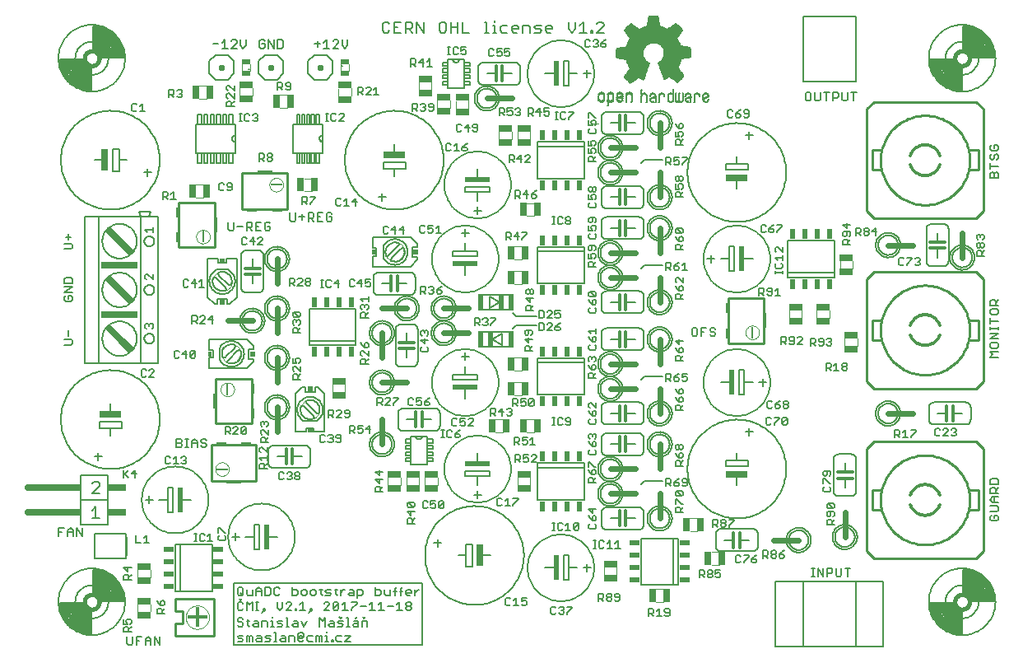
<source format=gbr>
G75*
%MOIN*%
%OFA0B0*%
%FSLAX24Y24*%
%IPPOS*%
%LPD*%
%AMOC8*
5,1,8,0,0,1.08239X$1,22.5*
%
%ADD10C,0.0079*%
%ADD11C,0.0060*%
%ADD12C,0.0059*%
%ADD13C,0.0080*%
%ADD14R,0.0193X0.0433*%
%ADD15C,0.0050*%
%ADD16C,0.0240*%
%ADD17C,0.0120*%
%ADD18C,0.0039*%
%ADD19R,0.0571X0.0295*%
%ADD20R,0.0295X0.0571*%
%ADD21R,0.0220X0.0680*%
%ADD22R,0.0240X0.0620*%
%ADD23R,0.1000X0.0200*%
%ADD24C,0.0079*%
%ADD25R,0.0200X0.1000*%
%ADD26R,0.0900X0.0250*%
%ADD27C,0.0100*%
%ADD28C,0.0040*%
%ADD29R,0.0079X0.0512*%
%ADD30R,0.0059X0.0413*%
%ADD31R,0.0059X0.0591*%
%ADD32C,0.0025*%
%ADD33R,0.0197X0.0236*%
%ADD34R,0.0039X0.0236*%
%ADD35R,0.0177X0.0197*%
%ADD36R,0.0512X0.0079*%
%ADD37R,0.0413X0.0059*%
%ADD38R,0.0591X0.0059*%
%ADD39C,0.0000*%
%ADD40R,0.1500X0.0300*%
%ADD41R,0.0250X0.0900*%
%ADD42R,0.0236X0.0197*%
%ADD43R,0.0236X0.0039*%
%ADD44R,0.0197X0.0177*%
%ADD45C,0.0098*%
%ADD46C,0.0180*%
%ADD47C,0.0160*%
%ADD48R,0.0374X0.0197*%
%ADD49R,0.0433X0.0193*%
%ADD50R,0.0433X0.0193*%
%ADD51C,0.0260*%
%ADD52R,0.0300X0.0260*%
%ADD53R,0.0260X0.0260*%
%ADD54R,0.0470X0.0260*%
%ADD55R,0.0157X0.0787*%
%ADD56R,0.0787X0.0157*%
%ADD57R,0.0020X0.0002*%
%ADD58R,0.0025X0.0003*%
%ADD59R,0.0030X0.0002*%
%ADD60R,0.0035X0.0003*%
%ADD61R,0.0042X0.0002*%
%ADD62R,0.0050X0.0003*%
%ADD63R,0.0060X0.0002*%
%ADD64R,0.0065X0.0003*%
%ADD65R,0.0067X0.0002*%
%ADD66R,0.0070X0.0003*%
%ADD67R,0.0072X0.0002*%
%ADD68R,0.0072X0.0003*%
%ADD69R,0.0075X0.0002*%
%ADD70R,0.0075X0.0003*%
%ADD71R,0.0012X0.0002*%
%ADD72R,0.0003X0.0002*%
%ADD73R,0.0010X0.0002*%
%ADD74R,0.0008X0.0002*%
%ADD75R,0.0002X0.0002*%
%ADD76R,0.0005X0.0002*%
%ADD77R,0.0007X0.0002*%
%ADD78R,0.0007X0.0003*%
%ADD79R,0.0083X0.0003*%
%ADD80R,0.0068X0.0003*%
%ADD81R,0.0078X0.0003*%
%ADD82R,0.0010X0.0003*%
%ADD83R,0.0005X0.0003*%
%ADD84R,0.0080X0.0003*%
%ADD85R,0.0038X0.0002*%
%ADD86R,0.0033X0.0002*%
%ADD87R,0.0043X0.0002*%
%ADD88R,0.0015X0.0002*%
%ADD89R,0.0093X0.0002*%
%ADD90R,0.0080X0.0002*%
%ADD91R,0.0090X0.0002*%
%ADD92R,0.0052X0.0003*%
%ADD93R,0.0077X0.0003*%
%ADD94R,0.0053X0.0003*%
%ADD95R,0.0018X0.0003*%
%ADD96R,0.0020X0.0003*%
%ADD97R,0.0097X0.0003*%
%ADD98R,0.0100X0.0003*%
%ADD99R,0.0085X0.0003*%
%ADD100R,0.0098X0.0003*%
%ADD101R,0.0023X0.0003*%
%ADD102R,0.0068X0.0002*%
%ADD103R,0.0077X0.0002*%
%ADD104R,0.0063X0.0002*%
%ADD105R,0.0023X0.0002*%
%ADD106R,0.0022X0.0002*%
%ADD107R,0.0105X0.0002*%
%ADD108R,0.0028X0.0002*%
%ADD109R,0.0025X0.0002*%
%ADD110R,0.0110X0.0002*%
%ADD111R,0.0092X0.0002*%
%ADD112R,0.0082X0.0003*%
%ADD113R,0.0017X0.0003*%
%ADD114R,0.0030X0.0003*%
%ADD115R,0.0027X0.0003*%
%ADD116R,0.0108X0.0003*%
%ADD117R,0.0033X0.0003*%
%ADD118R,0.0118X0.0003*%
%ADD119R,0.0113X0.0003*%
%ADD120R,0.0028X0.0003*%
%ADD121R,0.0102X0.0002*%
%ADD122R,0.0085X0.0002*%
%ADD123R,0.0103X0.0002*%
%ADD124R,0.0100X0.0002*%
%ADD125R,0.0037X0.0002*%
%ADD126R,0.0035X0.0002*%
%ADD127R,0.0117X0.0002*%
%ADD128R,0.0132X0.0002*%
%ADD129R,0.0108X0.0002*%
%ADD130R,0.0118X0.0002*%
%ADD131R,0.0128X0.0002*%
%ADD132R,0.0122X0.0003*%
%ADD133R,0.0205X0.0003*%
%ADD134R,0.0120X0.0003*%
%ADD135R,0.0040X0.0003*%
%ADD136R,0.0042X0.0003*%
%ADD137R,0.0043X0.0003*%
%ADD138R,0.0125X0.0003*%
%ADD139R,0.0142X0.0003*%
%ADD140R,0.0123X0.0003*%
%ADD141R,0.0128X0.0003*%
%ADD142R,0.0045X0.0003*%
%ADD143R,0.0135X0.0002*%
%ADD144R,0.0210X0.0002*%
%ADD145R,0.0048X0.0002*%
%ADD146R,0.0047X0.0002*%
%ADD147R,0.0045X0.0002*%
%ADD148R,0.0133X0.0002*%
%ADD149R,0.0055X0.0002*%
%ADD150R,0.0150X0.0002*%
%ADD151R,0.0262X0.0002*%
%ADD152R,0.0130X0.0002*%
%ADD153R,0.0050X0.0002*%
%ADD154R,0.0152X0.0002*%
%ADD155R,0.0215X0.0003*%
%ADD156R,0.0143X0.0003*%
%ADD157R,0.0055X0.0003*%
%ADD158R,0.0047X0.0003*%
%ADD159R,0.0135X0.0003*%
%ADD160R,0.0058X0.0003*%
%ADD161R,0.0158X0.0003*%
%ADD162R,0.0268X0.0003*%
%ADD163R,0.0132X0.0003*%
%ADD164R,0.0148X0.0002*%
%ADD165R,0.0217X0.0002*%
%ADD166R,0.0147X0.0002*%
%ADD167R,0.0058X0.0002*%
%ADD168R,0.0053X0.0002*%
%ADD169R,0.0138X0.0002*%
%ADD170R,0.0052X0.0002*%
%ADD171R,0.0162X0.0002*%
%ADD172R,0.0272X0.0002*%
%ADD173R,0.0152X0.0003*%
%ADD174R,0.0220X0.0003*%
%ADD175R,0.0153X0.0003*%
%ADD176R,0.0062X0.0003*%
%ADD177R,0.0063X0.0003*%
%ADD178R,0.0140X0.0003*%
%ADD179R,0.0060X0.0003*%
%ADD180R,0.0168X0.0003*%
%ADD181R,0.0278X0.0003*%
%ADD182R,0.0137X0.0003*%
%ADD183R,0.0165X0.0003*%
%ADD184R,0.0160X0.0002*%
%ADD185R,0.0222X0.0002*%
%ADD186R,0.0140X0.0002*%
%ADD187R,0.0172X0.0002*%
%ADD188R,0.0282X0.0002*%
%ADD189R,0.0170X0.0003*%
%ADD190R,0.0227X0.0003*%
%ADD191R,0.0167X0.0003*%
%ADD192R,0.0073X0.0003*%
%ADD193R,0.0180X0.0003*%
%ADD194R,0.0288X0.0003*%
%ADD195R,0.0178X0.0003*%
%ADD196R,0.0180X0.0002*%
%ADD197R,0.0235X0.0002*%
%ADD198R,0.0177X0.0002*%
%ADD199R,0.0078X0.0002*%
%ADD200R,0.0145X0.0002*%
%ADD201R,0.0057X0.0002*%
%ADD202R,0.0185X0.0002*%
%ADD203R,0.0292X0.0002*%
%ADD204R,0.0182X0.0002*%
%ADD205R,0.0188X0.0003*%
%ADD206R,0.0237X0.0003*%
%ADD207R,0.0183X0.0003*%
%ADD208R,0.0148X0.0003*%
%ADD209R,0.0057X0.0003*%
%ADD210R,0.0190X0.0003*%
%ADD211R,0.0295X0.0003*%
%ADD212R,0.0192X0.0002*%
%ADD213R,0.0240X0.0002*%
%ADD214R,0.0187X0.0002*%
%ADD215R,0.0195X0.0002*%
%ADD216R,0.0298X0.0002*%
%ADD217R,0.0198X0.0003*%
%ADD218R,0.0242X0.0003*%
%ADD219R,0.0193X0.0003*%
%ADD220R,0.0147X0.0003*%
%ADD221R,0.0200X0.0003*%
%ADD222R,0.0300X0.0003*%
%ADD223R,0.0150X0.0003*%
%ADD224R,0.0202X0.0002*%
%ADD225R,0.0242X0.0002*%
%ADD226R,0.0197X0.0002*%
%ADD227R,0.0205X0.0002*%
%ADD228R,0.0302X0.0002*%
%ADD229R,0.0200X0.0002*%
%ADD230R,0.0208X0.0003*%
%ADD231R,0.0245X0.0003*%
%ADD232R,0.0203X0.0003*%
%ADD233R,0.0210X0.0003*%
%ADD234R,0.0302X0.0003*%
%ADD235R,0.0202X0.0003*%
%ADD236R,0.0247X0.0002*%
%ADD237R,0.0207X0.0002*%
%ADD238R,0.0155X0.0002*%
%ADD239R,0.0215X0.0002*%
%ADD240R,0.0308X0.0002*%
%ADD241R,0.0252X0.0003*%
%ADD242R,0.0213X0.0003*%
%ADD243R,0.0155X0.0003*%
%ADD244R,0.0312X0.0003*%
%ADD245R,0.0220X0.0002*%
%ADD246R,0.0255X0.0002*%
%ADD247R,0.0158X0.0002*%
%ADD248R,0.0315X0.0002*%
%ADD249R,0.0153X0.0002*%
%ADD250R,0.0222X0.0003*%
%ADD251R,0.0257X0.0003*%
%ADD252R,0.0095X0.0003*%
%ADD253R,0.0102X0.0003*%
%ADD254R,0.0318X0.0003*%
%ADD255R,0.0107X0.0003*%
%ADD256R,0.0228X0.0002*%
%ADD257R,0.0257X0.0002*%
%ADD258R,0.0223X0.0002*%
%ADD259R,0.0095X0.0002*%
%ADD260R,0.0122X0.0002*%
%ADD261R,0.0082X0.0002*%
%ADD262R,0.0087X0.0002*%
%ADD263R,0.0098X0.0002*%
%ADD264R,0.0232X0.0003*%
%ADD265R,0.0260X0.0003*%
%ADD266R,0.0087X0.0003*%
%ADD267R,0.0238X0.0002*%
%ADD268R,0.0260X0.0002*%
%ADD269R,0.0233X0.0002*%
%ADD270R,0.0083X0.0002*%
%ADD271R,0.0073X0.0002*%
%ADD272R,0.0240X0.0003*%
%ADD273R,0.0262X0.0003*%
%ADD274R,0.0088X0.0003*%
%ADD275R,0.0245X0.0002*%
%ADD276R,0.0265X0.0002*%
%ADD277R,0.0243X0.0002*%
%ADD278R,0.0070X0.0002*%
%ADD279R,0.0065X0.0002*%
%ADD280R,0.0247X0.0003*%
%ADD281R,0.0265X0.0003*%
%ADD282R,0.0243X0.0003*%
%ADD283R,0.0250X0.0002*%
%ADD284R,0.0267X0.0002*%
%ADD285R,0.0250X0.0003*%
%ADD286R,0.0270X0.0003*%
%ADD287R,0.0067X0.0003*%
%ADD288R,0.0253X0.0002*%
%ADD289R,0.0062X0.0002*%
%ADD290R,0.0115X0.0003*%
%ADD291R,0.0130X0.0003*%
%ADD292R,0.0107X0.0002*%
%ADD293R,0.0105X0.0003*%
%ADD294R,0.0117X0.0003*%
%ADD295R,0.0115X0.0002*%
%ADD296R,0.0097X0.0002*%
%ADD297R,0.0103X0.0003*%
%ADD298R,0.0112X0.0003*%
%ADD299R,0.0090X0.0003*%
%ADD300R,0.0093X0.0003*%
%ADD301R,0.0092X0.0003*%
%ADD302R,0.0088X0.0002*%
%ADD303R,0.0012X0.0003*%
%ADD304R,0.0120X0.0002*%
%ADD305R,0.0125X0.0002*%
%ADD306R,0.0127X0.0002*%
%ADD307R,0.0127X0.0003*%
%ADD308R,0.0160X0.0003*%
%ADD309R,0.0163X0.0002*%
%ADD310R,0.0170X0.0002*%
%ADD311R,0.0145X0.0003*%
%ADD312R,0.0175X0.0002*%
%ADD313R,0.0188X0.0002*%
%ADD314R,0.0185X0.0003*%
%ADD315R,0.0207X0.0003*%
%ADD316R,0.0195X0.0003*%
%ADD317R,0.0208X0.0002*%
%ADD318R,0.0190X0.0002*%
%ADD319R,0.0187X0.0003*%
%ADD320R,0.0175X0.0003*%
%ADD321R,0.0173X0.0003*%
%ADD322R,0.0165X0.0002*%
%ADD323R,0.0235X0.0003*%
%ADD324R,0.0248X0.0003*%
%ADD325R,0.0143X0.0002*%
%ADD326R,0.0255X0.0003*%
%ADD327R,0.0275X0.0002*%
%ADD328R,0.0113X0.0002*%
%ADD329R,0.0110X0.0003*%
%ADD330R,0.0013X0.0002*%
%ADD331R,0.0178X0.0002*%
%ADD332R,0.0015X0.0003*%
%ADD333R,0.0040X0.0002*%
%ADD334R,0.0027X0.0002*%
%ADD335R,0.0048X0.0003*%
%ADD336R,0.0032X0.0003*%
%ADD337R,0.0038X0.0003*%
%ADD338R,0.0138X0.0003*%
%ADD339R,0.0123X0.0002*%
%ADD340R,0.0212X0.0002*%
%ADD341R,0.0238X0.0003*%
%ADD342R,0.0252X0.0002*%
%ADD343R,0.0258X0.0002*%
%ADD344R,0.0203X0.0002*%
%ADD345R,0.0197X0.0003*%
%ADD346R,0.0198X0.0002*%
%ADD347R,0.0230X0.0003*%
%ADD348R,0.0233X0.0003*%
%ADD349R,0.0193X0.0002*%
%ADD350R,0.0230X0.0002*%
%ADD351R,0.0223X0.0003*%
%ADD352R,0.0228X0.0003*%
%ADD353R,0.0182X0.0003*%
%ADD354R,0.0218X0.0003*%
%ADD355R,0.0172X0.0003*%
%ADD356R,0.0227X0.0002*%
%ADD357R,0.0167X0.0002*%
%ADD358R,0.0218X0.0002*%
%ADD359R,0.0168X0.0002*%
%ADD360R,0.0225X0.0003*%
%ADD361R,0.0163X0.0003*%
%ADD362R,0.0162X0.0003*%
%ADD363R,0.0157X0.0002*%
%ADD364R,0.0213X0.0002*%
%ADD365R,0.0137X0.0002*%
%ADD366R,0.0112X0.0002*%
%ADD367R,0.0192X0.0003*%
%ADD368R,0.0017X0.0002*%
%ADD369R,0.0013X0.0003*%
%ADD370R,0.0022X0.0003*%
%ADD371R,0.0037X0.0003*%
%ADD372R,0.0032X0.0002*%
%ADD373R,0.0157X0.0003*%
%ADD374R,0.0217X0.0003*%
%ADD375R,0.0177X0.0003*%
%ADD376R,0.0183X0.0002*%
%ADD377R,0.0272X0.0003*%
%ADD378R,0.0280X0.0002*%
%ADD379R,0.0285X0.0003*%
%ADD380R,0.0287X0.0002*%
%ADD381R,0.0293X0.0003*%
%ADD382R,0.0212X0.0003*%
%ADD383R,0.0300X0.0002*%
%ADD384R,0.0310X0.0003*%
%ADD385R,0.0318X0.0002*%
%ADD386R,0.0322X0.0003*%
%ADD387R,0.0328X0.0002*%
%ADD388R,0.0332X0.0003*%
%ADD389R,0.0253X0.0003*%
%ADD390R,0.0340X0.0002*%
%ADD391R,0.0345X0.0003*%
%ADD392R,0.0263X0.0003*%
%ADD393R,0.0353X0.0002*%
%ADD394R,0.0270X0.0002*%
%ADD395R,0.0360X0.0003*%
%ADD396R,0.0365X0.0002*%
%ADD397R,0.0370X0.0003*%
%ADD398R,0.0372X0.0002*%
%ADD399R,0.0380X0.0003*%
%ADD400R,0.0298X0.0003*%
%ADD401R,0.0390X0.0002*%
%ADD402R,0.0305X0.0002*%
%ADD403R,0.0397X0.0003*%
%ADD404R,0.0008X0.0003*%
%ADD405R,0.0315X0.0003*%
%ADD406R,0.0403X0.0002*%
%ADD407R,0.0320X0.0002*%
%ADD408R,0.0405X0.0003*%
%ADD409R,0.0323X0.0003*%
%ADD410R,0.0410X0.0002*%
%ADD411R,0.0327X0.0002*%
%ADD412R,0.0418X0.0003*%
%ADD413R,0.0335X0.0003*%
%ADD414R,0.0422X0.0002*%
%ADD415R,0.0430X0.0003*%
%ADD416R,0.0348X0.0003*%
%ADD417R,0.0437X0.0002*%
%ADD418R,0.0355X0.0002*%
%ADD419R,0.0445X0.0003*%
%ADD420R,0.0450X0.0002*%
%ADD421R,0.0452X0.0003*%
%ADD422R,0.0367X0.0003*%
%ADD423R,0.0458X0.0002*%
%ADD424R,0.0373X0.0002*%
%ADD425R,0.0462X0.0003*%
%ADD426R,0.0470X0.0002*%
%ADD427R,0.0385X0.0002*%
%ADD428R,0.0480X0.0003*%
%ADD429R,0.0392X0.0003*%
%ADD430R,0.0483X0.0002*%
%ADD431R,0.0398X0.0002*%
%ADD432R,0.0487X0.0003*%
%ADD433R,0.0402X0.0003*%
%ADD434R,0.0495X0.0002*%
%ADD435R,0.0405X0.0002*%
%ADD436R,0.0500X0.0003*%
%ADD437R,0.0410X0.0003*%
%ADD438R,0.0508X0.0002*%
%ADD439R,0.0417X0.0002*%
%ADD440R,0.0515X0.0003*%
%ADD441R,0.0425X0.0003*%
%ADD442R,0.0523X0.0002*%
%ADD443R,0.0430X0.0002*%
%ADD444R,0.0527X0.0003*%
%ADD445R,0.0438X0.0003*%
%ADD446R,0.0533X0.0002*%
%ADD447R,0.0442X0.0002*%
%ADD448R,0.0535X0.0003*%
%ADD449R,0.0540X0.0002*%
%ADD450R,0.0548X0.0003*%
%ADD451R,0.0457X0.0003*%
%ADD452R,0.0555X0.0002*%
%ADD453R,0.0465X0.0002*%
%ADD454R,0.0560X0.0003*%
%ADD455R,0.0472X0.0003*%
%ADD456R,0.0565X0.0002*%
%ADD457R,0.0478X0.0002*%
%ADD458R,0.0570X0.0003*%
%ADD459R,0.0817X0.0002*%
%ADD460R,0.0482X0.0002*%
%ADD461R,0.0820X0.0003*%
%ADD462R,0.0490X0.0003*%
%ADD463R,0.0825X0.0002*%
%ADD464R,0.0497X0.0002*%
%ADD465R,0.0828X0.0003*%
%ADD466R,0.0502X0.0003*%
%ADD467R,0.0830X0.0002*%
%ADD468R,0.0835X0.0003*%
%ADD469R,0.0512X0.0003*%
%ADD470R,0.0835X0.0002*%
%ADD471R,0.0225X0.0002*%
%ADD472R,0.0518X0.0002*%
%ADD473R,0.0840X0.0003*%
%ADD474R,0.0522X0.0003*%
%ADD475R,0.0840X0.0002*%
%ADD476R,0.0530X0.0002*%
%ADD477R,0.0845X0.0003*%
%ADD478R,0.0537X0.0003*%
%ADD479R,0.0845X0.0002*%
%ADD480R,0.0542X0.0002*%
%ADD481R,0.0848X0.0003*%
%ADD482R,0.0550X0.0003*%
%ADD483R,0.0850X0.0002*%
%ADD484R,0.0850X0.0003*%
%ADD485R,0.0823X0.0003*%
%ADD486R,0.0852X0.0002*%
%ADD487R,0.0852X0.0003*%
%ADD488R,0.0832X0.0002*%
%ADD489R,0.0855X0.0003*%
%ADD490R,0.0855X0.0002*%
%ADD491R,0.0837X0.0003*%
%ADD492R,0.0843X0.0003*%
%ADD493R,0.0848X0.0002*%
%ADD494R,0.0858X0.0003*%
%ADD495R,0.0860X0.0002*%
%ADD496R,0.0857X0.0003*%
%ADD497R,0.0860X0.0003*%
%ADD498R,0.0865X0.0002*%
%ADD499R,0.0865X0.0003*%
%ADD500R,0.0853X0.0002*%
%ADD501R,0.0867X0.0003*%
%ADD502R,0.0867X0.0002*%
%ADD503R,0.0870X0.0003*%
%ADD504R,0.0870X0.0002*%
%ADD505R,0.0847X0.0002*%
%ADD506R,0.0868X0.0002*%
%ADD507R,0.0842X0.0002*%
%ADD508R,0.0838X0.0002*%
%ADD509R,0.0868X0.0003*%
%ADD510R,0.0838X0.0003*%
%ADD511R,0.0837X0.0002*%
%ADD512R,0.0833X0.0003*%
%ADD513R,0.0833X0.0002*%
%ADD514R,0.0863X0.0002*%
%ADD515R,0.0830X0.0003*%
%ADD516R,0.0863X0.0003*%
%ADD517R,0.0862X0.0002*%
%ADD518R,0.0827X0.0002*%
%ADD519R,0.0857X0.0002*%
%ADD520R,0.0827X0.0003*%
%ADD521R,0.0858X0.0002*%
%ADD522R,0.0825X0.0003*%
%ADD523R,0.0823X0.0002*%
%ADD524R,0.0822X0.0002*%
%ADD525R,0.0853X0.0003*%
%ADD526R,0.0820X0.0002*%
%ADD527R,0.0817X0.0003*%
%ADD528R,0.0818X0.0002*%
%ADD529R,0.0815X0.0003*%
%ADD530R,0.0847X0.0003*%
%ADD531R,0.0815X0.0002*%
%ADD532R,0.0812X0.0003*%
%ADD533R,0.0813X0.0003*%
%ADD534R,0.0808X0.0002*%
%ADD535R,0.0805X0.0003*%
%ADD536R,0.0805X0.0002*%
%ADD537R,0.0842X0.0003*%
%ADD538R,0.0802X0.0003*%
%ADD539R,0.0803X0.0003*%
%ADD540R,0.0802X0.0002*%
%ADD541R,0.0800X0.0002*%
%ADD542R,0.0800X0.0003*%
%ADD543R,0.0797X0.0003*%
%ADD544R,0.0798X0.0003*%
%ADD545R,0.0832X0.0003*%
%ADD546R,0.0798X0.0002*%
%ADD547R,0.0795X0.0003*%
%ADD548R,0.0795X0.0002*%
%ADD549R,0.0792X0.0003*%
%ADD550R,0.0790X0.0002*%
%ADD551R,0.0787X0.0003*%
%ADD552R,0.0788X0.0002*%
%ADD553R,0.0788X0.0003*%
%ADD554R,0.0785X0.0002*%
%ADD555R,0.0785X0.0003*%
%ADD556R,0.0783X0.0002*%
%ADD557R,0.0782X0.0003*%
%ADD558R,0.0822X0.0003*%
%ADD559R,0.0780X0.0002*%
%ADD560R,0.0783X0.0003*%
%ADD561R,0.0780X0.0003*%
%ADD562R,0.0777X0.0003*%
%ADD563R,0.0777X0.0002*%
%ADD564R,0.0775X0.0003*%
%ADD565R,0.0818X0.0003*%
%ADD566R,0.0772X0.0002*%
%ADD567R,0.0773X0.0003*%
%ADD568R,0.0770X0.0002*%
%ADD569R,0.0770X0.0003*%
%ADD570R,0.0767X0.0002*%
%ADD571R,0.0812X0.0002*%
%ADD572R,0.0768X0.0003*%
%ADD573R,0.0807X0.0002*%
%ADD574R,0.0765X0.0003*%
%ADD575R,0.0765X0.0002*%
%ADD576R,0.0763X0.0002*%
%ADD577R,0.0762X0.0002*%
%ADD578R,0.0760X0.0003*%
%ADD579R,0.0760X0.0002*%
%ADD580R,0.0758X0.0003*%
%ADD581R,0.0755X0.0002*%
%ADD582R,0.0803X0.0002*%
%ADD583R,0.0755X0.0003*%
%ADD584R,0.0753X0.0002*%
%ADD585R,0.0752X0.0002*%
%ADD586R,0.0750X0.0003*%
%ADD587R,0.0750X0.0002*%
%ADD588R,0.0747X0.0003*%
%ADD589R,0.0748X0.0002*%
%ADD590R,0.0792X0.0002*%
%ADD591R,0.0745X0.0003*%
%ADD592R,0.0747X0.0002*%
%ADD593R,0.0793X0.0002*%
%ADD594R,0.0790X0.0003*%
%ADD595R,0.0745X0.0002*%
%ADD596R,0.0748X0.0003*%
%ADD597R,0.0752X0.0003*%
%ADD598R,0.0758X0.0002*%
%ADD599R,0.0782X0.0002*%
%ADD600R,0.0778X0.0003*%
%ADD601R,0.0775X0.0002*%
%ADD602R,0.0778X0.0002*%
%ADD603R,0.0787X0.0002*%
%ADD604R,0.0808X0.0003*%
%ADD605R,0.0810X0.0002*%
%ADD606R,0.0797X0.0002*%
%ADD607R,0.0828X0.0002*%
%ADD608R,0.0872X0.0002*%
%ADD609R,0.0872X0.0003*%
%ADD610R,0.0875X0.0002*%
%ADD611R,0.0880X0.0003*%
%ADD612R,0.0880X0.0002*%
%ADD613R,0.0883X0.0003*%
%ADD614R,0.0887X0.0002*%
%ADD615R,0.0887X0.0003*%
%ADD616R,0.0890X0.0002*%
%ADD617R,0.0873X0.0002*%
%ADD618R,0.0893X0.0003*%
%ADD619R,0.0875X0.0003*%
%ADD620R,0.0895X0.0002*%
%ADD621R,0.0877X0.0002*%
%ADD622R,0.0895X0.0003*%
%ADD623R,0.0898X0.0002*%
%ADD624R,0.0898X0.0003*%
%ADD625R,0.0900X0.0002*%
%ADD626R,0.0883X0.0002*%
%ADD627R,0.0902X0.0003*%
%ADD628R,0.0885X0.0003*%
%ADD629R,0.0902X0.0002*%
%ADD630R,0.0885X0.0002*%
%ADD631R,0.0905X0.0003*%
%ADD632R,0.0905X0.0002*%
%ADD633R,0.0907X0.0003*%
%ADD634R,0.0890X0.0003*%
%ADD635R,0.0910X0.0002*%
%ADD636R,0.0893X0.0002*%
%ADD637R,0.0913X0.0003*%
%ADD638R,0.0913X0.0002*%
%ADD639R,0.0897X0.0002*%
%ADD640R,0.0917X0.0003*%
%ADD641R,0.0900X0.0003*%
%ADD642R,0.0917X0.0002*%
%ADD643R,0.0903X0.0002*%
%ADD644R,0.0920X0.0003*%
%ADD645R,0.0920X0.0002*%
%ADD646R,0.0907X0.0002*%
%ADD647R,0.0923X0.0003*%
%ADD648R,0.0923X0.0002*%
%ADD649R,0.0925X0.0003*%
%ADD650R,0.0925X0.0002*%
%ADD651R,0.0922X0.0003*%
%ADD652R,0.0915X0.0002*%
%ADD653R,0.0912X0.0003*%
%ADD654R,0.0892X0.0002*%
%ADD655R,0.0878X0.0002*%
%ADD656R,0.0877X0.0003*%
%ADD657R,0.0843X0.0002*%
%ADD658R,0.0810X0.0003*%
%ADD659R,0.0793X0.0003*%
%ADD660R,0.0773X0.0002*%
%ADD661R,0.0935X0.0002*%
%ADD662R,0.0950X0.0003*%
%ADD663R,0.0960X0.0002*%
%ADD664R,0.0967X0.0003*%
%ADD665R,0.0975X0.0002*%
%ADD666R,0.0983X0.0003*%
%ADD667R,0.1000X0.0002*%
%ADD668R,0.1022X0.0003*%
%ADD669R,0.1037X0.0002*%
%ADD670R,0.1050X0.0003*%
%ADD671R,0.0878X0.0003*%
%ADD672R,0.1055X0.0002*%
%ADD673R,0.1063X0.0003*%
%ADD674R,0.0892X0.0003*%
%ADD675R,0.1075X0.0002*%
%ADD676R,0.1095X0.0003*%
%ADD677R,0.0928X0.0003*%
%ADD678R,0.1115X0.0002*%
%ADD679R,0.0950X0.0002*%
%ADD680R,0.1122X0.0003*%
%ADD681R,0.0965X0.0003*%
%ADD682R,0.1128X0.0002*%
%ADD683R,0.1130X0.0003*%
%ADD684R,0.0982X0.0003*%
%ADD685R,0.1132X0.0002*%
%ADD686R,0.0992X0.0002*%
%ADD687R,0.1135X0.0003*%
%ADD688R,0.1010X0.0003*%
%ADD689R,0.1135X0.0002*%
%ADD690R,0.1033X0.0002*%
%ADD691R,0.1138X0.0003*%
%ADD692R,0.1055X0.0003*%
%ADD693R,0.1140X0.0002*%
%ADD694R,0.1065X0.0002*%
%ADD695R,0.1140X0.0003*%
%ADD696R,0.1075X0.0003*%
%ADD697R,0.1083X0.0002*%
%ADD698R,0.1092X0.0003*%
%ADD699R,0.1137X0.0002*%
%ADD700R,0.1108X0.0002*%
%ADD701R,0.1137X0.0003*%
%ADD702R,0.1118X0.0003*%
%ADD703R,0.1138X0.0002*%
%ADD704R,0.1117X0.0002*%
%ADD705R,0.1120X0.0003*%
%ADD706R,0.1122X0.0002*%
%ADD707R,0.1123X0.0003*%
%ADD708R,0.1133X0.0002*%
%ADD709R,0.1125X0.0002*%
%ADD710R,0.1133X0.0003*%
%ADD711R,0.1128X0.0003*%
%ADD712R,0.1130X0.0002*%
%ADD713R,0.1125X0.0003*%
%ADD714R,0.1123X0.0002*%
%ADD715R,0.1127X0.0003*%
%ADD716R,0.1120X0.0002*%
%ADD717R,0.1118X0.0002*%
%ADD718R,0.1117X0.0003*%
%ADD719R,0.1115X0.0003*%
%ADD720R,0.1112X0.0003*%
%ADD721R,0.1112X0.0002*%
%ADD722R,0.1110X0.0002*%
%ADD723R,0.1110X0.0003*%
%ADD724R,0.1107X0.0002*%
%ADD725R,0.1107X0.0003*%
%ADD726R,0.1105X0.0003*%
%ADD727R,0.1105X0.0002*%
%ADD728R,0.1108X0.0003*%
%ADD729R,0.1113X0.0003*%
%ADD730R,0.1113X0.0002*%
%ADD731R,0.1127X0.0002*%
%ADD732R,0.1132X0.0003*%
%ADD733R,0.1143X0.0003*%
%ADD734R,0.1143X0.0002*%
%ADD735R,0.1145X0.0003*%
%ADD736R,0.1148X0.0002*%
%ADD737R,0.1088X0.0003*%
%ADD738R,0.1067X0.0002*%
%ADD739R,0.1147X0.0002*%
%ADD740R,0.1042X0.0003*%
%ADD741R,0.1147X0.0003*%
%ADD742R,0.1027X0.0002*%
%ADD743R,0.1145X0.0002*%
%ADD744R,0.1020X0.0003*%
%ADD745R,0.1148X0.0003*%
%ADD746R,0.1010X0.0002*%
%ADD747R,0.1002X0.0003*%
%ADD748R,0.0985X0.0002*%
%ADD749R,0.0960X0.0003*%
%ADD750R,0.1142X0.0003*%
%ADD751R,0.0945X0.0002*%
%ADD752R,0.0932X0.0003*%
%ADD753R,0.0918X0.0003*%
%ADD754R,0.1097X0.0003*%
%ADD755R,0.1065X0.0003*%
%ADD756R,0.1042X0.0002*%
%ADD757R,0.1033X0.0003*%
%ADD758R,0.1012X0.0002*%
%ADD759R,0.0992X0.0003*%
%ADD760R,0.0983X0.0002*%
%ADD761R,0.0975X0.0003*%
%ADD762R,0.0970X0.0002*%
%ADD763R,0.0962X0.0003*%
%ADD764R,0.0948X0.0002*%
%ADD765R,0.0927X0.0003*%
%ADD766R,0.0903X0.0003*%
%ADD767R,0.0862X0.0003*%
%ADD768R,0.0882X0.0003*%
%ADD769R,0.0888X0.0003*%
%ADD770R,0.0897X0.0003*%
%ADD771R,0.0912X0.0002*%
%ADD772R,0.0933X0.0003*%
%ADD773R,0.0940X0.0002*%
%ADD774R,0.0945X0.0003*%
%ADD775R,0.0947X0.0003*%
%ADD776R,0.0952X0.0002*%
%ADD777R,0.0952X0.0003*%
%ADD778R,0.0955X0.0003*%
%ADD779R,0.0957X0.0002*%
%ADD780R,0.0970X0.0003*%
%ADD781R,0.1018X0.0003*%
%ADD782R,0.1030X0.0003*%
%ADD783R,0.1035X0.0002*%
%ADD784R,0.1050X0.0002*%
%ADD785R,0.2115X0.0003*%
%ADD786R,0.2113X0.0002*%
%ADD787R,0.2110X0.0003*%
%ADD788R,0.2110X0.0002*%
%ADD789R,0.2107X0.0003*%
%ADD790R,0.2103X0.0002*%
%ADD791R,0.2100X0.0003*%
%ADD792R,0.2097X0.0002*%
%ADD793R,0.2093X0.0003*%
%ADD794R,0.2093X0.0002*%
%ADD795R,0.2090X0.0003*%
%ADD796R,0.2087X0.0002*%
%ADD797R,0.2085X0.0003*%
%ADD798R,0.2085X0.0002*%
%ADD799R,0.2080X0.0002*%
%ADD800R,0.2080X0.0003*%
%ADD801R,0.2075X0.0003*%
%ADD802R,0.2073X0.0002*%
%ADD803R,0.2070X0.0003*%
%ADD804R,0.2065X0.0002*%
%ADD805R,0.2063X0.0003*%
%ADD806R,0.2060X0.0002*%
%ADD807R,0.2055X0.0003*%
%ADD808R,0.2055X0.0002*%
%ADD809R,0.2050X0.0003*%
%ADD810R,0.2050X0.0002*%
%ADD811R,0.2047X0.0002*%
%ADD812R,0.2045X0.0003*%
%ADD813R,0.2043X0.0002*%
%ADD814R,0.2040X0.0003*%
%ADD815R,0.2037X0.0002*%
%ADD816R,0.2033X0.0003*%
%ADD817R,0.2033X0.0002*%
%ADD818R,0.2027X0.0003*%
%ADD819R,0.2025X0.0002*%
%ADD820R,0.2023X0.0003*%
%ADD821R,0.2020X0.0002*%
%ADD822R,0.2020X0.0003*%
%ADD823R,0.2015X0.0002*%
%ADD824R,0.2015X0.0003*%
%ADD825R,0.2013X0.0002*%
%ADD826R,0.2010X0.0003*%
%ADD827R,0.2007X0.0002*%
%ADD828R,0.2003X0.0003*%
%ADD829R,0.2000X0.0002*%
%ADD830R,0.1997X0.0003*%
%ADD831R,0.1993X0.0002*%
%ADD832R,0.1990X0.0003*%
%ADD833R,0.1987X0.0002*%
%ADD834R,0.1985X0.0003*%
%ADD835R,0.1985X0.0002*%
%ADD836R,0.1980X0.0003*%
%ADD837R,0.1980X0.0002*%
%ADD838R,0.1975X0.0003*%
%ADD839R,0.1973X0.0002*%
%ADD840R,0.1967X0.0003*%
%ADD841R,0.1963X0.0002*%
%ADD842R,0.1960X0.0003*%
%ADD843R,0.1957X0.0002*%
%ADD844R,0.1955X0.0003*%
%ADD845R,0.1950X0.0002*%
%ADD846R,0.1950X0.0003*%
%ADD847R,0.1947X0.0002*%
%ADD848R,0.1947X0.0003*%
%ADD849R,0.1943X0.0002*%
%ADD850R,0.1943X0.0003*%
%ADD851R,0.1940X0.0002*%
%ADD852R,0.1940X0.0003*%
%ADD853R,0.1937X0.0003*%
%ADD854R,0.1937X0.0002*%
%ADD855R,0.1945X0.0003*%
%ADD856R,0.1953X0.0002*%
%ADD857R,0.1957X0.0003*%
%ADD858R,0.1960X0.0002*%
%ADD859R,0.1965X0.0003*%
%ADD860R,0.1965X0.0002*%
%ADD861R,0.1970X0.0003*%
%ADD862R,0.1970X0.0002*%
%ADD863R,0.1983X0.0003*%
%ADD864R,0.1993X0.0003*%
%ADD865R,0.1995X0.0002*%
%ADD866R,0.2007X0.0003*%
%ADD867R,0.2017X0.0003*%
%ADD868R,0.2023X0.0002*%
%ADD869R,0.2030X0.0002*%
%ADD870R,0.2035X0.0002*%
%ADD871R,0.2037X0.0003*%
%ADD872R,0.2047X0.0003*%
%ADD873R,0.2067X0.0003*%
%ADD874R,0.2095X0.0002*%
%ADD875R,0.2097X0.0003*%
%ADD876R,0.2100X0.0002*%
%ADD877R,0.2103X0.0003*%
%ADD878R,0.2105X0.0002*%
%ADD879R,0.2112X0.0002*%
%ADD880R,0.2118X0.0003*%
%ADD881R,0.2122X0.0002*%
%ADD882R,0.2125X0.0003*%
%ADD883R,0.2130X0.0002*%
%ADD884R,0.2133X0.0003*%
%ADD885R,0.2135X0.0002*%
%ADD886R,0.2140X0.0003*%
%ADD887R,0.2142X0.0002*%
%ADD888R,0.2148X0.0003*%
%ADD889R,0.2150X0.0002*%
%ADD890R,0.2152X0.0003*%
%ADD891R,0.2158X0.0002*%
%ADD892R,0.2160X0.0003*%
%ADD893R,0.2165X0.0002*%
%ADD894R,0.2168X0.0003*%
%ADD895R,0.2170X0.0002*%
%ADD896R,0.2172X0.0003*%
%ADD897R,0.2178X0.0002*%
%ADD898R,0.2180X0.0003*%
%ADD899R,0.2185X0.0002*%
%ADD900R,0.2188X0.0003*%
%ADD901R,0.2192X0.0002*%
%ADD902R,0.2195X0.0003*%
%ADD903R,0.2200X0.0002*%
%ADD904R,0.2200X0.0003*%
%ADD905R,0.2205X0.0002*%
%ADD906R,0.2210X0.0003*%
%ADD907R,0.2215X0.0002*%
%ADD908R,0.2215X0.0003*%
%ADD909R,0.2220X0.0002*%
%ADD910R,0.2225X0.0003*%
%ADD911R,0.2228X0.0002*%
%ADD912R,0.2232X0.0003*%
%ADD913R,0.2232X0.0002*%
%ADD914R,0.2238X0.0003*%
%ADD915R,0.2242X0.0002*%
%ADD916R,0.2245X0.0003*%
%ADD917R,0.2250X0.0002*%
%ADD918R,0.2250X0.0003*%
%ADD919R,0.2255X0.0002*%
%ADD920R,0.2260X0.0003*%
%ADD921R,0.2262X0.0002*%
%ADD922R,0.2268X0.0003*%
%ADD923R,0.2268X0.0002*%
%ADD924R,0.2272X0.0003*%
%ADD925R,0.2275X0.0002*%
%ADD926R,0.2280X0.0003*%
%ADD927R,0.2283X0.0002*%
%ADD928R,0.2287X0.0003*%
%ADD929R,0.2290X0.0002*%
%ADD930R,0.2295X0.0003*%
%ADD931R,0.2298X0.0002*%
%ADD932R,0.2300X0.0003*%
%ADD933R,0.2305X0.0002*%
%ADD934R,0.2310X0.0003*%
%ADD935R,0.2313X0.0002*%
%ADD936R,0.2317X0.0003*%
%ADD937R,0.2317X0.0002*%
%ADD938R,0.2323X0.0003*%
%ADD939R,0.2325X0.0002*%
%ADD940R,0.2330X0.0003*%
%ADD941R,0.2335X0.0002*%
%ADD942R,0.2337X0.0003*%
%ADD943R,0.2343X0.0002*%
%ADD944R,0.2345X0.0003*%
%ADD945R,0.2347X0.0002*%
%ADD946R,0.2353X0.0003*%
%ADD947R,0.2353X0.0002*%
%ADD948R,0.2357X0.0003*%
%ADD949R,0.2360X0.0002*%
%ADD950R,0.2365X0.0003*%
%ADD951R,0.2367X0.0002*%
%ADD952R,0.2370X0.0003*%
%ADD953R,0.2373X0.0002*%
%ADD954R,0.2377X0.0003*%
%ADD955R,0.2380X0.0002*%
%ADD956R,0.2380X0.0003*%
%ADD957R,0.2382X0.0002*%
%ADD958R,0.2382X0.0003*%
%ADD959R,0.2378X0.0003*%
%ADD960R,0.2375X0.0002*%
%ADD961R,0.2368X0.0002*%
%ADD962R,0.2362X0.0003*%
%ADD963R,0.2355X0.0003*%
%ADD964R,0.2350X0.0002*%
%ADD965R,0.2348X0.0003*%
%ADD966R,0.2342X0.0002*%
%ADD967R,0.2340X0.0003*%
%ADD968R,0.0577X0.0003*%
%ADD969R,0.1740X0.0003*%
%ADD970R,0.0570X0.0002*%
%ADD971R,0.1732X0.0002*%
%ADD972R,0.0562X0.0003*%
%ADD973R,0.1723X0.0003*%
%ADD974R,0.0595X0.0002*%
%ADD975R,0.1100X0.0003*%
%ADD976R,0.0587X0.0003*%
%ADD977R,0.0545X0.0002*%
%ADD978R,0.1095X0.0002*%
%ADD979R,0.0583X0.0002*%
%ADD980R,0.0543X0.0003*%
%ADD981R,0.1087X0.0003*%
%ADD982R,0.0535X0.0002*%
%ADD983R,0.1080X0.0002*%
%ADD984R,0.0573X0.0002*%
%ADD985R,0.1067X0.0003*%
%ADD986R,0.0565X0.0003*%
%ADD987R,0.0520X0.0002*%
%ADD988R,0.1053X0.0002*%
%ADD989R,0.0558X0.0002*%
%ADD990R,0.1043X0.0003*%
%ADD991R,0.0512X0.0002*%
%ADD992R,0.0508X0.0003*%
%ADD993R,0.0545X0.0003*%
%ADD994R,0.0502X0.0002*%
%ADD995R,0.1023X0.0002*%
%ADD996R,0.0537X0.0002*%
%ADD997R,0.0495X0.0003*%
%ADD998R,0.1013X0.0003*%
%ADD999R,0.0533X0.0003*%
%ADD1000R,0.0487X0.0002*%
%ADD1001R,0.0997X0.0002*%
%ADD1002R,0.0475X0.0002*%
%ADD1003R,0.0973X0.0002*%
%ADD1004R,0.0470X0.0003*%
%ADD1005R,0.0505X0.0003*%
%ADD1006R,0.0468X0.0002*%
%ADD1007R,0.0500X0.0002*%
%ADD1008R,0.0953X0.0003*%
%ADD1009R,0.0455X0.0002*%
%ADD1010R,0.0937X0.0002*%
%ADD1011R,0.0440X0.0002*%
%ADD1012R,0.0472X0.0002*%
%ADD1013R,0.0437X0.0003*%
%ADD1014R,0.0468X0.0003*%
%ADD1015R,0.0433X0.0002*%
%ADD1016R,0.0462X0.0002*%
%ADD1017R,0.0427X0.0003*%
%ADD1018R,0.0460X0.0003*%
%ADD1019R,0.0420X0.0002*%
%ADD1020R,0.0412X0.0003*%
%ADD1021R,0.0447X0.0003*%
%ADD1022R,0.0408X0.0002*%
%ADD1023R,0.0400X0.0003*%
%ADD1024R,0.0395X0.0002*%
%ADD1025R,0.0813X0.0002*%
%ADD1026R,0.0428X0.0002*%
%ADD1027R,0.0390X0.0003*%
%ADD1028R,0.0422X0.0003*%
%ADD1029R,0.0387X0.0002*%
%ADD1030R,0.0418X0.0002*%
%ADD1031R,0.0365X0.0003*%
%ADD1032R,0.0740X0.0003*%
%ADD1033R,0.0395X0.0003*%
%ADD1034R,0.0358X0.0002*%
%ADD1035R,0.0727X0.0002*%
%ADD1036R,0.0355X0.0003*%
%ADD1037R,0.0720X0.0003*%
%ADD1038R,0.0385X0.0003*%
%ADD1039R,0.0350X0.0002*%
%ADD1040R,0.0710X0.0002*%
%ADD1041R,0.0380X0.0002*%
%ADD1042R,0.0700X0.0003*%
%ADD1043R,0.0378X0.0003*%
%ADD1044R,0.0683X0.0002*%
%ADD1045R,0.0370X0.0002*%
%ADD1046R,0.0333X0.0003*%
%ADD1047R,0.0652X0.0003*%
%ADD1048R,0.0363X0.0003*%
%ADD1049R,0.0323X0.0002*%
%ADD1050R,0.0628X0.0002*%
%ADD1051R,0.0317X0.0003*%
%ADD1052R,0.0612X0.0003*%
%ADD1053R,0.0347X0.0003*%
%ADD1054R,0.0602X0.0002*%
%ADD1055R,0.0343X0.0002*%
%ADD1056R,0.0592X0.0003*%
%ADD1057R,0.0340X0.0003*%
%ADD1058R,0.0575X0.0002*%
%ADD1059R,0.0335X0.0002*%
%ADD1060R,0.0328X0.0003*%
%ADD1061R,0.0288X0.0002*%
%ADD1062R,0.0553X0.0002*%
%ADD1063R,0.0280X0.0003*%
%ADD1064R,0.0547X0.0003*%
%ADD1065R,0.0295X0.0002*%
%ADD1066R,0.0540X0.0003*%
%ADD1067R,0.0290X0.0003*%
%ADD1068R,0.0277X0.0002*%
%ADD1069R,0.0273X0.0003*%
%ADD1070R,0.0538X0.0002*%
%ADD1071R,0.0538X0.0003*%
%ADD1072R,0.0532X0.0003*%
%ADD1073R,0.0532X0.0002*%
%ADD1074R,0.0528X0.0003*%
%ADD1075R,0.0528X0.0002*%
%ADD1076R,0.0525X0.0003*%
%ADD1077R,0.0525X0.0002*%
%ADD1078R,0.0133X0.0003*%
%ADD1079R,0.0523X0.0003*%
%ADD1080R,0.0517X0.0003*%
%ADD1081R,0.0517X0.0002*%
%ADD1082R,0.0515X0.0002*%
%ADD1083R,0.0513X0.0002*%
%ADD1084R,0.0513X0.0003*%
%ADD1085R,0.0510X0.0002*%
%ADD1086R,0.0507X0.0003*%
%ADD1087R,0.0507X0.0002*%
%ADD1088R,0.0505X0.0002*%
%ADD1089R,0.0497X0.0003*%
%ADD1090R,0.0493X0.0003*%
%ADD1091R,0.0493X0.0002*%
%ADD1092R,0.0490X0.0002*%
%ADD1093R,0.0485X0.0003*%
%ADD1094R,0.0485X0.0002*%
%ADD1095R,0.0480X0.0002*%
%ADD1096R,0.0477X0.0002*%
%ADD1097R,0.0477X0.0003*%
%ADD1098R,0.0475X0.0003*%
%ADD1099R,0.0473X0.0003*%
%ADD1100R,0.0473X0.0002*%
%ADD1101R,0.0467X0.0003*%
%ADD1102R,0.0467X0.0002*%
%ADD1103R,0.0465X0.0003*%
%ADD1104R,0.0463X0.0003*%
%ADD1105R,0.0460X0.0002*%
%ADD1106R,0.0455X0.0003*%
%ADD1107R,0.0452X0.0002*%
%ADD1108R,0.0450X0.0003*%
%ADD1109R,0.0448X0.0003*%
%ADD1110R,0.0448X0.0002*%
%ADD1111R,0.0445X0.0002*%
%ADD1112R,0.0442X0.0003*%
%ADD1113R,0.0438X0.0002*%
%ADD1114R,0.0435X0.0002*%
%ADD1115R,0.0432X0.0003*%
%ADD1116R,0.0432X0.0002*%
%ADD1117R,0.0428X0.0003*%
%ADD1118R,0.0425X0.0002*%
%ADD1119R,0.0412X0.0002*%
%ADD1120R,0.0388X0.0003*%
%ADD1121R,0.0373X0.0003*%
%ADD1122R,0.0363X0.0002*%
%ADD1123R,0.0350X0.0003*%
%ADD1124R,0.0322X0.0002*%
D10*
X008580Y001197D02*
X016205Y001197D01*
X016205Y003697D01*
X008580Y003697D01*
X008580Y001197D01*
X025080Y007697D02*
X025205Y007822D01*
X025955Y007822D01*
X025080Y011947D02*
X025205Y012072D01*
X025955Y012072D01*
X020830Y014135D02*
X020018Y014135D01*
X019893Y014010D01*
X020018Y014510D02*
X019893Y014635D01*
X020018Y014510D02*
X020830Y014510D01*
X025080Y016447D02*
X025205Y016572D01*
X025955Y016572D01*
X025080Y020697D02*
X025205Y020822D01*
X025955Y020822D01*
D11*
X002161Y002947D02*
X002163Y002998D01*
X002169Y003049D01*
X002179Y003099D01*
X002192Y003149D01*
X002210Y003197D01*
X002230Y003244D01*
X002255Y003289D01*
X002283Y003332D01*
X002314Y003373D01*
X002348Y003411D01*
X002385Y003446D01*
X002424Y003479D01*
X002466Y003509D01*
X002510Y003535D01*
X002556Y003557D01*
X002604Y003577D01*
X002653Y003592D01*
X002703Y003604D01*
X002753Y003612D01*
X002804Y003616D01*
X002856Y003616D01*
X002907Y003612D01*
X002957Y003604D01*
X003007Y003592D01*
X003056Y003577D01*
X003104Y003557D01*
X003150Y003535D01*
X003194Y003509D01*
X003236Y003479D01*
X003275Y003446D01*
X003312Y003411D01*
X003346Y003373D01*
X003377Y003332D01*
X003405Y003289D01*
X003430Y003244D01*
X003450Y003197D01*
X003468Y003149D01*
X003481Y003099D01*
X003491Y003049D01*
X003497Y002998D01*
X003499Y002947D01*
X003497Y002896D01*
X003491Y002845D01*
X003481Y002795D01*
X003468Y002745D01*
X003450Y002697D01*
X003430Y002650D01*
X003405Y002605D01*
X003377Y002562D01*
X003346Y002521D01*
X003312Y002483D01*
X003275Y002448D01*
X003236Y002415D01*
X003194Y002385D01*
X003150Y002359D01*
X003104Y002337D01*
X003056Y002317D01*
X003007Y002302D01*
X002957Y002290D01*
X002907Y002282D01*
X002856Y002278D01*
X002804Y002278D01*
X002753Y002282D01*
X002703Y002290D01*
X002653Y002302D01*
X002604Y002317D01*
X002556Y002337D01*
X002510Y002359D01*
X002466Y002385D01*
X002424Y002415D01*
X002385Y002448D01*
X002348Y002483D01*
X002314Y002521D01*
X002283Y002562D01*
X002255Y002605D01*
X002230Y002650D01*
X002210Y002697D01*
X002192Y002745D01*
X002179Y002795D01*
X002169Y002845D01*
X002163Y002896D01*
X002161Y002947D01*
X001480Y002947D02*
X001482Y003020D01*
X001488Y003093D01*
X001498Y003165D01*
X001512Y003237D01*
X001529Y003308D01*
X001551Y003378D01*
X001576Y003447D01*
X001605Y003514D01*
X001637Y003579D01*
X001673Y003643D01*
X001713Y003705D01*
X001755Y003764D01*
X001801Y003821D01*
X001850Y003875D01*
X001902Y003927D01*
X001956Y003976D01*
X002013Y004022D01*
X002072Y004064D01*
X002134Y004104D01*
X002198Y004140D01*
X002263Y004172D01*
X002330Y004201D01*
X002399Y004226D01*
X002469Y004248D01*
X002540Y004265D01*
X002612Y004279D01*
X002684Y004289D01*
X002757Y004295D01*
X002830Y004297D01*
X002903Y004295D01*
X002976Y004289D01*
X003048Y004279D01*
X003120Y004265D01*
X003191Y004248D01*
X003261Y004226D01*
X003330Y004201D01*
X003397Y004172D01*
X003462Y004140D01*
X003526Y004104D01*
X003588Y004064D01*
X003647Y004022D01*
X003704Y003976D01*
X003758Y003927D01*
X003810Y003875D01*
X003859Y003821D01*
X003905Y003764D01*
X003947Y003705D01*
X003987Y003643D01*
X004023Y003579D01*
X004055Y003514D01*
X004084Y003447D01*
X004109Y003378D01*
X004131Y003308D01*
X004148Y003237D01*
X004162Y003165D01*
X004172Y003093D01*
X004178Y003020D01*
X004180Y002947D01*
X004178Y002874D01*
X004172Y002801D01*
X004162Y002729D01*
X004148Y002657D01*
X004131Y002586D01*
X004109Y002516D01*
X004084Y002447D01*
X004055Y002380D01*
X004023Y002315D01*
X003987Y002251D01*
X003947Y002189D01*
X003905Y002130D01*
X003859Y002073D01*
X003810Y002019D01*
X003758Y001967D01*
X003704Y001918D01*
X003647Y001872D01*
X003588Y001830D01*
X003526Y001790D01*
X003462Y001754D01*
X003397Y001722D01*
X003330Y001693D01*
X003261Y001668D01*
X003191Y001646D01*
X003120Y001629D01*
X003048Y001615D01*
X002976Y001605D01*
X002903Y001599D01*
X002830Y001597D01*
X002757Y001599D01*
X002684Y001605D01*
X002612Y001615D01*
X002540Y001629D01*
X002469Y001646D01*
X002399Y001668D01*
X002330Y001693D01*
X002263Y001722D01*
X002198Y001754D01*
X002134Y001790D01*
X002072Y001830D01*
X002013Y001872D01*
X001956Y001918D01*
X001902Y001967D01*
X001850Y002019D01*
X001801Y002073D01*
X001755Y002130D01*
X001713Y002189D01*
X001673Y002251D01*
X001637Y002315D01*
X001605Y002380D01*
X001576Y002447D01*
X001551Y002516D01*
X001529Y002586D01*
X001512Y002657D01*
X001498Y002729D01*
X001488Y002801D01*
X001482Y002874D01*
X001480Y002947D01*
X002960Y004697D02*
X002960Y005697D01*
X004200Y005697D01*
X004200Y004697D01*
X002960Y004697D01*
X002930Y004827D02*
X002930Y005568D01*
X002448Y005602D02*
X002448Y005943D01*
X002380Y006072D02*
X002380Y007072D01*
X002380Y008072D01*
X003480Y008072D01*
X003480Y007072D01*
X003480Y006072D01*
X002380Y006072D01*
X002222Y005943D02*
X002448Y005602D01*
X002222Y005602D02*
X002222Y005943D01*
X002080Y005829D02*
X002080Y005602D01*
X002080Y005773D02*
X001853Y005773D01*
X001853Y005829D02*
X001967Y005943D01*
X002080Y005829D01*
X001853Y005829D02*
X001853Y005602D01*
X001598Y005773D02*
X001485Y005773D01*
X001485Y005943D02*
X001712Y005943D01*
X001485Y005943D02*
X001485Y005602D01*
X002380Y007072D02*
X003480Y007072D01*
X005005Y007072D02*
X005305Y007072D01*
X005155Y006922D02*
X005155Y007222D01*
X005555Y007072D02*
X005905Y007072D01*
X005905Y007572D01*
X006105Y007572D01*
X006105Y006572D01*
X005905Y006572D01*
X005905Y007072D01*
X004855Y007072D02*
X004857Y007145D01*
X004863Y007218D01*
X004873Y007290D01*
X004887Y007362D01*
X004904Y007433D01*
X004926Y007503D01*
X004951Y007572D01*
X004980Y007639D01*
X005012Y007704D01*
X005048Y007768D01*
X005088Y007830D01*
X005130Y007889D01*
X005176Y007946D01*
X005225Y008000D01*
X005277Y008052D01*
X005331Y008101D01*
X005388Y008147D01*
X005447Y008189D01*
X005509Y008229D01*
X005573Y008265D01*
X005638Y008297D01*
X005705Y008326D01*
X005774Y008351D01*
X005844Y008373D01*
X005915Y008390D01*
X005987Y008404D01*
X006059Y008414D01*
X006132Y008420D01*
X006205Y008422D01*
X006278Y008420D01*
X006351Y008414D01*
X006423Y008404D01*
X006495Y008390D01*
X006566Y008373D01*
X006636Y008351D01*
X006705Y008326D01*
X006772Y008297D01*
X006837Y008265D01*
X006901Y008229D01*
X006963Y008189D01*
X007022Y008147D01*
X007079Y008101D01*
X007133Y008052D01*
X007185Y008000D01*
X007234Y007946D01*
X007280Y007889D01*
X007322Y007830D01*
X007362Y007768D01*
X007398Y007704D01*
X007430Y007639D01*
X007459Y007572D01*
X007484Y007503D01*
X007506Y007433D01*
X007523Y007362D01*
X007537Y007290D01*
X007547Y007218D01*
X007553Y007145D01*
X007555Y007072D01*
X007553Y006999D01*
X007547Y006926D01*
X007537Y006854D01*
X007523Y006782D01*
X007506Y006711D01*
X007484Y006641D01*
X007459Y006572D01*
X007430Y006505D01*
X007398Y006440D01*
X007362Y006376D01*
X007322Y006314D01*
X007280Y006255D01*
X007234Y006198D01*
X007185Y006144D01*
X007133Y006092D01*
X007079Y006043D01*
X007022Y005997D01*
X006963Y005955D01*
X006901Y005915D01*
X006837Y005879D01*
X006772Y005847D01*
X006705Y005818D01*
X006636Y005793D01*
X006566Y005771D01*
X006495Y005754D01*
X006423Y005740D01*
X006351Y005730D01*
X006278Y005724D01*
X006205Y005722D01*
X006132Y005724D01*
X006059Y005730D01*
X005987Y005740D01*
X005915Y005754D01*
X005844Y005771D01*
X005774Y005793D01*
X005705Y005818D01*
X005638Y005847D01*
X005573Y005879D01*
X005509Y005915D01*
X005447Y005955D01*
X005388Y005997D01*
X005331Y006043D01*
X005277Y006092D01*
X005225Y006144D01*
X005176Y006198D01*
X005130Y006255D01*
X005088Y006314D01*
X005048Y006376D01*
X005012Y006440D01*
X004980Y006505D01*
X004951Y006572D01*
X004926Y006641D01*
X004904Y006711D01*
X004887Y006782D01*
X004873Y006854D01*
X004863Y006926D01*
X004857Y006999D01*
X004855Y007072D01*
X006455Y007072D02*
X006855Y007072D01*
X008655Y005722D02*
X008655Y005422D01*
X008505Y005572D02*
X008805Y005572D01*
X009055Y005572D02*
X009405Y005572D01*
X009405Y006072D01*
X009605Y006072D01*
X009605Y005072D01*
X009405Y005072D01*
X009405Y005572D01*
X008355Y005572D02*
X008357Y005645D01*
X008363Y005718D01*
X008373Y005790D01*
X008387Y005862D01*
X008404Y005933D01*
X008426Y006003D01*
X008451Y006072D01*
X008480Y006139D01*
X008512Y006204D01*
X008548Y006268D01*
X008588Y006330D01*
X008630Y006389D01*
X008676Y006446D01*
X008725Y006500D01*
X008777Y006552D01*
X008831Y006601D01*
X008888Y006647D01*
X008947Y006689D01*
X009009Y006729D01*
X009073Y006765D01*
X009138Y006797D01*
X009205Y006826D01*
X009274Y006851D01*
X009344Y006873D01*
X009415Y006890D01*
X009487Y006904D01*
X009559Y006914D01*
X009632Y006920D01*
X009705Y006922D01*
X009778Y006920D01*
X009851Y006914D01*
X009923Y006904D01*
X009995Y006890D01*
X010066Y006873D01*
X010136Y006851D01*
X010205Y006826D01*
X010272Y006797D01*
X010337Y006765D01*
X010401Y006729D01*
X010463Y006689D01*
X010522Y006647D01*
X010579Y006601D01*
X010633Y006552D01*
X010685Y006500D01*
X010734Y006446D01*
X010780Y006389D01*
X010822Y006330D01*
X010862Y006268D01*
X010898Y006204D01*
X010930Y006139D01*
X010959Y006072D01*
X010984Y006003D01*
X011006Y005933D01*
X011023Y005862D01*
X011037Y005790D01*
X011047Y005718D01*
X011053Y005645D01*
X011055Y005572D01*
X011053Y005499D01*
X011047Y005426D01*
X011037Y005354D01*
X011023Y005282D01*
X011006Y005211D01*
X010984Y005141D01*
X010959Y005072D01*
X010930Y005005D01*
X010898Y004940D01*
X010862Y004876D01*
X010822Y004814D01*
X010780Y004755D01*
X010734Y004698D01*
X010685Y004644D01*
X010633Y004592D01*
X010579Y004543D01*
X010522Y004497D01*
X010463Y004455D01*
X010401Y004415D01*
X010337Y004379D01*
X010272Y004347D01*
X010205Y004318D01*
X010136Y004293D01*
X010066Y004271D01*
X009995Y004254D01*
X009923Y004240D01*
X009851Y004230D01*
X009778Y004224D01*
X009705Y004222D01*
X009632Y004224D01*
X009559Y004230D01*
X009487Y004240D01*
X009415Y004254D01*
X009344Y004271D01*
X009274Y004293D01*
X009205Y004318D01*
X009138Y004347D01*
X009073Y004379D01*
X009009Y004415D01*
X008947Y004455D01*
X008888Y004497D01*
X008831Y004543D01*
X008777Y004592D01*
X008725Y004644D01*
X008676Y004698D01*
X008630Y004755D01*
X008588Y004814D01*
X008548Y004876D01*
X008512Y004940D01*
X008480Y005005D01*
X008451Y005072D01*
X008426Y005141D01*
X008404Y005211D01*
X008387Y005282D01*
X008373Y005354D01*
X008363Y005426D01*
X008357Y005499D01*
X008355Y005572D01*
X009955Y005572D02*
X010355Y005572D01*
X010378Y003543D02*
X010265Y003543D01*
X010208Y003486D01*
X010208Y003259D01*
X010265Y003202D01*
X010378Y003202D01*
X010435Y003259D01*
X010435Y003486D02*
X010378Y003543D01*
X010067Y003486D02*
X010010Y003543D01*
X009840Y003543D01*
X009840Y003202D01*
X010010Y003202D01*
X010067Y003259D01*
X010067Y003486D01*
X009698Y003429D02*
X009698Y003202D01*
X009698Y003373D02*
X009472Y003373D01*
X009472Y003429D02*
X009585Y003543D01*
X009698Y003429D01*
X009472Y003429D02*
X009472Y003202D01*
X009330Y003202D02*
X009330Y003429D01*
X009330Y003202D02*
X009160Y003202D01*
X009103Y003259D01*
X009103Y003429D01*
X008962Y003486D02*
X008962Y003259D01*
X008905Y003202D01*
X008792Y003202D01*
X008735Y003259D01*
X008735Y003486D01*
X008792Y003543D01*
X008905Y003543D01*
X008962Y003486D01*
X008848Y003316D02*
X008962Y003202D01*
X008905Y002943D02*
X008792Y002943D01*
X008735Y002886D01*
X008735Y002659D01*
X008792Y002602D01*
X008905Y002602D01*
X008962Y002659D01*
X009103Y002602D02*
X009103Y002943D01*
X009217Y002829D01*
X009330Y002943D01*
X009330Y002602D01*
X009472Y002602D02*
X009585Y002602D01*
X009528Y002602D02*
X009528Y002943D01*
X009472Y002943D02*
X009585Y002943D01*
X009774Y002659D02*
X009774Y002602D01*
X009831Y002602D01*
X009831Y002659D01*
X009774Y002659D01*
X009831Y002602D02*
X009717Y002489D01*
X009717Y002179D02*
X009887Y002179D01*
X009944Y002123D01*
X009944Y001952D01*
X010085Y001952D02*
X010199Y001952D01*
X010142Y001952D02*
X010142Y002179D01*
X010085Y002179D01*
X010142Y002293D02*
X010142Y002349D01*
X010331Y002123D02*
X010388Y002179D01*
X010558Y002179D01*
X010501Y002066D02*
X010388Y002066D01*
X010331Y002123D01*
X010331Y001952D02*
X010501Y001952D01*
X010558Y002009D01*
X010501Y002066D01*
X010699Y001952D02*
X010813Y001952D01*
X010756Y001952D02*
X010756Y002293D01*
X010699Y002293D01*
X010699Y002602D02*
X010926Y002829D01*
X010926Y002886D01*
X010869Y002943D01*
X010756Y002943D01*
X010699Y002886D01*
X010558Y002943D02*
X010558Y002716D01*
X010444Y002602D01*
X010331Y002716D01*
X010331Y002943D01*
X010699Y002602D02*
X010926Y002602D01*
X011068Y002602D02*
X011124Y002602D01*
X011124Y002659D01*
X011068Y002659D01*
X011068Y002602D01*
X011252Y002602D02*
X011479Y002602D01*
X011365Y002602D02*
X011365Y002943D01*
X011252Y002829D01*
X011370Y003202D02*
X011313Y003259D01*
X011313Y003373D01*
X011370Y003429D01*
X011483Y003429D01*
X011540Y003373D01*
X011540Y003259D01*
X011483Y003202D01*
X011370Y003202D01*
X011172Y003259D02*
X011172Y003373D01*
X011115Y003429D01*
X010945Y003429D01*
X010945Y003543D02*
X010945Y003202D01*
X011115Y003202D01*
X011172Y003259D01*
X011682Y003259D02*
X011738Y003202D01*
X011852Y003202D01*
X011908Y003259D01*
X011908Y003373D01*
X011852Y003429D01*
X011738Y003429D01*
X011682Y003373D01*
X011682Y003259D01*
X012050Y003429D02*
X012163Y003429D01*
X012107Y003486D02*
X012107Y003259D01*
X012163Y003202D01*
X012295Y003202D02*
X012466Y003202D01*
X012522Y003259D01*
X012466Y003316D01*
X012352Y003316D01*
X012295Y003373D01*
X012352Y003429D01*
X012522Y003429D01*
X012664Y003429D02*
X012777Y003429D01*
X012720Y003486D02*
X012720Y003259D01*
X012777Y003202D01*
X012909Y003202D02*
X012909Y003429D01*
X012909Y003316D02*
X013023Y003429D01*
X013079Y003429D01*
X013273Y003429D02*
X013386Y003429D01*
X013443Y003373D01*
X013443Y003202D01*
X013273Y003202D01*
X013216Y003259D01*
X013273Y003316D01*
X013443Y003316D01*
X013584Y003429D02*
X013755Y003429D01*
X013811Y003373D01*
X013811Y003259D01*
X013755Y003202D01*
X013584Y003202D01*
X013584Y003089D02*
X013584Y003429D01*
X013566Y002943D02*
X013566Y002886D01*
X013339Y002659D01*
X013339Y002602D01*
X013197Y002602D02*
X012971Y002602D01*
X013084Y002602D02*
X013084Y002943D01*
X012971Y002829D01*
X012829Y002886D02*
X012602Y002659D01*
X012659Y002602D01*
X012772Y002602D01*
X012829Y002659D01*
X012829Y002886D01*
X012772Y002943D01*
X012659Y002943D01*
X012602Y002886D01*
X012602Y002659D01*
X012461Y002602D02*
X012234Y002602D01*
X012461Y002829D01*
X012461Y002886D01*
X012404Y002943D01*
X012291Y002943D01*
X012234Y002886D01*
X011734Y002659D02*
X011677Y002659D01*
X011677Y002602D01*
X011734Y002602D01*
X011734Y002659D01*
X011734Y002602D02*
X011620Y002489D01*
X011540Y002179D02*
X011427Y001952D01*
X011313Y002179D01*
X011172Y002123D02*
X011172Y001952D01*
X011002Y001952D01*
X010945Y002009D01*
X011002Y002066D01*
X011172Y002066D01*
X011172Y002123D02*
X011115Y002179D01*
X011002Y002179D01*
X011247Y001693D02*
X011190Y001636D01*
X011190Y001409D01*
X011247Y001352D01*
X011361Y001352D01*
X011417Y001409D01*
X011361Y001466D02*
X011361Y001579D01*
X011247Y001579D01*
X011247Y001466D01*
X011361Y001466D01*
X011417Y001523D01*
X011417Y001636D01*
X011361Y001693D01*
X011247Y001693D01*
X011049Y001523D02*
X011049Y001352D01*
X011049Y001523D02*
X010992Y001579D01*
X010822Y001579D01*
X010822Y001352D01*
X010681Y001352D02*
X010681Y001523D01*
X010624Y001579D01*
X010511Y001579D01*
X010511Y001466D02*
X010681Y001466D01*
X010681Y001352D02*
X010511Y001352D01*
X010454Y001409D01*
X010511Y001466D01*
X010322Y001352D02*
X010208Y001352D01*
X010265Y001352D02*
X010265Y001693D01*
X010208Y001693D01*
X010067Y001579D02*
X009897Y001579D01*
X009840Y001523D01*
X009897Y001466D01*
X010010Y001466D01*
X010067Y001409D01*
X010010Y001352D01*
X009840Y001352D01*
X009698Y001352D02*
X009528Y001352D01*
X009472Y001409D01*
X009528Y001466D01*
X009698Y001466D01*
X009698Y001523D02*
X009698Y001352D01*
X009698Y001523D02*
X009642Y001579D01*
X009528Y001579D01*
X009330Y001523D02*
X009330Y001352D01*
X009217Y001352D02*
X009217Y001523D01*
X009273Y001579D01*
X009330Y001523D01*
X009217Y001523D02*
X009160Y001579D01*
X009103Y001579D01*
X009103Y001352D01*
X008962Y001409D02*
X008905Y001466D01*
X008792Y001466D01*
X008735Y001523D01*
X008792Y001579D01*
X008962Y001579D01*
X008962Y001409D02*
X008905Y001352D01*
X008735Y001352D01*
X008792Y001952D02*
X008735Y002009D01*
X008792Y001952D02*
X008905Y001952D01*
X008962Y002009D01*
X008962Y002066D01*
X008905Y002123D01*
X008792Y002123D01*
X008735Y002179D01*
X008735Y002236D01*
X008792Y002293D01*
X008905Y002293D01*
X008962Y002236D01*
X009103Y002179D02*
X009217Y002179D01*
X009160Y002236D02*
X009160Y002009D01*
X009217Y001952D01*
X009349Y002009D02*
X009406Y002066D01*
X009576Y002066D01*
X009576Y002123D02*
X009576Y001952D01*
X009406Y001952D01*
X009349Y002009D01*
X009406Y002179D02*
X009519Y002179D01*
X009576Y002123D01*
X009717Y002179D02*
X009717Y001952D01*
X008962Y002886D02*
X008905Y002943D01*
X011559Y001523D02*
X011559Y001409D01*
X011615Y001352D01*
X011786Y001352D01*
X011927Y001352D02*
X011927Y001579D01*
X011984Y001579D01*
X012040Y001523D01*
X012097Y001579D01*
X012154Y001523D01*
X012154Y001352D01*
X012040Y001352D02*
X012040Y001523D01*
X011786Y001579D02*
X011615Y001579D01*
X011559Y001523D01*
X012050Y001952D02*
X012050Y002293D01*
X012163Y002179D01*
X012277Y002293D01*
X012277Y001952D01*
X012418Y002009D02*
X012475Y002066D01*
X012645Y002066D01*
X012645Y002123D02*
X012645Y001952D01*
X012475Y001952D01*
X012418Y002009D01*
X012475Y002179D02*
X012588Y002179D01*
X012645Y002123D01*
X012786Y002123D02*
X012843Y002179D01*
X013013Y002179D01*
X012957Y002066D02*
X012843Y002066D01*
X012786Y002123D01*
X012786Y001952D02*
X012957Y001952D01*
X013013Y002009D01*
X012957Y002066D01*
X013155Y001952D02*
X013268Y001952D01*
X013211Y001952D02*
X013211Y002293D01*
X013155Y002293D01*
X013457Y002179D02*
X013570Y002179D01*
X013627Y002123D01*
X013627Y001952D01*
X013457Y001952D01*
X013400Y002009D01*
X013457Y002066D01*
X013627Y002066D01*
X013769Y002179D02*
X013939Y002179D01*
X013995Y002123D01*
X013995Y001952D01*
X013769Y001952D02*
X013769Y002179D01*
X014076Y002602D02*
X014302Y002602D01*
X014189Y002602D02*
X014189Y002943D01*
X014076Y002829D01*
X013934Y002773D02*
X013707Y002773D01*
X013566Y002943D02*
X013339Y002943D01*
X014321Y003202D02*
X014321Y003543D01*
X014321Y003429D02*
X014491Y003429D01*
X014548Y003373D01*
X014548Y003259D01*
X014491Y003202D01*
X014321Y003202D01*
X014557Y002943D02*
X014444Y002829D01*
X014557Y002943D02*
X014557Y002602D01*
X014444Y002602D02*
X014671Y002602D01*
X014812Y002773D02*
X015039Y002773D01*
X015181Y002829D02*
X015294Y002943D01*
X015294Y002602D01*
X015181Y002602D02*
X015407Y002602D01*
X015549Y002659D02*
X015549Y002716D01*
X015606Y002773D01*
X015719Y002773D01*
X015776Y002716D01*
X015776Y002659D01*
X015719Y002602D01*
X015606Y002602D01*
X015549Y002659D01*
X015606Y002773D02*
X015549Y002829D01*
X015549Y002886D01*
X015606Y002943D01*
X015719Y002943D01*
X015776Y002886D01*
X015776Y002829D01*
X015719Y002773D01*
X015719Y003202D02*
X015606Y003202D01*
X015549Y003259D01*
X015549Y003373D01*
X015606Y003429D01*
X015719Y003429D01*
X015776Y003373D01*
X015776Y003316D01*
X015549Y003316D01*
X015417Y003373D02*
X015303Y003373D01*
X015360Y003486D02*
X015417Y003543D01*
X015360Y003486D02*
X015360Y003202D01*
X015114Y003202D02*
X015114Y003486D01*
X015171Y003543D01*
X015171Y003373D02*
X015058Y003373D01*
X014916Y003429D02*
X014916Y003202D01*
X014746Y003202D01*
X014689Y003259D01*
X014689Y003429D01*
X015917Y003429D02*
X015917Y003202D01*
X015917Y003316D02*
X016031Y003429D01*
X016087Y003429D01*
X017980Y004372D02*
X017980Y004822D01*
X017980Y005272D01*
X018230Y005272D01*
X018230Y004372D01*
X017980Y004372D01*
X017980Y004822D02*
X017880Y004822D01*
X017680Y004822D01*
X016330Y004822D02*
X016332Y004911D01*
X016338Y005000D01*
X016348Y005089D01*
X016362Y005177D01*
X016379Y005264D01*
X016401Y005350D01*
X016427Y005436D01*
X016456Y005520D01*
X016489Y005603D01*
X016525Y005684D01*
X016566Y005764D01*
X016609Y005841D01*
X016656Y005917D01*
X016707Y005990D01*
X016760Y006061D01*
X016817Y006130D01*
X016877Y006196D01*
X016940Y006260D01*
X017005Y006320D01*
X017073Y006378D01*
X017144Y006432D01*
X017217Y006483D01*
X017292Y006531D01*
X017369Y006576D01*
X017448Y006617D01*
X017529Y006654D01*
X017611Y006688D01*
X017695Y006719D01*
X017780Y006745D01*
X017866Y006768D01*
X017953Y006786D01*
X018041Y006801D01*
X018130Y006812D01*
X018219Y006819D01*
X018308Y006822D01*
X018397Y006821D01*
X018486Y006816D01*
X018574Y006807D01*
X018663Y006794D01*
X018750Y006777D01*
X018837Y006757D01*
X018923Y006732D01*
X019007Y006704D01*
X019090Y006672D01*
X019172Y006636D01*
X019252Y006597D01*
X019330Y006554D01*
X019406Y006508D01*
X019480Y006458D01*
X019552Y006405D01*
X019621Y006349D01*
X019688Y006290D01*
X019752Y006228D01*
X019813Y006164D01*
X019872Y006096D01*
X019927Y006026D01*
X019979Y005954D01*
X020028Y005879D01*
X020073Y005803D01*
X020115Y005724D01*
X020153Y005644D01*
X020188Y005562D01*
X020219Y005478D01*
X020247Y005393D01*
X020270Y005307D01*
X020290Y005220D01*
X020306Y005133D01*
X020318Y005044D01*
X020326Y004956D01*
X020330Y004867D01*
X020330Y004777D01*
X020326Y004688D01*
X020318Y004600D01*
X020306Y004511D01*
X020290Y004424D01*
X020270Y004337D01*
X020247Y004251D01*
X020219Y004166D01*
X020188Y004082D01*
X020153Y004000D01*
X020115Y003920D01*
X020073Y003841D01*
X020028Y003765D01*
X019979Y003690D01*
X019927Y003618D01*
X019872Y003548D01*
X019813Y003480D01*
X019752Y003416D01*
X019688Y003354D01*
X019621Y003295D01*
X019552Y003239D01*
X019480Y003186D01*
X019406Y003136D01*
X019330Y003090D01*
X019252Y003047D01*
X019172Y003008D01*
X019090Y002972D01*
X019007Y002940D01*
X018923Y002912D01*
X018837Y002887D01*
X018750Y002867D01*
X018663Y002850D01*
X018574Y002837D01*
X018486Y002828D01*
X018397Y002823D01*
X018308Y002822D01*
X018219Y002825D01*
X018130Y002832D01*
X018041Y002843D01*
X017953Y002858D01*
X017866Y002876D01*
X017780Y002899D01*
X017695Y002925D01*
X017611Y002956D01*
X017529Y002990D01*
X017448Y003027D01*
X017369Y003068D01*
X017292Y003113D01*
X017217Y003161D01*
X017144Y003212D01*
X017073Y003266D01*
X017005Y003324D01*
X016940Y003384D01*
X016877Y003448D01*
X016817Y003514D01*
X016760Y003583D01*
X016707Y003654D01*
X016656Y003727D01*
X016609Y003803D01*
X016566Y003880D01*
X016525Y003960D01*
X016489Y004041D01*
X016456Y004124D01*
X016427Y004208D01*
X016401Y004294D01*
X016379Y004380D01*
X016362Y004467D01*
X016348Y004555D01*
X016338Y004644D01*
X016332Y004733D01*
X016330Y004822D01*
X016830Y005172D02*
X016830Y005472D01*
X016980Y005322D02*
X016680Y005322D01*
X018580Y004822D02*
X018780Y004822D01*
X018980Y004822D01*
X021180Y004322D02*
X021580Y004322D01*
X020480Y004322D02*
X020482Y004395D01*
X020488Y004468D01*
X020498Y004540D01*
X020512Y004612D01*
X020529Y004683D01*
X020551Y004753D01*
X020576Y004822D01*
X020605Y004889D01*
X020637Y004954D01*
X020673Y005018D01*
X020713Y005080D01*
X020755Y005139D01*
X020801Y005196D01*
X020850Y005250D01*
X020902Y005302D01*
X020956Y005351D01*
X021013Y005397D01*
X021072Y005439D01*
X021134Y005479D01*
X021198Y005515D01*
X021263Y005547D01*
X021330Y005576D01*
X021399Y005601D01*
X021469Y005623D01*
X021540Y005640D01*
X021612Y005654D01*
X021684Y005664D01*
X021757Y005670D01*
X021830Y005672D01*
X021903Y005670D01*
X021976Y005664D01*
X022048Y005654D01*
X022120Y005640D01*
X022191Y005623D01*
X022261Y005601D01*
X022330Y005576D01*
X022397Y005547D01*
X022462Y005515D01*
X022526Y005479D01*
X022588Y005439D01*
X022647Y005397D01*
X022704Y005351D01*
X022758Y005302D01*
X022810Y005250D01*
X022859Y005196D01*
X022905Y005139D01*
X022947Y005080D01*
X022987Y005018D01*
X023023Y004954D01*
X023055Y004889D01*
X023084Y004822D01*
X023109Y004753D01*
X023131Y004683D01*
X023148Y004612D01*
X023162Y004540D01*
X023172Y004468D01*
X023178Y004395D01*
X023180Y004322D01*
X023178Y004249D01*
X023172Y004176D01*
X023162Y004104D01*
X023148Y004032D01*
X023131Y003961D01*
X023109Y003891D01*
X023084Y003822D01*
X023055Y003755D01*
X023023Y003690D01*
X022987Y003626D01*
X022947Y003564D01*
X022905Y003505D01*
X022859Y003448D01*
X022810Y003394D01*
X022758Y003342D01*
X022704Y003293D01*
X022647Y003247D01*
X022588Y003205D01*
X022526Y003165D01*
X022462Y003129D01*
X022397Y003097D01*
X022330Y003068D01*
X022261Y003043D01*
X022191Y003021D01*
X022120Y003004D01*
X022048Y002990D01*
X021976Y002980D01*
X021903Y002974D01*
X021830Y002972D01*
X021757Y002974D01*
X021684Y002980D01*
X021612Y002990D01*
X021540Y003004D01*
X021469Y003021D01*
X021399Y003043D01*
X021330Y003068D01*
X021263Y003097D01*
X021198Y003129D01*
X021134Y003165D01*
X021072Y003205D01*
X021013Y003247D01*
X020956Y003293D01*
X020902Y003342D01*
X020850Y003394D01*
X020801Y003448D01*
X020755Y003505D01*
X020713Y003564D01*
X020673Y003626D01*
X020637Y003690D01*
X020605Y003755D01*
X020576Y003822D01*
X020551Y003891D01*
X020529Y003961D01*
X020512Y004032D01*
X020498Y004104D01*
X020488Y004176D01*
X020482Y004249D01*
X020480Y004322D01*
X021930Y003822D02*
X022130Y003822D01*
X022130Y004322D01*
X022130Y004822D01*
X021930Y004822D01*
X021930Y003822D01*
X022130Y004322D02*
X022480Y004322D01*
X022730Y004322D02*
X023030Y004322D01*
X022880Y004472D02*
X022880Y004172D01*
X023680Y005872D02*
X024980Y005872D01*
X025006Y005874D01*
X025032Y005879D01*
X025057Y005887D01*
X025080Y005899D01*
X025102Y005913D01*
X025121Y005931D01*
X025139Y005950D01*
X025153Y005972D01*
X025165Y005995D01*
X025173Y006020D01*
X025178Y006046D01*
X025180Y006072D01*
X025180Y006572D01*
X025178Y006598D01*
X025173Y006624D01*
X025165Y006649D01*
X025153Y006672D01*
X025139Y006694D01*
X025121Y006713D01*
X025102Y006731D01*
X025080Y006745D01*
X025057Y006757D01*
X025032Y006765D01*
X025006Y006770D01*
X024980Y006772D01*
X023680Y006772D01*
X023654Y006770D01*
X023628Y006765D01*
X023603Y006757D01*
X023580Y006745D01*
X023558Y006731D01*
X023539Y006713D01*
X023521Y006694D01*
X023507Y006672D01*
X023495Y006649D01*
X023487Y006624D01*
X023482Y006598D01*
X023480Y006572D01*
X023480Y006072D01*
X023482Y006046D01*
X023487Y006020D01*
X023495Y005995D01*
X023507Y005972D01*
X023521Y005950D01*
X023539Y005931D01*
X023558Y005913D01*
X023580Y005899D01*
X023603Y005887D01*
X023628Y005879D01*
X023654Y005874D01*
X023680Y005872D01*
X023830Y006322D02*
X024210Y006322D01*
X024460Y006322D02*
X024830Y006322D01*
X025430Y006322D02*
X025432Y006362D01*
X025438Y006401D01*
X025448Y006440D01*
X025461Y006477D01*
X025479Y006513D01*
X025500Y006547D01*
X025524Y006579D01*
X025551Y006608D01*
X025581Y006635D01*
X025613Y006658D01*
X025648Y006678D01*
X025684Y006694D01*
X025722Y006707D01*
X025761Y006716D01*
X025800Y006721D01*
X025840Y006722D01*
X025880Y006719D01*
X025919Y006712D01*
X025957Y006701D01*
X025995Y006687D01*
X026030Y006668D01*
X026063Y006647D01*
X026095Y006622D01*
X026123Y006594D01*
X026149Y006564D01*
X026171Y006531D01*
X026190Y006496D01*
X026206Y006459D01*
X026218Y006421D01*
X026226Y006382D01*
X026230Y006342D01*
X026230Y006302D01*
X026226Y006262D01*
X026218Y006223D01*
X026206Y006185D01*
X026190Y006148D01*
X026171Y006113D01*
X026149Y006080D01*
X026123Y006050D01*
X026095Y006022D01*
X026063Y005997D01*
X026030Y005976D01*
X025995Y005957D01*
X025957Y005943D01*
X025919Y005932D01*
X025880Y005925D01*
X025840Y005922D01*
X025800Y005923D01*
X025761Y005928D01*
X025722Y005937D01*
X025684Y005950D01*
X025648Y005966D01*
X025613Y005986D01*
X025581Y006009D01*
X025551Y006036D01*
X025524Y006065D01*
X025500Y006097D01*
X025479Y006131D01*
X025461Y006167D01*
X025448Y006204D01*
X025438Y006243D01*
X025432Y006282D01*
X025430Y006322D01*
X025330Y006322D02*
X025332Y006366D01*
X025338Y006410D01*
X025348Y006453D01*
X025361Y006495D01*
X025378Y006536D01*
X025399Y006575D01*
X025423Y006612D01*
X025450Y006647D01*
X025480Y006679D01*
X025513Y006709D01*
X025549Y006735D01*
X025586Y006759D01*
X025626Y006778D01*
X025667Y006795D01*
X025710Y006807D01*
X025753Y006816D01*
X025797Y006821D01*
X025841Y006822D01*
X025885Y006819D01*
X025929Y006812D01*
X025972Y006801D01*
X026014Y006787D01*
X026054Y006769D01*
X026093Y006747D01*
X026129Y006723D01*
X026163Y006695D01*
X026195Y006664D01*
X026224Y006630D01*
X026250Y006594D01*
X026272Y006556D01*
X026291Y006516D01*
X026306Y006474D01*
X026318Y006432D01*
X026326Y006388D01*
X026330Y006344D01*
X026330Y006300D01*
X026326Y006256D01*
X026318Y006212D01*
X026306Y006170D01*
X026291Y006128D01*
X026272Y006088D01*
X026250Y006050D01*
X026224Y006014D01*
X026195Y005980D01*
X026163Y005949D01*
X026129Y005921D01*
X026093Y005897D01*
X026054Y005875D01*
X026014Y005857D01*
X025972Y005843D01*
X025929Y005832D01*
X025885Y005825D01*
X025841Y005822D01*
X025797Y005823D01*
X025753Y005828D01*
X025710Y005837D01*
X025667Y005849D01*
X025626Y005866D01*
X025586Y005885D01*
X025549Y005909D01*
X025513Y005935D01*
X025480Y005965D01*
X025450Y005997D01*
X025423Y006032D01*
X025399Y006069D01*
X025378Y006108D01*
X025361Y006149D01*
X025348Y006191D01*
X025338Y006234D01*
X025332Y006278D01*
X025330Y006322D01*
X023430Y007322D02*
X023432Y007362D01*
X023438Y007401D01*
X023448Y007440D01*
X023461Y007477D01*
X023479Y007513D01*
X023500Y007547D01*
X023524Y007579D01*
X023551Y007608D01*
X023581Y007635D01*
X023613Y007658D01*
X023648Y007678D01*
X023684Y007694D01*
X023722Y007707D01*
X023761Y007716D01*
X023800Y007721D01*
X023840Y007722D01*
X023880Y007719D01*
X023919Y007712D01*
X023957Y007701D01*
X023995Y007687D01*
X024030Y007668D01*
X024063Y007647D01*
X024095Y007622D01*
X024123Y007594D01*
X024149Y007564D01*
X024171Y007531D01*
X024190Y007496D01*
X024206Y007459D01*
X024218Y007421D01*
X024226Y007382D01*
X024230Y007342D01*
X024230Y007302D01*
X024226Y007262D01*
X024218Y007223D01*
X024206Y007185D01*
X024190Y007148D01*
X024171Y007113D01*
X024149Y007080D01*
X024123Y007050D01*
X024095Y007022D01*
X024063Y006997D01*
X024030Y006976D01*
X023995Y006957D01*
X023957Y006943D01*
X023919Y006932D01*
X023880Y006925D01*
X023840Y006922D01*
X023800Y006923D01*
X023761Y006928D01*
X023722Y006937D01*
X023684Y006950D01*
X023648Y006966D01*
X023613Y006986D01*
X023581Y007009D01*
X023551Y007036D01*
X023524Y007065D01*
X023500Y007097D01*
X023479Y007131D01*
X023461Y007167D01*
X023448Y007204D01*
X023438Y007243D01*
X023432Y007282D01*
X023430Y007322D01*
X023330Y007322D02*
X023332Y007366D01*
X023338Y007410D01*
X023348Y007453D01*
X023361Y007495D01*
X023378Y007536D01*
X023399Y007575D01*
X023423Y007612D01*
X023450Y007647D01*
X023480Y007679D01*
X023513Y007709D01*
X023549Y007735D01*
X023586Y007759D01*
X023626Y007778D01*
X023667Y007795D01*
X023710Y007807D01*
X023753Y007816D01*
X023797Y007821D01*
X023841Y007822D01*
X023885Y007819D01*
X023929Y007812D01*
X023972Y007801D01*
X024014Y007787D01*
X024054Y007769D01*
X024093Y007747D01*
X024129Y007723D01*
X024163Y007695D01*
X024195Y007664D01*
X024224Y007630D01*
X024250Y007594D01*
X024272Y007556D01*
X024291Y007516D01*
X024306Y007474D01*
X024318Y007432D01*
X024326Y007388D01*
X024330Y007344D01*
X024330Y007300D01*
X024326Y007256D01*
X024318Y007212D01*
X024306Y007170D01*
X024291Y007128D01*
X024272Y007088D01*
X024250Y007050D01*
X024224Y007014D01*
X024195Y006980D01*
X024163Y006949D01*
X024129Y006921D01*
X024093Y006897D01*
X024054Y006875D01*
X024014Y006857D01*
X023972Y006843D01*
X023929Y006832D01*
X023885Y006825D01*
X023841Y006822D01*
X023797Y006823D01*
X023753Y006828D01*
X023710Y006837D01*
X023667Y006849D01*
X023626Y006866D01*
X023586Y006885D01*
X023549Y006909D01*
X023513Y006935D01*
X023480Y006965D01*
X023450Y006997D01*
X023423Y007032D01*
X023399Y007069D01*
X023378Y007108D01*
X023361Y007149D01*
X023348Y007191D01*
X023338Y007234D01*
X023332Y007278D01*
X023330Y007322D01*
X023430Y008322D02*
X023432Y008362D01*
X023438Y008401D01*
X023448Y008440D01*
X023461Y008477D01*
X023479Y008513D01*
X023500Y008547D01*
X023524Y008579D01*
X023551Y008608D01*
X023581Y008635D01*
X023613Y008658D01*
X023648Y008678D01*
X023684Y008694D01*
X023722Y008707D01*
X023761Y008716D01*
X023800Y008721D01*
X023840Y008722D01*
X023880Y008719D01*
X023919Y008712D01*
X023957Y008701D01*
X023995Y008687D01*
X024030Y008668D01*
X024063Y008647D01*
X024095Y008622D01*
X024123Y008594D01*
X024149Y008564D01*
X024171Y008531D01*
X024190Y008496D01*
X024206Y008459D01*
X024218Y008421D01*
X024226Y008382D01*
X024230Y008342D01*
X024230Y008302D01*
X024226Y008262D01*
X024218Y008223D01*
X024206Y008185D01*
X024190Y008148D01*
X024171Y008113D01*
X024149Y008080D01*
X024123Y008050D01*
X024095Y008022D01*
X024063Y007997D01*
X024030Y007976D01*
X023995Y007957D01*
X023957Y007943D01*
X023919Y007932D01*
X023880Y007925D01*
X023840Y007922D01*
X023800Y007923D01*
X023761Y007928D01*
X023722Y007937D01*
X023684Y007950D01*
X023648Y007966D01*
X023613Y007986D01*
X023581Y008009D01*
X023551Y008036D01*
X023524Y008065D01*
X023500Y008097D01*
X023479Y008131D01*
X023461Y008167D01*
X023448Y008204D01*
X023438Y008243D01*
X023432Y008282D01*
X023430Y008322D01*
X023330Y008322D02*
X023332Y008366D01*
X023338Y008410D01*
X023348Y008453D01*
X023361Y008495D01*
X023378Y008536D01*
X023399Y008575D01*
X023423Y008612D01*
X023450Y008647D01*
X023480Y008679D01*
X023513Y008709D01*
X023549Y008735D01*
X023586Y008759D01*
X023626Y008778D01*
X023667Y008795D01*
X023710Y008807D01*
X023753Y008816D01*
X023797Y008821D01*
X023841Y008822D01*
X023885Y008819D01*
X023929Y008812D01*
X023972Y008801D01*
X024014Y008787D01*
X024054Y008769D01*
X024093Y008747D01*
X024129Y008723D01*
X024163Y008695D01*
X024195Y008664D01*
X024224Y008630D01*
X024250Y008594D01*
X024272Y008556D01*
X024291Y008516D01*
X024306Y008474D01*
X024318Y008432D01*
X024326Y008388D01*
X024330Y008344D01*
X024330Y008300D01*
X024326Y008256D01*
X024318Y008212D01*
X024306Y008170D01*
X024291Y008128D01*
X024272Y008088D01*
X024250Y008050D01*
X024224Y008014D01*
X024195Y007980D01*
X024163Y007949D01*
X024129Y007921D01*
X024093Y007897D01*
X024054Y007875D01*
X024014Y007857D01*
X023972Y007843D01*
X023929Y007832D01*
X023885Y007825D01*
X023841Y007822D01*
X023797Y007823D01*
X023753Y007828D01*
X023710Y007837D01*
X023667Y007849D01*
X023626Y007866D01*
X023586Y007885D01*
X023549Y007909D01*
X023513Y007935D01*
X023480Y007965D01*
X023450Y007997D01*
X023423Y008032D01*
X023399Y008069D01*
X023378Y008108D01*
X023361Y008149D01*
X023348Y008191D01*
X023338Y008234D01*
X023332Y008278D01*
X023330Y008322D01*
X023680Y008872D02*
X024980Y008872D01*
X025006Y008874D01*
X025032Y008879D01*
X025057Y008887D01*
X025080Y008899D01*
X025102Y008913D01*
X025121Y008931D01*
X025139Y008950D01*
X025153Y008972D01*
X025165Y008995D01*
X025173Y009020D01*
X025178Y009046D01*
X025180Y009072D01*
X025180Y009572D01*
X025178Y009598D01*
X025173Y009624D01*
X025165Y009649D01*
X025153Y009672D01*
X025139Y009694D01*
X025121Y009713D01*
X025102Y009731D01*
X025080Y009745D01*
X025057Y009757D01*
X025032Y009765D01*
X025006Y009770D01*
X024980Y009772D01*
X023680Y009772D01*
X023654Y009770D01*
X023628Y009765D01*
X023603Y009757D01*
X023580Y009745D01*
X023558Y009731D01*
X023539Y009713D01*
X023521Y009694D01*
X023507Y009672D01*
X023495Y009649D01*
X023487Y009624D01*
X023482Y009598D01*
X023480Y009572D01*
X023480Y009072D01*
X023482Y009046D01*
X023487Y009020D01*
X023495Y008995D01*
X023507Y008972D01*
X023521Y008950D01*
X023539Y008931D01*
X023558Y008913D01*
X023580Y008899D01*
X023603Y008887D01*
X023628Y008879D01*
X023654Y008874D01*
X023680Y008872D01*
X023830Y009322D02*
X024210Y009322D01*
X024460Y009322D02*
X024830Y009322D01*
X024980Y010122D02*
X023680Y010122D01*
X023654Y010124D01*
X023628Y010129D01*
X023603Y010137D01*
X023580Y010149D01*
X023558Y010163D01*
X023539Y010181D01*
X023521Y010200D01*
X023507Y010222D01*
X023495Y010245D01*
X023487Y010270D01*
X023482Y010296D01*
X023480Y010322D01*
X023480Y010822D01*
X023482Y010848D01*
X023487Y010874D01*
X023495Y010899D01*
X023507Y010922D01*
X023521Y010944D01*
X023539Y010963D01*
X023558Y010981D01*
X023580Y010995D01*
X023603Y011007D01*
X023628Y011015D01*
X023654Y011020D01*
X023680Y011022D01*
X024980Y011022D01*
X025006Y011020D01*
X025032Y011015D01*
X025057Y011007D01*
X025080Y010995D01*
X025102Y010981D01*
X025121Y010963D01*
X025139Y010944D01*
X025153Y010922D01*
X025165Y010899D01*
X025173Y010874D01*
X025178Y010848D01*
X025180Y010822D01*
X025180Y010322D01*
X025178Y010296D01*
X025173Y010270D01*
X025165Y010245D01*
X025153Y010222D01*
X025139Y010200D01*
X025121Y010181D01*
X025102Y010163D01*
X025080Y010149D01*
X025057Y010137D01*
X025032Y010129D01*
X025006Y010124D01*
X024980Y010122D01*
X024830Y010572D02*
X024460Y010572D01*
X024210Y010572D02*
X023830Y010572D01*
X023430Y011572D02*
X023432Y011612D01*
X023438Y011651D01*
X023448Y011690D01*
X023461Y011727D01*
X023479Y011763D01*
X023500Y011797D01*
X023524Y011829D01*
X023551Y011858D01*
X023581Y011885D01*
X023613Y011908D01*
X023648Y011928D01*
X023684Y011944D01*
X023722Y011957D01*
X023761Y011966D01*
X023800Y011971D01*
X023840Y011972D01*
X023880Y011969D01*
X023919Y011962D01*
X023957Y011951D01*
X023995Y011937D01*
X024030Y011918D01*
X024063Y011897D01*
X024095Y011872D01*
X024123Y011844D01*
X024149Y011814D01*
X024171Y011781D01*
X024190Y011746D01*
X024206Y011709D01*
X024218Y011671D01*
X024226Y011632D01*
X024230Y011592D01*
X024230Y011552D01*
X024226Y011512D01*
X024218Y011473D01*
X024206Y011435D01*
X024190Y011398D01*
X024171Y011363D01*
X024149Y011330D01*
X024123Y011300D01*
X024095Y011272D01*
X024063Y011247D01*
X024030Y011226D01*
X023995Y011207D01*
X023957Y011193D01*
X023919Y011182D01*
X023880Y011175D01*
X023840Y011172D01*
X023800Y011173D01*
X023761Y011178D01*
X023722Y011187D01*
X023684Y011200D01*
X023648Y011216D01*
X023613Y011236D01*
X023581Y011259D01*
X023551Y011286D01*
X023524Y011315D01*
X023500Y011347D01*
X023479Y011381D01*
X023461Y011417D01*
X023448Y011454D01*
X023438Y011493D01*
X023432Y011532D01*
X023430Y011572D01*
X023330Y011572D02*
X023332Y011616D01*
X023338Y011660D01*
X023348Y011703D01*
X023361Y011745D01*
X023378Y011786D01*
X023399Y011825D01*
X023423Y011862D01*
X023450Y011897D01*
X023480Y011929D01*
X023513Y011959D01*
X023549Y011985D01*
X023586Y012009D01*
X023626Y012028D01*
X023667Y012045D01*
X023710Y012057D01*
X023753Y012066D01*
X023797Y012071D01*
X023841Y012072D01*
X023885Y012069D01*
X023929Y012062D01*
X023972Y012051D01*
X024014Y012037D01*
X024054Y012019D01*
X024093Y011997D01*
X024129Y011973D01*
X024163Y011945D01*
X024195Y011914D01*
X024224Y011880D01*
X024250Y011844D01*
X024272Y011806D01*
X024291Y011766D01*
X024306Y011724D01*
X024318Y011682D01*
X024326Y011638D01*
X024330Y011594D01*
X024330Y011550D01*
X024326Y011506D01*
X024318Y011462D01*
X024306Y011420D01*
X024291Y011378D01*
X024272Y011338D01*
X024250Y011300D01*
X024224Y011264D01*
X024195Y011230D01*
X024163Y011199D01*
X024129Y011171D01*
X024093Y011147D01*
X024054Y011125D01*
X024014Y011107D01*
X023972Y011093D01*
X023929Y011082D01*
X023885Y011075D01*
X023841Y011072D01*
X023797Y011073D01*
X023753Y011078D01*
X023710Y011087D01*
X023667Y011099D01*
X023626Y011116D01*
X023586Y011135D01*
X023549Y011159D01*
X023513Y011185D01*
X023480Y011215D01*
X023450Y011247D01*
X023423Y011282D01*
X023399Y011319D01*
X023378Y011358D01*
X023361Y011399D01*
X023348Y011441D01*
X023338Y011484D01*
X023332Y011528D01*
X023330Y011572D01*
X023430Y012572D02*
X023432Y012612D01*
X023438Y012651D01*
X023448Y012690D01*
X023461Y012727D01*
X023479Y012763D01*
X023500Y012797D01*
X023524Y012829D01*
X023551Y012858D01*
X023581Y012885D01*
X023613Y012908D01*
X023648Y012928D01*
X023684Y012944D01*
X023722Y012957D01*
X023761Y012966D01*
X023800Y012971D01*
X023840Y012972D01*
X023880Y012969D01*
X023919Y012962D01*
X023957Y012951D01*
X023995Y012937D01*
X024030Y012918D01*
X024063Y012897D01*
X024095Y012872D01*
X024123Y012844D01*
X024149Y012814D01*
X024171Y012781D01*
X024190Y012746D01*
X024206Y012709D01*
X024218Y012671D01*
X024226Y012632D01*
X024230Y012592D01*
X024230Y012552D01*
X024226Y012512D01*
X024218Y012473D01*
X024206Y012435D01*
X024190Y012398D01*
X024171Y012363D01*
X024149Y012330D01*
X024123Y012300D01*
X024095Y012272D01*
X024063Y012247D01*
X024030Y012226D01*
X023995Y012207D01*
X023957Y012193D01*
X023919Y012182D01*
X023880Y012175D01*
X023840Y012172D01*
X023800Y012173D01*
X023761Y012178D01*
X023722Y012187D01*
X023684Y012200D01*
X023648Y012216D01*
X023613Y012236D01*
X023581Y012259D01*
X023551Y012286D01*
X023524Y012315D01*
X023500Y012347D01*
X023479Y012381D01*
X023461Y012417D01*
X023448Y012454D01*
X023438Y012493D01*
X023432Y012532D01*
X023430Y012572D01*
X023330Y012572D02*
X023332Y012616D01*
X023338Y012660D01*
X023348Y012703D01*
X023361Y012745D01*
X023378Y012786D01*
X023399Y012825D01*
X023423Y012862D01*
X023450Y012897D01*
X023480Y012929D01*
X023513Y012959D01*
X023549Y012985D01*
X023586Y013009D01*
X023626Y013028D01*
X023667Y013045D01*
X023710Y013057D01*
X023753Y013066D01*
X023797Y013071D01*
X023841Y013072D01*
X023885Y013069D01*
X023929Y013062D01*
X023972Y013051D01*
X024014Y013037D01*
X024054Y013019D01*
X024093Y012997D01*
X024129Y012973D01*
X024163Y012945D01*
X024195Y012914D01*
X024224Y012880D01*
X024250Y012844D01*
X024272Y012806D01*
X024291Y012766D01*
X024306Y012724D01*
X024318Y012682D01*
X024326Y012638D01*
X024330Y012594D01*
X024330Y012550D01*
X024326Y012506D01*
X024318Y012462D01*
X024306Y012420D01*
X024291Y012378D01*
X024272Y012338D01*
X024250Y012300D01*
X024224Y012264D01*
X024195Y012230D01*
X024163Y012199D01*
X024129Y012171D01*
X024093Y012147D01*
X024054Y012125D01*
X024014Y012107D01*
X023972Y012093D01*
X023929Y012082D01*
X023885Y012075D01*
X023841Y012072D01*
X023797Y012073D01*
X023753Y012078D01*
X023710Y012087D01*
X023667Y012099D01*
X023626Y012116D01*
X023586Y012135D01*
X023549Y012159D01*
X023513Y012185D01*
X023480Y012215D01*
X023450Y012247D01*
X023423Y012282D01*
X023399Y012319D01*
X023378Y012358D01*
X023361Y012399D01*
X023348Y012441D01*
X023338Y012484D01*
X023332Y012528D01*
X023330Y012572D01*
X023680Y013122D02*
X024980Y013122D01*
X025006Y013124D01*
X025032Y013129D01*
X025057Y013137D01*
X025080Y013149D01*
X025102Y013163D01*
X025121Y013181D01*
X025139Y013200D01*
X025153Y013222D01*
X025165Y013245D01*
X025173Y013270D01*
X025178Y013296D01*
X025180Y013322D01*
X025180Y013822D01*
X025178Y013848D01*
X025173Y013874D01*
X025165Y013899D01*
X025153Y013922D01*
X025139Y013944D01*
X025121Y013963D01*
X025102Y013981D01*
X025080Y013995D01*
X025057Y014007D01*
X025032Y014015D01*
X025006Y014020D01*
X024980Y014022D01*
X023680Y014022D01*
X023654Y014020D01*
X023628Y014015D01*
X023603Y014007D01*
X023580Y013995D01*
X023558Y013981D01*
X023539Y013963D01*
X023521Y013944D01*
X023507Y013922D01*
X023495Y013899D01*
X023487Y013874D01*
X023482Y013848D01*
X023480Y013822D01*
X023480Y013322D01*
X023482Y013296D01*
X023487Y013270D01*
X023495Y013245D01*
X023507Y013222D01*
X023521Y013200D01*
X023539Y013181D01*
X023558Y013163D01*
X023580Y013149D01*
X023603Y013137D01*
X023628Y013129D01*
X023654Y013124D01*
X023680Y013122D01*
X023830Y013572D02*
X024210Y013572D01*
X024460Y013572D02*
X024830Y013572D01*
X025430Y013572D02*
X025432Y013612D01*
X025438Y013651D01*
X025448Y013690D01*
X025461Y013727D01*
X025479Y013763D01*
X025500Y013797D01*
X025524Y013829D01*
X025551Y013858D01*
X025581Y013885D01*
X025613Y013908D01*
X025648Y013928D01*
X025684Y013944D01*
X025722Y013957D01*
X025761Y013966D01*
X025800Y013971D01*
X025840Y013972D01*
X025880Y013969D01*
X025919Y013962D01*
X025957Y013951D01*
X025995Y013937D01*
X026030Y013918D01*
X026063Y013897D01*
X026095Y013872D01*
X026123Y013844D01*
X026149Y013814D01*
X026171Y013781D01*
X026190Y013746D01*
X026206Y013709D01*
X026218Y013671D01*
X026226Y013632D01*
X026230Y013592D01*
X026230Y013552D01*
X026226Y013512D01*
X026218Y013473D01*
X026206Y013435D01*
X026190Y013398D01*
X026171Y013363D01*
X026149Y013330D01*
X026123Y013300D01*
X026095Y013272D01*
X026063Y013247D01*
X026030Y013226D01*
X025995Y013207D01*
X025957Y013193D01*
X025919Y013182D01*
X025880Y013175D01*
X025840Y013172D01*
X025800Y013173D01*
X025761Y013178D01*
X025722Y013187D01*
X025684Y013200D01*
X025648Y013216D01*
X025613Y013236D01*
X025581Y013259D01*
X025551Y013286D01*
X025524Y013315D01*
X025500Y013347D01*
X025479Y013381D01*
X025461Y013417D01*
X025448Y013454D01*
X025438Y013493D01*
X025432Y013532D01*
X025430Y013572D01*
X025330Y013572D02*
X025332Y013616D01*
X025338Y013660D01*
X025348Y013703D01*
X025361Y013745D01*
X025378Y013786D01*
X025399Y013825D01*
X025423Y013862D01*
X025450Y013897D01*
X025480Y013929D01*
X025513Y013959D01*
X025549Y013985D01*
X025586Y014009D01*
X025626Y014028D01*
X025667Y014045D01*
X025710Y014057D01*
X025753Y014066D01*
X025797Y014071D01*
X025841Y014072D01*
X025885Y014069D01*
X025929Y014062D01*
X025972Y014051D01*
X026014Y014037D01*
X026054Y014019D01*
X026093Y013997D01*
X026129Y013973D01*
X026163Y013945D01*
X026195Y013914D01*
X026224Y013880D01*
X026250Y013844D01*
X026272Y013806D01*
X026291Y013766D01*
X026306Y013724D01*
X026318Y013682D01*
X026326Y013638D01*
X026330Y013594D01*
X026330Y013550D01*
X026326Y013506D01*
X026318Y013462D01*
X026306Y013420D01*
X026291Y013378D01*
X026272Y013338D01*
X026250Y013300D01*
X026224Y013264D01*
X026195Y013230D01*
X026163Y013199D01*
X026129Y013171D01*
X026093Y013147D01*
X026054Y013125D01*
X026014Y013107D01*
X025972Y013093D01*
X025929Y013082D01*
X025885Y013075D01*
X025841Y013072D01*
X025797Y013073D01*
X025753Y013078D01*
X025710Y013087D01*
X025667Y013099D01*
X025626Y013116D01*
X025586Y013135D01*
X025549Y013159D01*
X025513Y013185D01*
X025480Y013215D01*
X025450Y013247D01*
X025423Y013282D01*
X025399Y013319D01*
X025378Y013358D01*
X025361Y013399D01*
X025348Y013441D01*
X025338Y013484D01*
X025332Y013528D01*
X025330Y013572D01*
X024980Y014622D02*
X023680Y014622D01*
X023654Y014624D01*
X023628Y014629D01*
X023603Y014637D01*
X023580Y014649D01*
X023558Y014663D01*
X023539Y014681D01*
X023521Y014700D01*
X023507Y014722D01*
X023495Y014745D01*
X023487Y014770D01*
X023482Y014796D01*
X023480Y014822D01*
X023480Y015322D01*
X023482Y015348D01*
X023487Y015374D01*
X023495Y015399D01*
X023507Y015422D01*
X023521Y015444D01*
X023539Y015463D01*
X023558Y015481D01*
X023580Y015495D01*
X023603Y015507D01*
X023628Y015515D01*
X023654Y015520D01*
X023680Y015522D01*
X024980Y015522D01*
X025006Y015520D01*
X025032Y015515D01*
X025057Y015507D01*
X025080Y015495D01*
X025102Y015481D01*
X025121Y015463D01*
X025139Y015444D01*
X025153Y015422D01*
X025165Y015399D01*
X025173Y015374D01*
X025178Y015348D01*
X025180Y015322D01*
X025180Y014822D01*
X025178Y014796D01*
X025173Y014770D01*
X025165Y014745D01*
X025153Y014722D01*
X025139Y014700D01*
X025121Y014681D01*
X025102Y014663D01*
X025080Y014649D01*
X025057Y014637D01*
X025032Y014629D01*
X025006Y014624D01*
X024980Y014622D01*
X024830Y015072D02*
X024460Y015072D01*
X024210Y015072D02*
X023830Y015072D01*
X023430Y016072D02*
X023432Y016112D01*
X023438Y016151D01*
X023448Y016190D01*
X023461Y016227D01*
X023479Y016263D01*
X023500Y016297D01*
X023524Y016329D01*
X023551Y016358D01*
X023581Y016385D01*
X023613Y016408D01*
X023648Y016428D01*
X023684Y016444D01*
X023722Y016457D01*
X023761Y016466D01*
X023800Y016471D01*
X023840Y016472D01*
X023880Y016469D01*
X023919Y016462D01*
X023957Y016451D01*
X023995Y016437D01*
X024030Y016418D01*
X024063Y016397D01*
X024095Y016372D01*
X024123Y016344D01*
X024149Y016314D01*
X024171Y016281D01*
X024190Y016246D01*
X024206Y016209D01*
X024218Y016171D01*
X024226Y016132D01*
X024230Y016092D01*
X024230Y016052D01*
X024226Y016012D01*
X024218Y015973D01*
X024206Y015935D01*
X024190Y015898D01*
X024171Y015863D01*
X024149Y015830D01*
X024123Y015800D01*
X024095Y015772D01*
X024063Y015747D01*
X024030Y015726D01*
X023995Y015707D01*
X023957Y015693D01*
X023919Y015682D01*
X023880Y015675D01*
X023840Y015672D01*
X023800Y015673D01*
X023761Y015678D01*
X023722Y015687D01*
X023684Y015700D01*
X023648Y015716D01*
X023613Y015736D01*
X023581Y015759D01*
X023551Y015786D01*
X023524Y015815D01*
X023500Y015847D01*
X023479Y015881D01*
X023461Y015917D01*
X023448Y015954D01*
X023438Y015993D01*
X023432Y016032D01*
X023430Y016072D01*
X023330Y016072D02*
X023332Y016116D01*
X023338Y016160D01*
X023348Y016203D01*
X023361Y016245D01*
X023378Y016286D01*
X023399Y016325D01*
X023423Y016362D01*
X023450Y016397D01*
X023480Y016429D01*
X023513Y016459D01*
X023549Y016485D01*
X023586Y016509D01*
X023626Y016528D01*
X023667Y016545D01*
X023710Y016557D01*
X023753Y016566D01*
X023797Y016571D01*
X023841Y016572D01*
X023885Y016569D01*
X023929Y016562D01*
X023972Y016551D01*
X024014Y016537D01*
X024054Y016519D01*
X024093Y016497D01*
X024129Y016473D01*
X024163Y016445D01*
X024195Y016414D01*
X024224Y016380D01*
X024250Y016344D01*
X024272Y016306D01*
X024291Y016266D01*
X024306Y016224D01*
X024318Y016182D01*
X024326Y016138D01*
X024330Y016094D01*
X024330Y016050D01*
X024326Y016006D01*
X024318Y015962D01*
X024306Y015920D01*
X024291Y015878D01*
X024272Y015838D01*
X024250Y015800D01*
X024224Y015764D01*
X024195Y015730D01*
X024163Y015699D01*
X024129Y015671D01*
X024093Y015647D01*
X024054Y015625D01*
X024014Y015607D01*
X023972Y015593D01*
X023929Y015582D01*
X023885Y015575D01*
X023841Y015572D01*
X023797Y015573D01*
X023753Y015578D01*
X023710Y015587D01*
X023667Y015599D01*
X023626Y015616D01*
X023586Y015635D01*
X023549Y015659D01*
X023513Y015685D01*
X023480Y015715D01*
X023450Y015747D01*
X023423Y015782D01*
X023399Y015819D01*
X023378Y015858D01*
X023361Y015899D01*
X023348Y015941D01*
X023338Y015984D01*
X023332Y016028D01*
X023330Y016072D01*
X023430Y017072D02*
X023432Y017112D01*
X023438Y017151D01*
X023448Y017190D01*
X023461Y017227D01*
X023479Y017263D01*
X023500Y017297D01*
X023524Y017329D01*
X023551Y017358D01*
X023581Y017385D01*
X023613Y017408D01*
X023648Y017428D01*
X023684Y017444D01*
X023722Y017457D01*
X023761Y017466D01*
X023800Y017471D01*
X023840Y017472D01*
X023880Y017469D01*
X023919Y017462D01*
X023957Y017451D01*
X023995Y017437D01*
X024030Y017418D01*
X024063Y017397D01*
X024095Y017372D01*
X024123Y017344D01*
X024149Y017314D01*
X024171Y017281D01*
X024190Y017246D01*
X024206Y017209D01*
X024218Y017171D01*
X024226Y017132D01*
X024230Y017092D01*
X024230Y017052D01*
X024226Y017012D01*
X024218Y016973D01*
X024206Y016935D01*
X024190Y016898D01*
X024171Y016863D01*
X024149Y016830D01*
X024123Y016800D01*
X024095Y016772D01*
X024063Y016747D01*
X024030Y016726D01*
X023995Y016707D01*
X023957Y016693D01*
X023919Y016682D01*
X023880Y016675D01*
X023840Y016672D01*
X023800Y016673D01*
X023761Y016678D01*
X023722Y016687D01*
X023684Y016700D01*
X023648Y016716D01*
X023613Y016736D01*
X023581Y016759D01*
X023551Y016786D01*
X023524Y016815D01*
X023500Y016847D01*
X023479Y016881D01*
X023461Y016917D01*
X023448Y016954D01*
X023438Y016993D01*
X023432Y017032D01*
X023430Y017072D01*
X023330Y017072D02*
X023332Y017116D01*
X023338Y017160D01*
X023348Y017203D01*
X023361Y017245D01*
X023378Y017286D01*
X023399Y017325D01*
X023423Y017362D01*
X023450Y017397D01*
X023480Y017429D01*
X023513Y017459D01*
X023549Y017485D01*
X023586Y017509D01*
X023626Y017528D01*
X023667Y017545D01*
X023710Y017557D01*
X023753Y017566D01*
X023797Y017571D01*
X023841Y017572D01*
X023885Y017569D01*
X023929Y017562D01*
X023972Y017551D01*
X024014Y017537D01*
X024054Y017519D01*
X024093Y017497D01*
X024129Y017473D01*
X024163Y017445D01*
X024195Y017414D01*
X024224Y017380D01*
X024250Y017344D01*
X024272Y017306D01*
X024291Y017266D01*
X024306Y017224D01*
X024318Y017182D01*
X024326Y017138D01*
X024330Y017094D01*
X024330Y017050D01*
X024326Y017006D01*
X024318Y016962D01*
X024306Y016920D01*
X024291Y016878D01*
X024272Y016838D01*
X024250Y016800D01*
X024224Y016764D01*
X024195Y016730D01*
X024163Y016699D01*
X024129Y016671D01*
X024093Y016647D01*
X024054Y016625D01*
X024014Y016607D01*
X023972Y016593D01*
X023929Y016582D01*
X023885Y016575D01*
X023841Y016572D01*
X023797Y016573D01*
X023753Y016578D01*
X023710Y016587D01*
X023667Y016599D01*
X023626Y016616D01*
X023586Y016635D01*
X023549Y016659D01*
X023513Y016685D01*
X023480Y016715D01*
X023450Y016747D01*
X023423Y016782D01*
X023399Y016819D01*
X023378Y016858D01*
X023361Y016899D01*
X023348Y016941D01*
X023338Y016984D01*
X023332Y017028D01*
X023330Y017072D01*
X023680Y017622D02*
X024980Y017622D01*
X025006Y017624D01*
X025032Y017629D01*
X025057Y017637D01*
X025080Y017649D01*
X025102Y017663D01*
X025121Y017681D01*
X025139Y017700D01*
X025153Y017722D01*
X025165Y017745D01*
X025173Y017770D01*
X025178Y017796D01*
X025180Y017822D01*
X025180Y018322D01*
X025178Y018348D01*
X025173Y018374D01*
X025165Y018399D01*
X025153Y018422D01*
X025139Y018444D01*
X025121Y018463D01*
X025102Y018481D01*
X025080Y018495D01*
X025057Y018507D01*
X025032Y018515D01*
X025006Y018520D01*
X024980Y018522D01*
X023680Y018522D01*
X023654Y018520D01*
X023628Y018515D01*
X023603Y018507D01*
X023580Y018495D01*
X023558Y018481D01*
X023539Y018463D01*
X023521Y018444D01*
X023507Y018422D01*
X023495Y018399D01*
X023487Y018374D01*
X023482Y018348D01*
X023480Y018322D01*
X023480Y017822D01*
X023482Y017796D01*
X023487Y017770D01*
X023495Y017745D01*
X023507Y017722D01*
X023521Y017700D01*
X023539Y017681D01*
X023558Y017663D01*
X023580Y017649D01*
X023603Y017637D01*
X023628Y017629D01*
X023654Y017624D01*
X023680Y017622D01*
X023830Y018072D02*
X024210Y018072D01*
X024460Y018072D02*
X024830Y018072D01*
X024980Y018872D02*
X023680Y018872D01*
X023654Y018874D01*
X023628Y018879D01*
X023603Y018887D01*
X023580Y018899D01*
X023558Y018913D01*
X023539Y018931D01*
X023521Y018950D01*
X023507Y018972D01*
X023495Y018995D01*
X023487Y019020D01*
X023482Y019046D01*
X023480Y019072D01*
X023480Y019572D01*
X023482Y019598D01*
X023487Y019624D01*
X023495Y019649D01*
X023507Y019672D01*
X023521Y019694D01*
X023539Y019713D01*
X023558Y019731D01*
X023580Y019745D01*
X023603Y019757D01*
X023628Y019765D01*
X023654Y019770D01*
X023680Y019772D01*
X024980Y019772D01*
X025006Y019770D01*
X025032Y019765D01*
X025057Y019757D01*
X025080Y019745D01*
X025102Y019731D01*
X025121Y019713D01*
X025139Y019694D01*
X025153Y019672D01*
X025165Y019649D01*
X025173Y019624D01*
X025178Y019598D01*
X025180Y019572D01*
X025180Y019072D01*
X025178Y019046D01*
X025173Y019020D01*
X025165Y018995D01*
X025153Y018972D01*
X025139Y018950D01*
X025121Y018931D01*
X025102Y018913D01*
X025080Y018899D01*
X025057Y018887D01*
X025032Y018879D01*
X025006Y018874D01*
X024980Y018872D01*
X024830Y019322D02*
X024460Y019322D01*
X024210Y019322D02*
X023830Y019322D01*
X023430Y020322D02*
X023432Y020362D01*
X023438Y020401D01*
X023448Y020440D01*
X023461Y020477D01*
X023479Y020513D01*
X023500Y020547D01*
X023524Y020579D01*
X023551Y020608D01*
X023581Y020635D01*
X023613Y020658D01*
X023648Y020678D01*
X023684Y020694D01*
X023722Y020707D01*
X023761Y020716D01*
X023800Y020721D01*
X023840Y020722D01*
X023880Y020719D01*
X023919Y020712D01*
X023957Y020701D01*
X023995Y020687D01*
X024030Y020668D01*
X024063Y020647D01*
X024095Y020622D01*
X024123Y020594D01*
X024149Y020564D01*
X024171Y020531D01*
X024190Y020496D01*
X024206Y020459D01*
X024218Y020421D01*
X024226Y020382D01*
X024230Y020342D01*
X024230Y020302D01*
X024226Y020262D01*
X024218Y020223D01*
X024206Y020185D01*
X024190Y020148D01*
X024171Y020113D01*
X024149Y020080D01*
X024123Y020050D01*
X024095Y020022D01*
X024063Y019997D01*
X024030Y019976D01*
X023995Y019957D01*
X023957Y019943D01*
X023919Y019932D01*
X023880Y019925D01*
X023840Y019922D01*
X023800Y019923D01*
X023761Y019928D01*
X023722Y019937D01*
X023684Y019950D01*
X023648Y019966D01*
X023613Y019986D01*
X023581Y020009D01*
X023551Y020036D01*
X023524Y020065D01*
X023500Y020097D01*
X023479Y020131D01*
X023461Y020167D01*
X023448Y020204D01*
X023438Y020243D01*
X023432Y020282D01*
X023430Y020322D01*
X023330Y020322D02*
X023332Y020366D01*
X023338Y020410D01*
X023348Y020453D01*
X023361Y020495D01*
X023378Y020536D01*
X023399Y020575D01*
X023423Y020612D01*
X023450Y020647D01*
X023480Y020679D01*
X023513Y020709D01*
X023549Y020735D01*
X023586Y020759D01*
X023626Y020778D01*
X023667Y020795D01*
X023710Y020807D01*
X023753Y020816D01*
X023797Y020821D01*
X023841Y020822D01*
X023885Y020819D01*
X023929Y020812D01*
X023972Y020801D01*
X024014Y020787D01*
X024054Y020769D01*
X024093Y020747D01*
X024129Y020723D01*
X024163Y020695D01*
X024195Y020664D01*
X024224Y020630D01*
X024250Y020594D01*
X024272Y020556D01*
X024291Y020516D01*
X024306Y020474D01*
X024318Y020432D01*
X024326Y020388D01*
X024330Y020344D01*
X024330Y020300D01*
X024326Y020256D01*
X024318Y020212D01*
X024306Y020170D01*
X024291Y020128D01*
X024272Y020088D01*
X024250Y020050D01*
X024224Y020014D01*
X024195Y019980D01*
X024163Y019949D01*
X024129Y019921D01*
X024093Y019897D01*
X024054Y019875D01*
X024014Y019857D01*
X023972Y019843D01*
X023929Y019832D01*
X023885Y019825D01*
X023841Y019822D01*
X023797Y019823D01*
X023753Y019828D01*
X023710Y019837D01*
X023667Y019849D01*
X023626Y019866D01*
X023586Y019885D01*
X023549Y019909D01*
X023513Y019935D01*
X023480Y019965D01*
X023450Y019997D01*
X023423Y020032D01*
X023399Y020069D01*
X023378Y020108D01*
X023361Y020149D01*
X023348Y020191D01*
X023338Y020234D01*
X023332Y020278D01*
X023330Y020322D01*
X023430Y021322D02*
X023432Y021362D01*
X023438Y021401D01*
X023448Y021440D01*
X023461Y021477D01*
X023479Y021513D01*
X023500Y021547D01*
X023524Y021579D01*
X023551Y021608D01*
X023581Y021635D01*
X023613Y021658D01*
X023648Y021678D01*
X023684Y021694D01*
X023722Y021707D01*
X023761Y021716D01*
X023800Y021721D01*
X023840Y021722D01*
X023880Y021719D01*
X023919Y021712D01*
X023957Y021701D01*
X023995Y021687D01*
X024030Y021668D01*
X024063Y021647D01*
X024095Y021622D01*
X024123Y021594D01*
X024149Y021564D01*
X024171Y021531D01*
X024190Y021496D01*
X024206Y021459D01*
X024218Y021421D01*
X024226Y021382D01*
X024230Y021342D01*
X024230Y021302D01*
X024226Y021262D01*
X024218Y021223D01*
X024206Y021185D01*
X024190Y021148D01*
X024171Y021113D01*
X024149Y021080D01*
X024123Y021050D01*
X024095Y021022D01*
X024063Y020997D01*
X024030Y020976D01*
X023995Y020957D01*
X023957Y020943D01*
X023919Y020932D01*
X023880Y020925D01*
X023840Y020922D01*
X023800Y020923D01*
X023761Y020928D01*
X023722Y020937D01*
X023684Y020950D01*
X023648Y020966D01*
X023613Y020986D01*
X023581Y021009D01*
X023551Y021036D01*
X023524Y021065D01*
X023500Y021097D01*
X023479Y021131D01*
X023461Y021167D01*
X023448Y021204D01*
X023438Y021243D01*
X023432Y021282D01*
X023430Y021322D01*
X023330Y021322D02*
X023332Y021366D01*
X023338Y021410D01*
X023348Y021453D01*
X023361Y021495D01*
X023378Y021536D01*
X023399Y021575D01*
X023423Y021612D01*
X023450Y021647D01*
X023480Y021679D01*
X023513Y021709D01*
X023549Y021735D01*
X023586Y021759D01*
X023626Y021778D01*
X023667Y021795D01*
X023710Y021807D01*
X023753Y021816D01*
X023797Y021821D01*
X023841Y021822D01*
X023885Y021819D01*
X023929Y021812D01*
X023972Y021801D01*
X024014Y021787D01*
X024054Y021769D01*
X024093Y021747D01*
X024129Y021723D01*
X024163Y021695D01*
X024195Y021664D01*
X024224Y021630D01*
X024250Y021594D01*
X024272Y021556D01*
X024291Y021516D01*
X024306Y021474D01*
X024318Y021432D01*
X024326Y021388D01*
X024330Y021344D01*
X024330Y021300D01*
X024326Y021256D01*
X024318Y021212D01*
X024306Y021170D01*
X024291Y021128D01*
X024272Y021088D01*
X024250Y021050D01*
X024224Y021014D01*
X024195Y020980D01*
X024163Y020949D01*
X024129Y020921D01*
X024093Y020897D01*
X024054Y020875D01*
X024014Y020857D01*
X023972Y020843D01*
X023929Y020832D01*
X023885Y020825D01*
X023841Y020822D01*
X023797Y020823D01*
X023753Y020828D01*
X023710Y020837D01*
X023667Y020849D01*
X023626Y020866D01*
X023586Y020885D01*
X023549Y020909D01*
X023513Y020935D01*
X023480Y020965D01*
X023450Y020997D01*
X023423Y021032D01*
X023399Y021069D01*
X023378Y021108D01*
X023361Y021149D01*
X023348Y021191D01*
X023338Y021234D01*
X023332Y021278D01*
X023330Y021322D01*
X023680Y021872D02*
X024980Y021872D01*
X025006Y021874D01*
X025032Y021879D01*
X025057Y021887D01*
X025080Y021899D01*
X025102Y021913D01*
X025121Y021931D01*
X025139Y021950D01*
X025153Y021972D01*
X025165Y021995D01*
X025173Y022020D01*
X025178Y022046D01*
X025180Y022072D01*
X025180Y022572D01*
X025178Y022598D01*
X025173Y022624D01*
X025165Y022649D01*
X025153Y022672D01*
X025139Y022694D01*
X025121Y022713D01*
X025102Y022731D01*
X025080Y022745D01*
X025057Y022757D01*
X025032Y022765D01*
X025006Y022770D01*
X024980Y022772D01*
X023680Y022772D01*
X023654Y022770D01*
X023628Y022765D01*
X023603Y022757D01*
X023580Y022745D01*
X023558Y022731D01*
X023539Y022713D01*
X023521Y022694D01*
X023507Y022672D01*
X023495Y022649D01*
X023487Y022624D01*
X023482Y022598D01*
X023480Y022572D01*
X023480Y022072D01*
X023482Y022046D01*
X023487Y022020D01*
X023495Y021995D01*
X023507Y021972D01*
X023521Y021950D01*
X023539Y021931D01*
X023558Y021913D01*
X023580Y021899D01*
X023603Y021887D01*
X023628Y021879D01*
X023654Y021874D01*
X023680Y021872D01*
X023830Y022322D02*
X024210Y022322D01*
X024460Y022322D02*
X024830Y022322D01*
X025430Y022322D02*
X025432Y022362D01*
X025438Y022401D01*
X025448Y022440D01*
X025461Y022477D01*
X025479Y022513D01*
X025500Y022547D01*
X025524Y022579D01*
X025551Y022608D01*
X025581Y022635D01*
X025613Y022658D01*
X025648Y022678D01*
X025684Y022694D01*
X025722Y022707D01*
X025761Y022716D01*
X025800Y022721D01*
X025840Y022722D01*
X025880Y022719D01*
X025919Y022712D01*
X025957Y022701D01*
X025995Y022687D01*
X026030Y022668D01*
X026063Y022647D01*
X026095Y022622D01*
X026123Y022594D01*
X026149Y022564D01*
X026171Y022531D01*
X026190Y022496D01*
X026206Y022459D01*
X026218Y022421D01*
X026226Y022382D01*
X026230Y022342D01*
X026230Y022302D01*
X026226Y022262D01*
X026218Y022223D01*
X026206Y022185D01*
X026190Y022148D01*
X026171Y022113D01*
X026149Y022080D01*
X026123Y022050D01*
X026095Y022022D01*
X026063Y021997D01*
X026030Y021976D01*
X025995Y021957D01*
X025957Y021943D01*
X025919Y021932D01*
X025880Y021925D01*
X025840Y021922D01*
X025800Y021923D01*
X025761Y021928D01*
X025722Y021937D01*
X025684Y021950D01*
X025648Y021966D01*
X025613Y021986D01*
X025581Y022009D01*
X025551Y022036D01*
X025524Y022065D01*
X025500Y022097D01*
X025479Y022131D01*
X025461Y022167D01*
X025448Y022204D01*
X025438Y022243D01*
X025432Y022282D01*
X025430Y022322D01*
X025330Y022322D02*
X025332Y022366D01*
X025338Y022410D01*
X025348Y022453D01*
X025361Y022495D01*
X025378Y022536D01*
X025399Y022575D01*
X025423Y022612D01*
X025450Y022647D01*
X025480Y022679D01*
X025513Y022709D01*
X025549Y022735D01*
X025586Y022759D01*
X025626Y022778D01*
X025667Y022795D01*
X025710Y022807D01*
X025753Y022816D01*
X025797Y022821D01*
X025841Y022822D01*
X025885Y022819D01*
X025929Y022812D01*
X025972Y022801D01*
X026014Y022787D01*
X026054Y022769D01*
X026093Y022747D01*
X026129Y022723D01*
X026163Y022695D01*
X026195Y022664D01*
X026224Y022630D01*
X026250Y022594D01*
X026272Y022556D01*
X026291Y022516D01*
X026306Y022474D01*
X026318Y022432D01*
X026326Y022388D01*
X026330Y022344D01*
X026330Y022300D01*
X026326Y022256D01*
X026318Y022212D01*
X026306Y022170D01*
X026291Y022128D01*
X026272Y022088D01*
X026250Y022050D01*
X026224Y022014D01*
X026195Y021980D01*
X026163Y021949D01*
X026129Y021921D01*
X026093Y021897D01*
X026054Y021875D01*
X026014Y021857D01*
X025972Y021843D01*
X025929Y021832D01*
X025885Y021825D01*
X025841Y021822D01*
X025797Y021823D01*
X025753Y021828D01*
X025710Y021837D01*
X025667Y021849D01*
X025626Y021866D01*
X025586Y021885D01*
X025549Y021909D01*
X025513Y021935D01*
X025480Y021965D01*
X025450Y021997D01*
X025423Y022032D01*
X025399Y022069D01*
X025378Y022108D01*
X025361Y022149D01*
X025348Y022191D01*
X025338Y022234D01*
X025332Y022278D01*
X025330Y022322D01*
X023030Y024322D02*
X022730Y024322D01*
X022880Y024472D02*
X022880Y024172D01*
X022480Y024322D02*
X022130Y024322D01*
X022130Y023822D01*
X021930Y023822D01*
X021930Y024822D01*
X022130Y024822D01*
X022130Y024322D01*
X020480Y024322D02*
X020482Y024395D01*
X020488Y024468D01*
X020498Y024540D01*
X020512Y024612D01*
X020529Y024683D01*
X020551Y024753D01*
X020576Y024822D01*
X020605Y024889D01*
X020637Y024954D01*
X020673Y025018D01*
X020713Y025080D01*
X020755Y025139D01*
X020801Y025196D01*
X020850Y025250D01*
X020902Y025302D01*
X020956Y025351D01*
X021013Y025397D01*
X021072Y025439D01*
X021134Y025479D01*
X021198Y025515D01*
X021263Y025547D01*
X021330Y025576D01*
X021399Y025601D01*
X021469Y025623D01*
X021540Y025640D01*
X021612Y025654D01*
X021684Y025664D01*
X021757Y025670D01*
X021830Y025672D01*
X021903Y025670D01*
X021976Y025664D01*
X022048Y025654D01*
X022120Y025640D01*
X022191Y025623D01*
X022261Y025601D01*
X022330Y025576D01*
X022397Y025547D01*
X022462Y025515D01*
X022526Y025479D01*
X022588Y025439D01*
X022647Y025397D01*
X022704Y025351D01*
X022758Y025302D01*
X022810Y025250D01*
X022859Y025196D01*
X022905Y025139D01*
X022947Y025080D01*
X022987Y025018D01*
X023023Y024954D01*
X023055Y024889D01*
X023084Y024822D01*
X023109Y024753D01*
X023131Y024683D01*
X023148Y024612D01*
X023162Y024540D01*
X023172Y024468D01*
X023178Y024395D01*
X023180Y024322D01*
X023178Y024249D01*
X023172Y024176D01*
X023162Y024104D01*
X023148Y024032D01*
X023131Y023961D01*
X023109Y023891D01*
X023084Y023822D01*
X023055Y023755D01*
X023023Y023690D01*
X022987Y023626D01*
X022947Y023564D01*
X022905Y023505D01*
X022859Y023448D01*
X022810Y023394D01*
X022758Y023342D01*
X022704Y023293D01*
X022647Y023247D01*
X022588Y023205D01*
X022526Y023165D01*
X022462Y023129D01*
X022397Y023097D01*
X022330Y023068D01*
X022261Y023043D01*
X022191Y023021D01*
X022120Y023004D01*
X022048Y022990D01*
X021976Y022980D01*
X021903Y022974D01*
X021830Y022972D01*
X021757Y022974D01*
X021684Y022980D01*
X021612Y022990D01*
X021540Y023004D01*
X021469Y023021D01*
X021399Y023043D01*
X021330Y023068D01*
X021263Y023097D01*
X021198Y023129D01*
X021134Y023165D01*
X021072Y023205D01*
X021013Y023247D01*
X020956Y023293D01*
X020902Y023342D01*
X020850Y023394D01*
X020801Y023448D01*
X020755Y023505D01*
X020713Y023564D01*
X020673Y023626D01*
X020637Y023690D01*
X020605Y023755D01*
X020576Y023822D01*
X020551Y023891D01*
X020529Y023961D01*
X020512Y024032D01*
X020498Y024104D01*
X020488Y024176D01*
X020482Y024249D01*
X020480Y024322D01*
X020180Y024072D02*
X020180Y024572D01*
X020178Y024598D01*
X020173Y024624D01*
X020165Y024649D01*
X020153Y024672D01*
X020139Y024694D01*
X020121Y024713D01*
X020102Y024731D01*
X020080Y024745D01*
X020057Y024757D01*
X020032Y024765D01*
X020006Y024770D01*
X019980Y024772D01*
X018680Y024772D01*
X018654Y024770D01*
X018628Y024765D01*
X018603Y024757D01*
X018580Y024745D01*
X018558Y024731D01*
X018539Y024713D01*
X018521Y024694D01*
X018507Y024672D01*
X018495Y024649D01*
X018487Y024624D01*
X018482Y024598D01*
X018480Y024572D01*
X018480Y024072D01*
X018482Y024046D01*
X018487Y024020D01*
X018495Y023995D01*
X018507Y023972D01*
X018521Y023950D01*
X018539Y023931D01*
X018558Y023913D01*
X018580Y023899D01*
X018603Y023887D01*
X018628Y023879D01*
X018654Y023874D01*
X018680Y023872D01*
X019980Y023872D01*
X020006Y023874D01*
X020032Y023879D01*
X020057Y023887D01*
X020080Y023899D01*
X020102Y023913D01*
X020121Y023931D01*
X020139Y023950D01*
X020153Y023972D01*
X020165Y023995D01*
X020173Y024020D01*
X020178Y024046D01*
X020180Y024072D01*
X019830Y024322D02*
X019460Y024322D01*
X019210Y024322D02*
X018830Y024322D01*
X018430Y023322D02*
X018432Y023362D01*
X018438Y023401D01*
X018448Y023440D01*
X018461Y023477D01*
X018479Y023513D01*
X018500Y023547D01*
X018524Y023579D01*
X018551Y023608D01*
X018581Y023635D01*
X018613Y023658D01*
X018648Y023678D01*
X018684Y023694D01*
X018722Y023707D01*
X018761Y023716D01*
X018800Y023721D01*
X018840Y023722D01*
X018880Y023719D01*
X018919Y023712D01*
X018957Y023701D01*
X018995Y023687D01*
X019030Y023668D01*
X019063Y023647D01*
X019095Y023622D01*
X019123Y023594D01*
X019149Y023564D01*
X019171Y023531D01*
X019190Y023496D01*
X019206Y023459D01*
X019218Y023421D01*
X019226Y023382D01*
X019230Y023342D01*
X019230Y023302D01*
X019226Y023262D01*
X019218Y023223D01*
X019206Y023185D01*
X019190Y023148D01*
X019171Y023113D01*
X019149Y023080D01*
X019123Y023050D01*
X019095Y023022D01*
X019063Y022997D01*
X019030Y022976D01*
X018995Y022957D01*
X018957Y022943D01*
X018919Y022932D01*
X018880Y022925D01*
X018840Y022922D01*
X018800Y022923D01*
X018761Y022928D01*
X018722Y022937D01*
X018684Y022950D01*
X018648Y022966D01*
X018613Y022986D01*
X018581Y023009D01*
X018551Y023036D01*
X018524Y023065D01*
X018500Y023097D01*
X018479Y023131D01*
X018461Y023167D01*
X018448Y023204D01*
X018438Y023243D01*
X018432Y023282D01*
X018430Y023322D01*
X018330Y023322D02*
X018332Y023366D01*
X018338Y023410D01*
X018348Y023453D01*
X018361Y023495D01*
X018378Y023536D01*
X018399Y023575D01*
X018423Y023612D01*
X018450Y023647D01*
X018480Y023679D01*
X018513Y023709D01*
X018549Y023735D01*
X018586Y023759D01*
X018626Y023778D01*
X018667Y023795D01*
X018710Y023807D01*
X018753Y023816D01*
X018797Y023821D01*
X018841Y023822D01*
X018885Y023819D01*
X018929Y023812D01*
X018972Y023801D01*
X019014Y023787D01*
X019054Y023769D01*
X019093Y023747D01*
X019129Y023723D01*
X019163Y023695D01*
X019195Y023664D01*
X019224Y023630D01*
X019250Y023594D01*
X019272Y023556D01*
X019291Y023516D01*
X019306Y023474D01*
X019318Y023432D01*
X019326Y023388D01*
X019330Y023344D01*
X019330Y023300D01*
X019326Y023256D01*
X019318Y023212D01*
X019306Y023170D01*
X019291Y023128D01*
X019272Y023088D01*
X019250Y023050D01*
X019224Y023014D01*
X019195Y022980D01*
X019163Y022949D01*
X019129Y022921D01*
X019093Y022897D01*
X019054Y022875D01*
X019014Y022857D01*
X018972Y022843D01*
X018929Y022832D01*
X018885Y022825D01*
X018841Y022822D01*
X018797Y022823D01*
X018753Y022828D01*
X018710Y022837D01*
X018667Y022849D01*
X018626Y022866D01*
X018586Y022885D01*
X018549Y022909D01*
X018513Y022935D01*
X018480Y022965D01*
X018450Y022997D01*
X018423Y023032D01*
X018399Y023069D01*
X018378Y023108D01*
X018361Y023149D01*
X018348Y023191D01*
X018338Y023234D01*
X018332Y023278D01*
X018330Y023322D01*
X017750Y023752D02*
X017410Y023752D01*
X017410Y024892D02*
X017460Y024892D01*
X017700Y024892D01*
X017750Y024892D01*
X017700Y024892D02*
X017698Y024871D01*
X017693Y024851D01*
X017684Y024832D01*
X017672Y024815D01*
X017657Y024800D01*
X017640Y024788D01*
X017621Y024779D01*
X017601Y024774D01*
X017580Y024772D01*
X017559Y024774D01*
X017539Y024779D01*
X017520Y024788D01*
X017503Y024800D01*
X017488Y024815D01*
X017476Y024832D01*
X017467Y024851D01*
X017462Y024871D01*
X017460Y024892D01*
X021180Y024322D02*
X021580Y024322D01*
X018455Y020472D02*
X018455Y020072D01*
X017105Y019822D02*
X017107Y019895D01*
X017113Y019968D01*
X017123Y020040D01*
X017137Y020112D01*
X017154Y020183D01*
X017176Y020253D01*
X017201Y020322D01*
X017230Y020389D01*
X017262Y020454D01*
X017298Y020518D01*
X017338Y020580D01*
X017380Y020639D01*
X017426Y020696D01*
X017475Y020750D01*
X017527Y020802D01*
X017581Y020851D01*
X017638Y020897D01*
X017697Y020939D01*
X017759Y020979D01*
X017823Y021015D01*
X017888Y021047D01*
X017955Y021076D01*
X018024Y021101D01*
X018094Y021123D01*
X018165Y021140D01*
X018237Y021154D01*
X018309Y021164D01*
X018382Y021170D01*
X018455Y021172D01*
X018528Y021170D01*
X018601Y021164D01*
X018673Y021154D01*
X018745Y021140D01*
X018816Y021123D01*
X018886Y021101D01*
X018955Y021076D01*
X019022Y021047D01*
X019087Y021015D01*
X019151Y020979D01*
X019213Y020939D01*
X019272Y020897D01*
X019329Y020851D01*
X019383Y020802D01*
X019435Y020750D01*
X019484Y020696D01*
X019530Y020639D01*
X019572Y020580D01*
X019612Y020518D01*
X019648Y020454D01*
X019680Y020389D01*
X019709Y020322D01*
X019734Y020253D01*
X019756Y020183D01*
X019773Y020112D01*
X019787Y020040D01*
X019797Y019968D01*
X019803Y019895D01*
X019805Y019822D01*
X019803Y019749D01*
X019797Y019676D01*
X019787Y019604D01*
X019773Y019532D01*
X019756Y019461D01*
X019734Y019391D01*
X019709Y019322D01*
X019680Y019255D01*
X019648Y019190D01*
X019612Y019126D01*
X019572Y019064D01*
X019530Y019005D01*
X019484Y018948D01*
X019435Y018894D01*
X019383Y018842D01*
X019329Y018793D01*
X019272Y018747D01*
X019213Y018705D01*
X019151Y018665D01*
X019087Y018629D01*
X019022Y018597D01*
X018955Y018568D01*
X018886Y018543D01*
X018816Y018521D01*
X018745Y018504D01*
X018673Y018490D01*
X018601Y018480D01*
X018528Y018474D01*
X018455Y018472D01*
X018382Y018474D01*
X018309Y018480D01*
X018237Y018490D01*
X018165Y018504D01*
X018094Y018521D01*
X018024Y018543D01*
X017955Y018568D01*
X017888Y018597D01*
X017823Y018629D01*
X017759Y018665D01*
X017697Y018705D01*
X017638Y018747D01*
X017581Y018793D01*
X017527Y018842D01*
X017475Y018894D01*
X017426Y018948D01*
X017380Y019005D01*
X017338Y019064D01*
X017298Y019126D01*
X017262Y019190D01*
X017230Y019255D01*
X017201Y019322D01*
X017176Y019391D01*
X017154Y019461D01*
X017137Y019532D01*
X017123Y019604D01*
X017113Y019676D01*
X017107Y019749D01*
X017105Y019822D01*
X017955Y019722D02*
X017955Y019522D01*
X018455Y019522D01*
X018955Y019522D01*
X018955Y019722D01*
X017955Y019722D01*
X018455Y019522D02*
X018455Y019172D01*
X018455Y018922D02*
X018455Y018622D01*
X018605Y018772D02*
X018305Y018772D01*
X017955Y018022D02*
X017955Y017722D01*
X017805Y017872D02*
X018105Y017872D01*
X017955Y017472D02*
X017955Y017122D01*
X018455Y017122D01*
X018455Y016922D01*
X017455Y016922D01*
X017455Y017122D01*
X017955Y017122D01*
X016605Y016822D02*
X016607Y016895D01*
X016613Y016968D01*
X016623Y017040D01*
X016637Y017112D01*
X016654Y017183D01*
X016676Y017253D01*
X016701Y017322D01*
X016730Y017389D01*
X016762Y017454D01*
X016798Y017518D01*
X016838Y017580D01*
X016880Y017639D01*
X016926Y017696D01*
X016975Y017750D01*
X017027Y017802D01*
X017081Y017851D01*
X017138Y017897D01*
X017197Y017939D01*
X017259Y017979D01*
X017323Y018015D01*
X017388Y018047D01*
X017455Y018076D01*
X017524Y018101D01*
X017594Y018123D01*
X017665Y018140D01*
X017737Y018154D01*
X017809Y018164D01*
X017882Y018170D01*
X017955Y018172D01*
X018028Y018170D01*
X018101Y018164D01*
X018173Y018154D01*
X018245Y018140D01*
X018316Y018123D01*
X018386Y018101D01*
X018455Y018076D01*
X018522Y018047D01*
X018587Y018015D01*
X018651Y017979D01*
X018713Y017939D01*
X018772Y017897D01*
X018829Y017851D01*
X018883Y017802D01*
X018935Y017750D01*
X018984Y017696D01*
X019030Y017639D01*
X019072Y017580D01*
X019112Y017518D01*
X019148Y017454D01*
X019180Y017389D01*
X019209Y017322D01*
X019234Y017253D01*
X019256Y017183D01*
X019273Y017112D01*
X019287Y017040D01*
X019297Y016968D01*
X019303Y016895D01*
X019305Y016822D01*
X019303Y016749D01*
X019297Y016676D01*
X019287Y016604D01*
X019273Y016532D01*
X019256Y016461D01*
X019234Y016391D01*
X019209Y016322D01*
X019180Y016255D01*
X019148Y016190D01*
X019112Y016126D01*
X019072Y016064D01*
X019030Y016005D01*
X018984Y015948D01*
X018935Y015894D01*
X018883Y015842D01*
X018829Y015793D01*
X018772Y015747D01*
X018713Y015705D01*
X018651Y015665D01*
X018587Y015629D01*
X018522Y015597D01*
X018455Y015568D01*
X018386Y015543D01*
X018316Y015521D01*
X018245Y015504D01*
X018173Y015490D01*
X018101Y015480D01*
X018028Y015474D01*
X017955Y015472D01*
X017882Y015474D01*
X017809Y015480D01*
X017737Y015490D01*
X017665Y015504D01*
X017594Y015521D01*
X017524Y015543D01*
X017455Y015568D01*
X017388Y015597D01*
X017323Y015629D01*
X017259Y015665D01*
X017197Y015705D01*
X017138Y015747D01*
X017081Y015793D01*
X017027Y015842D01*
X016975Y015894D01*
X016926Y015948D01*
X016880Y016005D01*
X016838Y016064D01*
X016798Y016126D01*
X016762Y016190D01*
X016730Y016255D01*
X016701Y016322D01*
X016676Y016391D01*
X016654Y016461D01*
X016637Y016532D01*
X016623Y016604D01*
X016613Y016676D01*
X016607Y016749D01*
X016605Y016822D01*
X015930Y016072D02*
X015930Y015572D01*
X015928Y015546D01*
X015923Y015520D01*
X015915Y015495D01*
X015903Y015472D01*
X015889Y015450D01*
X015871Y015431D01*
X015852Y015413D01*
X015830Y015399D01*
X015807Y015387D01*
X015782Y015379D01*
X015756Y015374D01*
X015730Y015372D01*
X014430Y015372D01*
X014404Y015374D01*
X014378Y015379D01*
X014353Y015387D01*
X014330Y015399D01*
X014308Y015413D01*
X014289Y015431D01*
X014271Y015450D01*
X014257Y015472D01*
X014245Y015495D01*
X014237Y015520D01*
X014232Y015546D01*
X014230Y015572D01*
X014230Y016072D01*
X014232Y016098D01*
X014237Y016124D01*
X014245Y016149D01*
X014257Y016172D01*
X014271Y016194D01*
X014289Y016213D01*
X014308Y016231D01*
X014330Y016245D01*
X014353Y016257D01*
X014378Y016265D01*
X014404Y016270D01*
X014430Y016272D01*
X015730Y016272D01*
X015756Y016270D01*
X015782Y016265D01*
X015807Y016257D01*
X015830Y016245D01*
X015852Y016231D01*
X015871Y016213D01*
X015889Y016194D01*
X015903Y016172D01*
X015915Y016149D01*
X015923Y016124D01*
X015928Y016098D01*
X015930Y016072D01*
X015580Y015822D02*
X015210Y015822D01*
X014960Y015822D02*
X014580Y015822D01*
X015180Y014822D02*
X015182Y014862D01*
X015188Y014901D01*
X015198Y014940D01*
X015211Y014977D01*
X015229Y015013D01*
X015250Y015047D01*
X015274Y015079D01*
X015301Y015108D01*
X015331Y015135D01*
X015363Y015158D01*
X015398Y015178D01*
X015434Y015194D01*
X015472Y015207D01*
X015511Y015216D01*
X015550Y015221D01*
X015590Y015222D01*
X015630Y015219D01*
X015669Y015212D01*
X015707Y015201D01*
X015745Y015187D01*
X015780Y015168D01*
X015813Y015147D01*
X015845Y015122D01*
X015873Y015094D01*
X015899Y015064D01*
X015921Y015031D01*
X015940Y014996D01*
X015956Y014959D01*
X015968Y014921D01*
X015976Y014882D01*
X015980Y014842D01*
X015980Y014802D01*
X015976Y014762D01*
X015968Y014723D01*
X015956Y014685D01*
X015940Y014648D01*
X015921Y014613D01*
X015899Y014580D01*
X015873Y014550D01*
X015845Y014522D01*
X015813Y014497D01*
X015780Y014476D01*
X015745Y014457D01*
X015707Y014443D01*
X015669Y014432D01*
X015630Y014425D01*
X015590Y014422D01*
X015550Y014423D01*
X015511Y014428D01*
X015472Y014437D01*
X015434Y014450D01*
X015398Y014466D01*
X015363Y014486D01*
X015331Y014509D01*
X015301Y014536D01*
X015274Y014565D01*
X015250Y014597D01*
X015229Y014631D01*
X015211Y014667D01*
X015198Y014704D01*
X015188Y014743D01*
X015182Y014782D01*
X015180Y014822D01*
X015080Y014822D02*
X015082Y014866D01*
X015088Y014910D01*
X015098Y014953D01*
X015111Y014995D01*
X015128Y015036D01*
X015149Y015075D01*
X015173Y015112D01*
X015200Y015147D01*
X015230Y015179D01*
X015263Y015209D01*
X015299Y015235D01*
X015336Y015259D01*
X015376Y015278D01*
X015417Y015295D01*
X015460Y015307D01*
X015503Y015316D01*
X015547Y015321D01*
X015591Y015322D01*
X015635Y015319D01*
X015679Y015312D01*
X015722Y015301D01*
X015764Y015287D01*
X015804Y015269D01*
X015843Y015247D01*
X015879Y015223D01*
X015913Y015195D01*
X015945Y015164D01*
X015974Y015130D01*
X016000Y015094D01*
X016022Y015056D01*
X016041Y015016D01*
X016056Y014974D01*
X016068Y014932D01*
X016076Y014888D01*
X016080Y014844D01*
X016080Y014800D01*
X016076Y014756D01*
X016068Y014712D01*
X016056Y014670D01*
X016041Y014628D01*
X016022Y014588D01*
X016000Y014550D01*
X015974Y014514D01*
X015945Y014480D01*
X015913Y014449D01*
X015879Y014421D01*
X015843Y014397D01*
X015804Y014375D01*
X015764Y014357D01*
X015722Y014343D01*
X015679Y014332D01*
X015635Y014325D01*
X015591Y014322D01*
X015547Y014323D01*
X015503Y014328D01*
X015460Y014337D01*
X015417Y014349D01*
X015376Y014366D01*
X015336Y014385D01*
X015299Y014409D01*
X015263Y014435D01*
X015230Y014465D01*
X015200Y014497D01*
X015173Y014532D01*
X015149Y014569D01*
X015128Y014608D01*
X015111Y014649D01*
X015098Y014691D01*
X015088Y014734D01*
X015082Y014778D01*
X015080Y014822D01*
X015330Y014172D02*
X015830Y014172D01*
X015856Y014170D01*
X015882Y014165D01*
X015907Y014157D01*
X015930Y014145D01*
X015952Y014131D01*
X015971Y014113D01*
X015989Y014094D01*
X016003Y014072D01*
X016015Y014049D01*
X016023Y014024D01*
X016028Y013998D01*
X016030Y013972D01*
X016030Y012672D01*
X016028Y012646D01*
X016023Y012620D01*
X016015Y012595D01*
X016003Y012572D01*
X015989Y012550D01*
X015971Y012531D01*
X015952Y012513D01*
X015930Y012499D01*
X015907Y012487D01*
X015882Y012479D01*
X015856Y012474D01*
X015830Y012472D01*
X015330Y012472D01*
X015304Y012474D01*
X015278Y012479D01*
X015253Y012487D01*
X015230Y012499D01*
X015208Y012513D01*
X015189Y012531D01*
X015171Y012550D01*
X015157Y012572D01*
X015145Y012595D01*
X015137Y012620D01*
X015132Y012646D01*
X015130Y012672D01*
X015130Y013972D01*
X015132Y013998D01*
X015137Y014024D01*
X015145Y014049D01*
X015157Y014072D01*
X015171Y014094D01*
X015189Y014113D01*
X015208Y014131D01*
X015230Y014145D01*
X015253Y014157D01*
X015278Y014165D01*
X015304Y014170D01*
X015330Y014172D01*
X015580Y013822D02*
X015580Y013442D01*
X015580Y013192D02*
X015580Y012822D01*
X014180Y011822D02*
X014182Y011862D01*
X014188Y011901D01*
X014198Y011940D01*
X014211Y011977D01*
X014229Y012013D01*
X014250Y012047D01*
X014274Y012079D01*
X014301Y012108D01*
X014331Y012135D01*
X014363Y012158D01*
X014398Y012178D01*
X014434Y012194D01*
X014472Y012207D01*
X014511Y012216D01*
X014550Y012221D01*
X014590Y012222D01*
X014630Y012219D01*
X014669Y012212D01*
X014707Y012201D01*
X014745Y012187D01*
X014780Y012168D01*
X014813Y012147D01*
X014845Y012122D01*
X014873Y012094D01*
X014899Y012064D01*
X014921Y012031D01*
X014940Y011996D01*
X014956Y011959D01*
X014968Y011921D01*
X014976Y011882D01*
X014980Y011842D01*
X014980Y011802D01*
X014976Y011762D01*
X014968Y011723D01*
X014956Y011685D01*
X014940Y011648D01*
X014921Y011613D01*
X014899Y011580D01*
X014873Y011550D01*
X014845Y011522D01*
X014813Y011497D01*
X014780Y011476D01*
X014745Y011457D01*
X014707Y011443D01*
X014669Y011432D01*
X014630Y011425D01*
X014590Y011422D01*
X014550Y011423D01*
X014511Y011428D01*
X014472Y011437D01*
X014434Y011450D01*
X014398Y011466D01*
X014363Y011486D01*
X014331Y011509D01*
X014301Y011536D01*
X014274Y011565D01*
X014250Y011597D01*
X014229Y011631D01*
X014211Y011667D01*
X014198Y011704D01*
X014188Y011743D01*
X014182Y011782D01*
X014180Y011822D01*
X014080Y011822D02*
X014082Y011866D01*
X014088Y011910D01*
X014098Y011953D01*
X014111Y011995D01*
X014128Y012036D01*
X014149Y012075D01*
X014173Y012112D01*
X014200Y012147D01*
X014230Y012179D01*
X014263Y012209D01*
X014299Y012235D01*
X014336Y012259D01*
X014376Y012278D01*
X014417Y012295D01*
X014460Y012307D01*
X014503Y012316D01*
X014547Y012321D01*
X014591Y012322D01*
X014635Y012319D01*
X014679Y012312D01*
X014722Y012301D01*
X014764Y012287D01*
X014804Y012269D01*
X014843Y012247D01*
X014879Y012223D01*
X014913Y012195D01*
X014945Y012164D01*
X014974Y012130D01*
X015000Y012094D01*
X015022Y012056D01*
X015041Y012016D01*
X015056Y011974D01*
X015068Y011932D01*
X015076Y011888D01*
X015080Y011844D01*
X015080Y011800D01*
X015076Y011756D01*
X015068Y011712D01*
X015056Y011670D01*
X015041Y011628D01*
X015022Y011588D01*
X015000Y011550D01*
X014974Y011514D01*
X014945Y011480D01*
X014913Y011449D01*
X014879Y011421D01*
X014843Y011397D01*
X014804Y011375D01*
X014764Y011357D01*
X014722Y011343D01*
X014679Y011332D01*
X014635Y011325D01*
X014591Y011322D01*
X014547Y011323D01*
X014503Y011328D01*
X014460Y011337D01*
X014417Y011349D01*
X014376Y011366D01*
X014336Y011385D01*
X014299Y011409D01*
X014263Y011435D01*
X014230Y011465D01*
X014200Y011497D01*
X014173Y011532D01*
X014149Y011569D01*
X014128Y011608D01*
X014111Y011649D01*
X014098Y011691D01*
X014088Y011734D01*
X014082Y011778D01*
X014080Y011822D01*
X015230Y010572D02*
X015230Y010072D01*
X015232Y010046D01*
X015237Y010020D01*
X015245Y009995D01*
X015257Y009972D01*
X015271Y009950D01*
X015289Y009931D01*
X015308Y009913D01*
X015330Y009899D01*
X015353Y009887D01*
X015378Y009879D01*
X015404Y009874D01*
X015430Y009872D01*
X016730Y009872D01*
X016756Y009874D01*
X016782Y009879D01*
X016807Y009887D01*
X016830Y009899D01*
X016852Y009913D01*
X016871Y009931D01*
X016889Y009950D01*
X016903Y009972D01*
X016915Y009995D01*
X016923Y010020D01*
X016928Y010046D01*
X016930Y010072D01*
X016930Y010572D01*
X016928Y010598D01*
X016923Y010624D01*
X016915Y010649D01*
X016903Y010672D01*
X016889Y010694D01*
X016871Y010713D01*
X016852Y010731D01*
X016830Y010745D01*
X016807Y010757D01*
X016782Y010765D01*
X016756Y010770D01*
X016730Y010772D01*
X015430Y010772D01*
X015404Y010770D01*
X015378Y010765D01*
X015353Y010757D01*
X015330Y010745D01*
X015308Y010731D01*
X015289Y010713D01*
X015271Y010694D01*
X015257Y010672D01*
X015245Y010649D01*
X015237Y010624D01*
X015232Y010598D01*
X015230Y010572D01*
X015580Y010322D02*
X015950Y010322D01*
X016200Y010322D02*
X016580Y010322D01*
X016250Y009642D02*
X016200Y009642D01*
X015960Y009642D01*
X015910Y009642D01*
X015960Y009642D02*
X015962Y009621D01*
X015967Y009601D01*
X015976Y009582D01*
X015988Y009565D01*
X016003Y009550D01*
X016020Y009538D01*
X016039Y009529D01*
X016059Y009524D01*
X016080Y009522D01*
X016101Y009524D01*
X016121Y009529D01*
X016140Y009538D01*
X016157Y009550D01*
X016172Y009565D01*
X016184Y009582D01*
X016193Y009601D01*
X016198Y009621D01*
X016200Y009642D01*
X014180Y009322D02*
X014182Y009362D01*
X014188Y009401D01*
X014198Y009440D01*
X014211Y009477D01*
X014229Y009513D01*
X014250Y009547D01*
X014274Y009579D01*
X014301Y009608D01*
X014331Y009635D01*
X014363Y009658D01*
X014398Y009678D01*
X014434Y009694D01*
X014472Y009707D01*
X014511Y009716D01*
X014550Y009721D01*
X014590Y009722D01*
X014630Y009719D01*
X014669Y009712D01*
X014707Y009701D01*
X014745Y009687D01*
X014780Y009668D01*
X014813Y009647D01*
X014845Y009622D01*
X014873Y009594D01*
X014899Y009564D01*
X014921Y009531D01*
X014940Y009496D01*
X014956Y009459D01*
X014968Y009421D01*
X014976Y009382D01*
X014980Y009342D01*
X014980Y009302D01*
X014976Y009262D01*
X014968Y009223D01*
X014956Y009185D01*
X014940Y009148D01*
X014921Y009113D01*
X014899Y009080D01*
X014873Y009050D01*
X014845Y009022D01*
X014813Y008997D01*
X014780Y008976D01*
X014745Y008957D01*
X014707Y008943D01*
X014669Y008932D01*
X014630Y008925D01*
X014590Y008922D01*
X014550Y008923D01*
X014511Y008928D01*
X014472Y008937D01*
X014434Y008950D01*
X014398Y008966D01*
X014363Y008986D01*
X014331Y009009D01*
X014301Y009036D01*
X014274Y009065D01*
X014250Y009097D01*
X014229Y009131D01*
X014211Y009167D01*
X014198Y009204D01*
X014188Y009243D01*
X014182Y009282D01*
X014180Y009322D01*
X014080Y009322D02*
X014082Y009366D01*
X014088Y009410D01*
X014098Y009453D01*
X014111Y009495D01*
X014128Y009536D01*
X014149Y009575D01*
X014173Y009612D01*
X014200Y009647D01*
X014230Y009679D01*
X014263Y009709D01*
X014299Y009735D01*
X014336Y009759D01*
X014376Y009778D01*
X014417Y009795D01*
X014460Y009807D01*
X014503Y009816D01*
X014547Y009821D01*
X014591Y009822D01*
X014635Y009819D01*
X014679Y009812D01*
X014722Y009801D01*
X014764Y009787D01*
X014804Y009769D01*
X014843Y009747D01*
X014879Y009723D01*
X014913Y009695D01*
X014945Y009664D01*
X014974Y009630D01*
X015000Y009594D01*
X015022Y009556D01*
X015041Y009516D01*
X015056Y009474D01*
X015068Y009432D01*
X015076Y009388D01*
X015080Y009344D01*
X015080Y009300D01*
X015076Y009256D01*
X015068Y009212D01*
X015056Y009170D01*
X015041Y009128D01*
X015022Y009088D01*
X015000Y009050D01*
X014974Y009014D01*
X014945Y008980D01*
X014913Y008949D01*
X014879Y008921D01*
X014843Y008897D01*
X014804Y008875D01*
X014764Y008857D01*
X014722Y008843D01*
X014679Y008832D01*
X014635Y008825D01*
X014591Y008822D01*
X014547Y008823D01*
X014503Y008828D01*
X014460Y008837D01*
X014417Y008849D01*
X014376Y008866D01*
X014336Y008885D01*
X014299Y008909D01*
X014263Y008935D01*
X014230Y008965D01*
X014200Y008997D01*
X014173Y009032D01*
X014149Y009069D01*
X014128Y009108D01*
X014111Y009149D01*
X014098Y009191D01*
X014088Y009234D01*
X014082Y009278D01*
X014080Y009322D01*
X015910Y008502D02*
X016250Y008502D01*
X017955Y008222D02*
X017955Y008022D01*
X018455Y008022D01*
X018955Y008022D01*
X018955Y008222D01*
X017955Y008222D01*
X017105Y008322D02*
X017107Y008395D01*
X017113Y008468D01*
X017123Y008540D01*
X017137Y008612D01*
X017154Y008683D01*
X017176Y008753D01*
X017201Y008822D01*
X017230Y008889D01*
X017262Y008954D01*
X017298Y009018D01*
X017338Y009080D01*
X017380Y009139D01*
X017426Y009196D01*
X017475Y009250D01*
X017527Y009302D01*
X017581Y009351D01*
X017638Y009397D01*
X017697Y009439D01*
X017759Y009479D01*
X017823Y009515D01*
X017888Y009547D01*
X017955Y009576D01*
X018024Y009601D01*
X018094Y009623D01*
X018165Y009640D01*
X018237Y009654D01*
X018309Y009664D01*
X018382Y009670D01*
X018455Y009672D01*
X018528Y009670D01*
X018601Y009664D01*
X018673Y009654D01*
X018745Y009640D01*
X018816Y009623D01*
X018886Y009601D01*
X018955Y009576D01*
X019022Y009547D01*
X019087Y009515D01*
X019151Y009479D01*
X019213Y009439D01*
X019272Y009397D01*
X019329Y009351D01*
X019383Y009302D01*
X019435Y009250D01*
X019484Y009196D01*
X019530Y009139D01*
X019572Y009080D01*
X019612Y009018D01*
X019648Y008954D01*
X019680Y008889D01*
X019709Y008822D01*
X019734Y008753D01*
X019756Y008683D01*
X019773Y008612D01*
X019787Y008540D01*
X019797Y008468D01*
X019803Y008395D01*
X019805Y008322D01*
X019803Y008249D01*
X019797Y008176D01*
X019787Y008104D01*
X019773Y008032D01*
X019756Y007961D01*
X019734Y007891D01*
X019709Y007822D01*
X019680Y007755D01*
X019648Y007690D01*
X019612Y007626D01*
X019572Y007564D01*
X019530Y007505D01*
X019484Y007448D01*
X019435Y007394D01*
X019383Y007342D01*
X019329Y007293D01*
X019272Y007247D01*
X019213Y007205D01*
X019151Y007165D01*
X019087Y007129D01*
X019022Y007097D01*
X018955Y007068D01*
X018886Y007043D01*
X018816Y007021D01*
X018745Y007004D01*
X018673Y006990D01*
X018601Y006980D01*
X018528Y006974D01*
X018455Y006972D01*
X018382Y006974D01*
X018309Y006980D01*
X018237Y006990D01*
X018165Y007004D01*
X018094Y007021D01*
X018024Y007043D01*
X017955Y007068D01*
X017888Y007097D01*
X017823Y007129D01*
X017759Y007165D01*
X017697Y007205D01*
X017638Y007247D01*
X017581Y007293D01*
X017527Y007342D01*
X017475Y007394D01*
X017426Y007448D01*
X017380Y007505D01*
X017338Y007564D01*
X017298Y007626D01*
X017262Y007690D01*
X017230Y007755D01*
X017201Y007822D01*
X017176Y007891D01*
X017154Y007961D01*
X017137Y008032D01*
X017123Y008104D01*
X017113Y008176D01*
X017107Y008249D01*
X017105Y008322D01*
X018455Y008572D02*
X018455Y008972D01*
X018455Y008022D02*
X018455Y007672D01*
X018455Y007422D02*
X018455Y007122D01*
X018605Y007272D02*
X018305Y007272D01*
X017955Y011172D02*
X017955Y011572D01*
X016605Y011822D02*
X016607Y011895D01*
X016613Y011968D01*
X016623Y012040D01*
X016637Y012112D01*
X016654Y012183D01*
X016676Y012253D01*
X016701Y012322D01*
X016730Y012389D01*
X016762Y012454D01*
X016798Y012518D01*
X016838Y012580D01*
X016880Y012639D01*
X016926Y012696D01*
X016975Y012750D01*
X017027Y012802D01*
X017081Y012851D01*
X017138Y012897D01*
X017197Y012939D01*
X017259Y012979D01*
X017323Y013015D01*
X017388Y013047D01*
X017455Y013076D01*
X017524Y013101D01*
X017594Y013123D01*
X017665Y013140D01*
X017737Y013154D01*
X017809Y013164D01*
X017882Y013170D01*
X017955Y013172D01*
X018028Y013170D01*
X018101Y013164D01*
X018173Y013154D01*
X018245Y013140D01*
X018316Y013123D01*
X018386Y013101D01*
X018455Y013076D01*
X018522Y013047D01*
X018587Y013015D01*
X018651Y012979D01*
X018713Y012939D01*
X018772Y012897D01*
X018829Y012851D01*
X018883Y012802D01*
X018935Y012750D01*
X018984Y012696D01*
X019030Y012639D01*
X019072Y012580D01*
X019112Y012518D01*
X019148Y012454D01*
X019180Y012389D01*
X019209Y012322D01*
X019234Y012253D01*
X019256Y012183D01*
X019273Y012112D01*
X019287Y012040D01*
X019297Y011968D01*
X019303Y011895D01*
X019305Y011822D01*
X019303Y011749D01*
X019297Y011676D01*
X019287Y011604D01*
X019273Y011532D01*
X019256Y011461D01*
X019234Y011391D01*
X019209Y011322D01*
X019180Y011255D01*
X019148Y011190D01*
X019112Y011126D01*
X019072Y011064D01*
X019030Y011005D01*
X018984Y010948D01*
X018935Y010894D01*
X018883Y010842D01*
X018829Y010793D01*
X018772Y010747D01*
X018713Y010705D01*
X018651Y010665D01*
X018587Y010629D01*
X018522Y010597D01*
X018455Y010568D01*
X018386Y010543D01*
X018316Y010521D01*
X018245Y010504D01*
X018173Y010490D01*
X018101Y010480D01*
X018028Y010474D01*
X017955Y010472D01*
X017882Y010474D01*
X017809Y010480D01*
X017737Y010490D01*
X017665Y010504D01*
X017594Y010521D01*
X017524Y010543D01*
X017455Y010568D01*
X017388Y010597D01*
X017323Y010629D01*
X017259Y010665D01*
X017197Y010705D01*
X017138Y010747D01*
X017081Y010793D01*
X017027Y010842D01*
X016975Y010894D01*
X016926Y010948D01*
X016880Y011005D01*
X016838Y011064D01*
X016798Y011126D01*
X016762Y011190D01*
X016730Y011255D01*
X016701Y011322D01*
X016676Y011391D01*
X016654Y011461D01*
X016637Y011532D01*
X016623Y011604D01*
X016613Y011676D01*
X016607Y011749D01*
X016605Y011822D01*
X017455Y011922D02*
X018455Y011922D01*
X018455Y012122D01*
X017955Y012122D01*
X017455Y012122D01*
X017455Y011922D01*
X017955Y012122D02*
X017955Y012472D01*
X017955Y012722D02*
X017955Y013022D01*
X017805Y012872D02*
X018105Y012872D01*
X018685Y013262D02*
X019725Y013262D01*
X019725Y013882D02*
X018685Y013882D01*
X018685Y014762D02*
X019725Y014762D01*
X019725Y015382D02*
X018685Y015382D01*
X017955Y016172D02*
X017955Y016572D01*
X016680Y014822D02*
X016682Y014862D01*
X016688Y014901D01*
X016698Y014940D01*
X016711Y014977D01*
X016729Y015013D01*
X016750Y015047D01*
X016774Y015079D01*
X016801Y015108D01*
X016831Y015135D01*
X016863Y015158D01*
X016898Y015178D01*
X016934Y015194D01*
X016972Y015207D01*
X017011Y015216D01*
X017050Y015221D01*
X017090Y015222D01*
X017130Y015219D01*
X017169Y015212D01*
X017207Y015201D01*
X017245Y015187D01*
X017280Y015168D01*
X017313Y015147D01*
X017345Y015122D01*
X017373Y015094D01*
X017399Y015064D01*
X017421Y015031D01*
X017440Y014996D01*
X017456Y014959D01*
X017468Y014921D01*
X017476Y014882D01*
X017480Y014842D01*
X017480Y014802D01*
X017476Y014762D01*
X017468Y014723D01*
X017456Y014685D01*
X017440Y014648D01*
X017421Y014613D01*
X017399Y014580D01*
X017373Y014550D01*
X017345Y014522D01*
X017313Y014497D01*
X017280Y014476D01*
X017245Y014457D01*
X017207Y014443D01*
X017169Y014432D01*
X017130Y014425D01*
X017090Y014422D01*
X017050Y014423D01*
X017011Y014428D01*
X016972Y014437D01*
X016934Y014450D01*
X016898Y014466D01*
X016863Y014486D01*
X016831Y014509D01*
X016801Y014536D01*
X016774Y014565D01*
X016750Y014597D01*
X016729Y014631D01*
X016711Y014667D01*
X016698Y014704D01*
X016688Y014743D01*
X016682Y014782D01*
X016680Y014822D01*
X016580Y014822D02*
X016582Y014866D01*
X016588Y014910D01*
X016598Y014953D01*
X016611Y014995D01*
X016628Y015036D01*
X016649Y015075D01*
X016673Y015112D01*
X016700Y015147D01*
X016730Y015179D01*
X016763Y015209D01*
X016799Y015235D01*
X016836Y015259D01*
X016876Y015278D01*
X016917Y015295D01*
X016960Y015307D01*
X017003Y015316D01*
X017047Y015321D01*
X017091Y015322D01*
X017135Y015319D01*
X017179Y015312D01*
X017222Y015301D01*
X017264Y015287D01*
X017304Y015269D01*
X017343Y015247D01*
X017379Y015223D01*
X017413Y015195D01*
X017445Y015164D01*
X017474Y015130D01*
X017500Y015094D01*
X017522Y015056D01*
X017541Y015016D01*
X017556Y014974D01*
X017568Y014932D01*
X017576Y014888D01*
X017580Y014844D01*
X017580Y014800D01*
X017576Y014756D01*
X017568Y014712D01*
X017556Y014670D01*
X017541Y014628D01*
X017522Y014588D01*
X017500Y014550D01*
X017474Y014514D01*
X017445Y014480D01*
X017413Y014449D01*
X017379Y014421D01*
X017343Y014397D01*
X017304Y014375D01*
X017264Y014357D01*
X017222Y014343D01*
X017179Y014332D01*
X017135Y014325D01*
X017091Y014322D01*
X017047Y014323D01*
X017003Y014328D01*
X016960Y014337D01*
X016917Y014349D01*
X016876Y014366D01*
X016836Y014385D01*
X016799Y014409D01*
X016763Y014435D01*
X016730Y014465D01*
X016700Y014497D01*
X016673Y014532D01*
X016649Y014569D01*
X016628Y014608D01*
X016611Y014649D01*
X016598Y014691D01*
X016588Y014734D01*
X016582Y014778D01*
X016580Y014822D01*
X016680Y013822D02*
X016682Y013862D01*
X016688Y013901D01*
X016698Y013940D01*
X016711Y013977D01*
X016729Y014013D01*
X016750Y014047D01*
X016774Y014079D01*
X016801Y014108D01*
X016831Y014135D01*
X016863Y014158D01*
X016898Y014178D01*
X016934Y014194D01*
X016972Y014207D01*
X017011Y014216D01*
X017050Y014221D01*
X017090Y014222D01*
X017130Y014219D01*
X017169Y014212D01*
X017207Y014201D01*
X017245Y014187D01*
X017280Y014168D01*
X017313Y014147D01*
X017345Y014122D01*
X017373Y014094D01*
X017399Y014064D01*
X017421Y014031D01*
X017440Y013996D01*
X017456Y013959D01*
X017468Y013921D01*
X017476Y013882D01*
X017480Y013842D01*
X017480Y013802D01*
X017476Y013762D01*
X017468Y013723D01*
X017456Y013685D01*
X017440Y013648D01*
X017421Y013613D01*
X017399Y013580D01*
X017373Y013550D01*
X017345Y013522D01*
X017313Y013497D01*
X017280Y013476D01*
X017245Y013457D01*
X017207Y013443D01*
X017169Y013432D01*
X017130Y013425D01*
X017090Y013422D01*
X017050Y013423D01*
X017011Y013428D01*
X016972Y013437D01*
X016934Y013450D01*
X016898Y013466D01*
X016863Y013486D01*
X016831Y013509D01*
X016801Y013536D01*
X016774Y013565D01*
X016750Y013597D01*
X016729Y013631D01*
X016711Y013667D01*
X016698Y013704D01*
X016688Y013743D01*
X016682Y013782D01*
X016680Y013822D01*
X016580Y013822D02*
X016582Y013866D01*
X016588Y013910D01*
X016598Y013953D01*
X016611Y013995D01*
X016628Y014036D01*
X016649Y014075D01*
X016673Y014112D01*
X016700Y014147D01*
X016730Y014179D01*
X016763Y014209D01*
X016799Y014235D01*
X016836Y014259D01*
X016876Y014278D01*
X016917Y014295D01*
X016960Y014307D01*
X017003Y014316D01*
X017047Y014321D01*
X017091Y014322D01*
X017135Y014319D01*
X017179Y014312D01*
X017222Y014301D01*
X017264Y014287D01*
X017304Y014269D01*
X017343Y014247D01*
X017379Y014223D01*
X017413Y014195D01*
X017445Y014164D01*
X017474Y014130D01*
X017500Y014094D01*
X017522Y014056D01*
X017541Y014016D01*
X017556Y013974D01*
X017568Y013932D01*
X017576Y013888D01*
X017580Y013844D01*
X017580Y013800D01*
X017576Y013756D01*
X017568Y013712D01*
X017556Y013670D01*
X017541Y013628D01*
X017522Y013588D01*
X017500Y013550D01*
X017474Y013514D01*
X017445Y013480D01*
X017413Y013449D01*
X017379Y013421D01*
X017343Y013397D01*
X017304Y013375D01*
X017264Y013357D01*
X017222Y013343D01*
X017179Y013332D01*
X017135Y013325D01*
X017091Y013322D01*
X017047Y013323D01*
X017003Y013328D01*
X016960Y013337D01*
X016917Y013349D01*
X016876Y013366D01*
X016836Y013385D01*
X016799Y013409D01*
X016763Y013435D01*
X016730Y013465D01*
X016700Y013497D01*
X016673Y013532D01*
X016649Y013569D01*
X016628Y013608D01*
X016611Y013649D01*
X016598Y013691D01*
X016588Y013734D01*
X016582Y013778D01*
X016580Y013822D01*
X014180Y013822D02*
X014182Y013862D01*
X014188Y013901D01*
X014198Y013940D01*
X014211Y013977D01*
X014229Y014013D01*
X014250Y014047D01*
X014274Y014079D01*
X014301Y014108D01*
X014331Y014135D01*
X014363Y014158D01*
X014398Y014178D01*
X014434Y014194D01*
X014472Y014207D01*
X014511Y014216D01*
X014550Y014221D01*
X014590Y014222D01*
X014630Y014219D01*
X014669Y014212D01*
X014707Y014201D01*
X014745Y014187D01*
X014780Y014168D01*
X014813Y014147D01*
X014845Y014122D01*
X014873Y014094D01*
X014899Y014064D01*
X014921Y014031D01*
X014940Y013996D01*
X014956Y013959D01*
X014968Y013921D01*
X014976Y013882D01*
X014980Y013842D01*
X014980Y013802D01*
X014976Y013762D01*
X014968Y013723D01*
X014956Y013685D01*
X014940Y013648D01*
X014921Y013613D01*
X014899Y013580D01*
X014873Y013550D01*
X014845Y013522D01*
X014813Y013497D01*
X014780Y013476D01*
X014745Y013457D01*
X014707Y013443D01*
X014669Y013432D01*
X014630Y013425D01*
X014590Y013422D01*
X014550Y013423D01*
X014511Y013428D01*
X014472Y013437D01*
X014434Y013450D01*
X014398Y013466D01*
X014363Y013486D01*
X014331Y013509D01*
X014301Y013536D01*
X014274Y013565D01*
X014250Y013597D01*
X014229Y013631D01*
X014211Y013667D01*
X014198Y013704D01*
X014188Y013743D01*
X014182Y013782D01*
X014180Y013822D01*
X014080Y013822D02*
X014082Y013866D01*
X014088Y013910D01*
X014098Y013953D01*
X014111Y013995D01*
X014128Y014036D01*
X014149Y014075D01*
X014173Y014112D01*
X014200Y014147D01*
X014230Y014179D01*
X014263Y014209D01*
X014299Y014235D01*
X014336Y014259D01*
X014376Y014278D01*
X014417Y014295D01*
X014460Y014307D01*
X014503Y014316D01*
X014547Y014321D01*
X014591Y014322D01*
X014635Y014319D01*
X014679Y014312D01*
X014722Y014301D01*
X014764Y014287D01*
X014804Y014269D01*
X014843Y014247D01*
X014879Y014223D01*
X014913Y014195D01*
X014945Y014164D01*
X014974Y014130D01*
X015000Y014094D01*
X015022Y014056D01*
X015041Y014016D01*
X015056Y013974D01*
X015068Y013932D01*
X015076Y013888D01*
X015080Y013844D01*
X015080Y013800D01*
X015076Y013756D01*
X015068Y013712D01*
X015056Y013670D01*
X015041Y013628D01*
X015022Y013588D01*
X015000Y013550D01*
X014974Y013514D01*
X014945Y013480D01*
X014913Y013449D01*
X014879Y013421D01*
X014843Y013397D01*
X014804Y013375D01*
X014764Y013357D01*
X014722Y013343D01*
X014679Y013332D01*
X014635Y013325D01*
X014591Y013322D01*
X014547Y013323D01*
X014503Y013328D01*
X014460Y013337D01*
X014417Y013349D01*
X014376Y013366D01*
X014336Y013385D01*
X014299Y013409D01*
X014263Y013435D01*
X014230Y013465D01*
X014200Y013497D01*
X014173Y013532D01*
X014149Y013569D01*
X014128Y013608D01*
X014111Y013649D01*
X014098Y013691D01*
X014088Y013734D01*
X014082Y013778D01*
X014080Y013822D01*
X009930Y012822D02*
X009932Y012862D01*
X009938Y012901D01*
X009948Y012940D01*
X009961Y012977D01*
X009979Y013013D01*
X010000Y013047D01*
X010024Y013079D01*
X010051Y013108D01*
X010081Y013135D01*
X010113Y013158D01*
X010148Y013178D01*
X010184Y013194D01*
X010222Y013207D01*
X010261Y013216D01*
X010300Y013221D01*
X010340Y013222D01*
X010380Y013219D01*
X010419Y013212D01*
X010457Y013201D01*
X010495Y013187D01*
X010530Y013168D01*
X010563Y013147D01*
X010595Y013122D01*
X010623Y013094D01*
X010649Y013064D01*
X010671Y013031D01*
X010690Y012996D01*
X010706Y012959D01*
X010718Y012921D01*
X010726Y012882D01*
X010730Y012842D01*
X010730Y012802D01*
X010726Y012762D01*
X010718Y012723D01*
X010706Y012685D01*
X010690Y012648D01*
X010671Y012613D01*
X010649Y012580D01*
X010623Y012550D01*
X010595Y012522D01*
X010563Y012497D01*
X010530Y012476D01*
X010495Y012457D01*
X010457Y012443D01*
X010419Y012432D01*
X010380Y012425D01*
X010340Y012422D01*
X010300Y012423D01*
X010261Y012428D01*
X010222Y012437D01*
X010184Y012450D01*
X010148Y012466D01*
X010113Y012486D01*
X010081Y012509D01*
X010051Y012536D01*
X010024Y012565D01*
X010000Y012597D01*
X009979Y012631D01*
X009961Y012667D01*
X009948Y012704D01*
X009938Y012743D01*
X009932Y012782D01*
X009930Y012822D01*
X009830Y012822D02*
X009832Y012866D01*
X009838Y012910D01*
X009848Y012953D01*
X009861Y012995D01*
X009878Y013036D01*
X009899Y013075D01*
X009923Y013112D01*
X009950Y013147D01*
X009980Y013179D01*
X010013Y013209D01*
X010049Y013235D01*
X010086Y013259D01*
X010126Y013278D01*
X010167Y013295D01*
X010210Y013307D01*
X010253Y013316D01*
X010297Y013321D01*
X010341Y013322D01*
X010385Y013319D01*
X010429Y013312D01*
X010472Y013301D01*
X010514Y013287D01*
X010554Y013269D01*
X010593Y013247D01*
X010629Y013223D01*
X010663Y013195D01*
X010695Y013164D01*
X010724Y013130D01*
X010750Y013094D01*
X010772Y013056D01*
X010791Y013016D01*
X010806Y012974D01*
X010818Y012932D01*
X010826Y012888D01*
X010830Y012844D01*
X010830Y012800D01*
X010826Y012756D01*
X010818Y012712D01*
X010806Y012670D01*
X010791Y012628D01*
X010772Y012588D01*
X010750Y012550D01*
X010724Y012514D01*
X010695Y012480D01*
X010663Y012449D01*
X010629Y012421D01*
X010593Y012397D01*
X010554Y012375D01*
X010514Y012357D01*
X010472Y012343D01*
X010429Y012332D01*
X010385Y012325D01*
X010341Y012322D01*
X010297Y012323D01*
X010253Y012328D01*
X010210Y012337D01*
X010167Y012349D01*
X010126Y012366D01*
X010086Y012385D01*
X010049Y012409D01*
X010013Y012435D01*
X009980Y012465D01*
X009950Y012497D01*
X009923Y012532D01*
X009899Y012569D01*
X009878Y012608D01*
X009861Y012649D01*
X009848Y012691D01*
X009838Y012734D01*
X009832Y012778D01*
X009830Y012822D01*
X008930Y014322D02*
X008932Y014362D01*
X008938Y014401D01*
X008948Y014440D01*
X008961Y014477D01*
X008979Y014513D01*
X009000Y014547D01*
X009024Y014579D01*
X009051Y014608D01*
X009081Y014635D01*
X009113Y014658D01*
X009148Y014678D01*
X009184Y014694D01*
X009222Y014707D01*
X009261Y014716D01*
X009300Y014721D01*
X009340Y014722D01*
X009380Y014719D01*
X009419Y014712D01*
X009457Y014701D01*
X009495Y014687D01*
X009530Y014668D01*
X009563Y014647D01*
X009595Y014622D01*
X009623Y014594D01*
X009649Y014564D01*
X009671Y014531D01*
X009690Y014496D01*
X009706Y014459D01*
X009718Y014421D01*
X009726Y014382D01*
X009730Y014342D01*
X009730Y014302D01*
X009726Y014262D01*
X009718Y014223D01*
X009706Y014185D01*
X009690Y014148D01*
X009671Y014113D01*
X009649Y014080D01*
X009623Y014050D01*
X009595Y014022D01*
X009563Y013997D01*
X009530Y013976D01*
X009495Y013957D01*
X009457Y013943D01*
X009419Y013932D01*
X009380Y013925D01*
X009340Y013922D01*
X009300Y013923D01*
X009261Y013928D01*
X009222Y013937D01*
X009184Y013950D01*
X009148Y013966D01*
X009113Y013986D01*
X009081Y014009D01*
X009051Y014036D01*
X009024Y014065D01*
X009000Y014097D01*
X008979Y014131D01*
X008961Y014167D01*
X008948Y014204D01*
X008938Y014243D01*
X008932Y014282D01*
X008930Y014322D01*
X008830Y014322D02*
X008832Y014366D01*
X008838Y014410D01*
X008848Y014453D01*
X008861Y014495D01*
X008878Y014536D01*
X008899Y014575D01*
X008923Y014612D01*
X008950Y014647D01*
X008980Y014679D01*
X009013Y014709D01*
X009049Y014735D01*
X009086Y014759D01*
X009126Y014778D01*
X009167Y014795D01*
X009210Y014807D01*
X009253Y014816D01*
X009297Y014821D01*
X009341Y014822D01*
X009385Y014819D01*
X009429Y014812D01*
X009472Y014801D01*
X009514Y014787D01*
X009554Y014769D01*
X009593Y014747D01*
X009629Y014723D01*
X009663Y014695D01*
X009695Y014664D01*
X009724Y014630D01*
X009750Y014594D01*
X009772Y014556D01*
X009791Y014516D01*
X009806Y014474D01*
X009818Y014432D01*
X009826Y014388D01*
X009830Y014344D01*
X009830Y014300D01*
X009826Y014256D01*
X009818Y014212D01*
X009806Y014170D01*
X009791Y014128D01*
X009772Y014088D01*
X009750Y014050D01*
X009724Y014014D01*
X009695Y013980D01*
X009663Y013949D01*
X009629Y013921D01*
X009593Y013897D01*
X009554Y013875D01*
X009514Y013857D01*
X009472Y013843D01*
X009429Y013832D01*
X009385Y013825D01*
X009341Y013822D01*
X009297Y013823D01*
X009253Y013828D01*
X009210Y013837D01*
X009167Y013849D01*
X009126Y013866D01*
X009086Y013885D01*
X009049Y013909D01*
X009013Y013935D01*
X008980Y013965D01*
X008950Y013997D01*
X008923Y014032D01*
X008899Y014069D01*
X008878Y014108D01*
X008861Y014149D01*
X008848Y014191D01*
X008838Y014234D01*
X008832Y014278D01*
X008830Y014322D01*
X009930Y014822D02*
X009932Y014862D01*
X009938Y014901D01*
X009948Y014940D01*
X009961Y014977D01*
X009979Y015013D01*
X010000Y015047D01*
X010024Y015079D01*
X010051Y015108D01*
X010081Y015135D01*
X010113Y015158D01*
X010148Y015178D01*
X010184Y015194D01*
X010222Y015207D01*
X010261Y015216D01*
X010300Y015221D01*
X010340Y015222D01*
X010380Y015219D01*
X010419Y015212D01*
X010457Y015201D01*
X010495Y015187D01*
X010530Y015168D01*
X010563Y015147D01*
X010595Y015122D01*
X010623Y015094D01*
X010649Y015064D01*
X010671Y015031D01*
X010690Y014996D01*
X010706Y014959D01*
X010718Y014921D01*
X010726Y014882D01*
X010730Y014842D01*
X010730Y014802D01*
X010726Y014762D01*
X010718Y014723D01*
X010706Y014685D01*
X010690Y014648D01*
X010671Y014613D01*
X010649Y014580D01*
X010623Y014550D01*
X010595Y014522D01*
X010563Y014497D01*
X010530Y014476D01*
X010495Y014457D01*
X010457Y014443D01*
X010419Y014432D01*
X010380Y014425D01*
X010340Y014422D01*
X010300Y014423D01*
X010261Y014428D01*
X010222Y014437D01*
X010184Y014450D01*
X010148Y014466D01*
X010113Y014486D01*
X010081Y014509D01*
X010051Y014536D01*
X010024Y014565D01*
X010000Y014597D01*
X009979Y014631D01*
X009961Y014667D01*
X009948Y014704D01*
X009938Y014743D01*
X009932Y014782D01*
X009930Y014822D01*
X009830Y014822D02*
X009832Y014866D01*
X009838Y014910D01*
X009848Y014953D01*
X009861Y014995D01*
X009878Y015036D01*
X009899Y015075D01*
X009923Y015112D01*
X009950Y015147D01*
X009980Y015179D01*
X010013Y015209D01*
X010049Y015235D01*
X010086Y015259D01*
X010126Y015278D01*
X010167Y015295D01*
X010210Y015307D01*
X010253Y015316D01*
X010297Y015321D01*
X010341Y015322D01*
X010385Y015319D01*
X010429Y015312D01*
X010472Y015301D01*
X010514Y015287D01*
X010554Y015269D01*
X010593Y015247D01*
X010629Y015223D01*
X010663Y015195D01*
X010695Y015164D01*
X010724Y015130D01*
X010750Y015094D01*
X010772Y015056D01*
X010791Y015016D01*
X010806Y014974D01*
X010818Y014932D01*
X010826Y014888D01*
X010830Y014844D01*
X010830Y014800D01*
X010826Y014756D01*
X010818Y014712D01*
X010806Y014670D01*
X010791Y014628D01*
X010772Y014588D01*
X010750Y014550D01*
X010724Y014514D01*
X010695Y014480D01*
X010663Y014449D01*
X010629Y014421D01*
X010593Y014397D01*
X010554Y014375D01*
X010514Y014357D01*
X010472Y014343D01*
X010429Y014332D01*
X010385Y014325D01*
X010341Y014322D01*
X010297Y014323D01*
X010253Y014328D01*
X010210Y014337D01*
X010167Y014349D01*
X010126Y014366D01*
X010086Y014385D01*
X010049Y014409D01*
X010013Y014435D01*
X009980Y014465D01*
X009950Y014497D01*
X009923Y014532D01*
X009899Y014569D01*
X009878Y014608D01*
X009861Y014649D01*
X009848Y014691D01*
X009838Y014734D01*
X009832Y014778D01*
X009830Y014822D01*
X009580Y015472D02*
X009080Y015472D01*
X009054Y015474D01*
X009028Y015479D01*
X009003Y015487D01*
X008980Y015499D01*
X008958Y015513D01*
X008939Y015531D01*
X008921Y015550D01*
X008907Y015572D01*
X008895Y015595D01*
X008887Y015620D01*
X008882Y015646D01*
X008880Y015672D01*
X008880Y016972D01*
X008882Y016998D01*
X008887Y017024D01*
X008895Y017049D01*
X008907Y017072D01*
X008921Y017094D01*
X008939Y017113D01*
X008958Y017131D01*
X008980Y017145D01*
X009003Y017157D01*
X009028Y017165D01*
X009054Y017170D01*
X009080Y017172D01*
X009580Y017172D01*
X009606Y017170D01*
X009632Y017165D01*
X009657Y017157D01*
X009680Y017145D01*
X009702Y017131D01*
X009721Y017113D01*
X009739Y017094D01*
X009753Y017072D01*
X009765Y017049D01*
X009773Y017024D01*
X009778Y016998D01*
X009780Y016972D01*
X009780Y015672D01*
X009778Y015646D01*
X009773Y015620D01*
X009765Y015595D01*
X009753Y015572D01*
X009739Y015550D01*
X009721Y015531D01*
X009702Y015513D01*
X009680Y015499D01*
X009657Y015487D01*
X009632Y015479D01*
X009606Y015474D01*
X009580Y015472D01*
X009330Y015822D02*
X009330Y016192D01*
X009330Y016442D02*
X009330Y016822D01*
X009930Y016822D02*
X009932Y016862D01*
X009938Y016901D01*
X009948Y016940D01*
X009961Y016977D01*
X009979Y017013D01*
X010000Y017047D01*
X010024Y017079D01*
X010051Y017108D01*
X010081Y017135D01*
X010113Y017158D01*
X010148Y017178D01*
X010184Y017194D01*
X010222Y017207D01*
X010261Y017216D01*
X010300Y017221D01*
X010340Y017222D01*
X010380Y017219D01*
X010419Y017212D01*
X010457Y017201D01*
X010495Y017187D01*
X010530Y017168D01*
X010563Y017147D01*
X010595Y017122D01*
X010623Y017094D01*
X010649Y017064D01*
X010671Y017031D01*
X010690Y016996D01*
X010706Y016959D01*
X010718Y016921D01*
X010726Y016882D01*
X010730Y016842D01*
X010730Y016802D01*
X010726Y016762D01*
X010718Y016723D01*
X010706Y016685D01*
X010690Y016648D01*
X010671Y016613D01*
X010649Y016580D01*
X010623Y016550D01*
X010595Y016522D01*
X010563Y016497D01*
X010530Y016476D01*
X010495Y016457D01*
X010457Y016443D01*
X010419Y016432D01*
X010380Y016425D01*
X010340Y016422D01*
X010300Y016423D01*
X010261Y016428D01*
X010222Y016437D01*
X010184Y016450D01*
X010148Y016466D01*
X010113Y016486D01*
X010081Y016509D01*
X010051Y016536D01*
X010024Y016565D01*
X010000Y016597D01*
X009979Y016631D01*
X009961Y016667D01*
X009948Y016704D01*
X009938Y016743D01*
X009932Y016782D01*
X009930Y016822D01*
X009830Y016822D02*
X009832Y016866D01*
X009838Y016910D01*
X009848Y016953D01*
X009861Y016995D01*
X009878Y017036D01*
X009899Y017075D01*
X009923Y017112D01*
X009950Y017147D01*
X009980Y017179D01*
X010013Y017209D01*
X010049Y017235D01*
X010086Y017259D01*
X010126Y017278D01*
X010167Y017295D01*
X010210Y017307D01*
X010253Y017316D01*
X010297Y017321D01*
X010341Y017322D01*
X010385Y017319D01*
X010429Y017312D01*
X010472Y017301D01*
X010514Y017287D01*
X010554Y017269D01*
X010593Y017247D01*
X010629Y017223D01*
X010663Y017195D01*
X010695Y017164D01*
X010724Y017130D01*
X010750Y017094D01*
X010772Y017056D01*
X010791Y017016D01*
X010806Y016974D01*
X010818Y016932D01*
X010826Y016888D01*
X010830Y016844D01*
X010830Y016800D01*
X010826Y016756D01*
X010818Y016712D01*
X010806Y016670D01*
X010791Y016628D01*
X010772Y016588D01*
X010750Y016550D01*
X010724Y016514D01*
X010695Y016480D01*
X010663Y016449D01*
X010629Y016421D01*
X010593Y016397D01*
X010554Y016375D01*
X010514Y016357D01*
X010472Y016343D01*
X010429Y016332D01*
X010385Y016325D01*
X010341Y016322D01*
X010297Y016323D01*
X010253Y016328D01*
X010210Y016337D01*
X010167Y016349D01*
X010126Y016366D01*
X010086Y016385D01*
X010049Y016409D01*
X010013Y016435D01*
X009980Y016465D01*
X009950Y016497D01*
X009923Y016532D01*
X009899Y016569D01*
X009878Y016608D01*
X009861Y016649D01*
X009848Y016691D01*
X009838Y016734D01*
X009832Y016778D01*
X009830Y016822D01*
X009890Y017977D02*
X010003Y017977D01*
X010060Y018034D01*
X010060Y018148D01*
X009947Y018148D01*
X010060Y018261D02*
X010003Y018318D01*
X009890Y018318D01*
X009833Y018261D01*
X009833Y018034D01*
X009890Y017977D01*
X009692Y017977D02*
X009465Y017977D01*
X009465Y018318D01*
X009692Y018318D01*
X009578Y018148D02*
X009465Y018148D01*
X009323Y018148D02*
X009267Y018091D01*
X009097Y018091D01*
X009210Y018091D02*
X009323Y017977D01*
X009323Y018148D02*
X009323Y018261D01*
X009267Y018318D01*
X009097Y018318D01*
X009097Y017977D01*
X008955Y018148D02*
X008728Y018148D01*
X008587Y018034D02*
X008587Y018318D01*
X008360Y018318D02*
X008360Y018034D01*
X008417Y017977D01*
X008530Y017977D01*
X008587Y018034D01*
X010860Y018409D02*
X010917Y018352D01*
X011030Y018352D01*
X011087Y018409D01*
X011087Y018693D01*
X011228Y018523D02*
X011455Y018523D01*
X011597Y018466D02*
X011767Y018466D01*
X011823Y018523D01*
X011823Y018636D01*
X011767Y018693D01*
X011597Y018693D01*
X011597Y018352D01*
X011710Y018466D02*
X011823Y018352D01*
X011965Y018352D02*
X012192Y018352D01*
X012333Y018409D02*
X012390Y018352D01*
X012503Y018352D01*
X012560Y018409D01*
X012560Y018523D01*
X012447Y018523D01*
X012560Y018636D02*
X012503Y018693D01*
X012390Y018693D01*
X012333Y018636D01*
X012333Y018409D01*
X012078Y018523D02*
X011965Y018523D01*
X011965Y018693D02*
X011965Y018352D01*
X011965Y018693D02*
X012192Y018693D01*
X011342Y018636D02*
X011342Y018409D01*
X010860Y018409D02*
X010860Y018693D01*
X010990Y021107D02*
X010990Y022287D01*
X012170Y022287D02*
X012170Y021817D01*
X012170Y021577D01*
X012170Y021107D01*
X012080Y021777D02*
X012095Y021791D01*
X012112Y021802D01*
X012130Y021810D01*
X012150Y021815D01*
X012170Y021817D01*
X012080Y021618D02*
X012095Y021604D01*
X012112Y021593D01*
X012130Y021585D01*
X012150Y021580D01*
X012170Y021578D01*
X014630Y020722D02*
X014630Y020472D01*
X015080Y020472D01*
X015530Y020472D01*
X015530Y020722D01*
X014630Y020722D01*
X013080Y020822D02*
X013082Y020911D01*
X013088Y021000D01*
X013098Y021089D01*
X013112Y021177D01*
X013129Y021264D01*
X013151Y021350D01*
X013177Y021436D01*
X013206Y021520D01*
X013239Y021603D01*
X013275Y021684D01*
X013316Y021764D01*
X013359Y021841D01*
X013406Y021917D01*
X013457Y021990D01*
X013510Y022061D01*
X013567Y022130D01*
X013627Y022196D01*
X013690Y022260D01*
X013755Y022320D01*
X013823Y022378D01*
X013894Y022432D01*
X013967Y022483D01*
X014042Y022531D01*
X014119Y022576D01*
X014198Y022617D01*
X014279Y022654D01*
X014361Y022688D01*
X014445Y022719D01*
X014530Y022745D01*
X014616Y022768D01*
X014703Y022786D01*
X014791Y022801D01*
X014880Y022812D01*
X014969Y022819D01*
X015058Y022822D01*
X015147Y022821D01*
X015236Y022816D01*
X015324Y022807D01*
X015413Y022794D01*
X015500Y022777D01*
X015587Y022757D01*
X015673Y022732D01*
X015757Y022704D01*
X015840Y022672D01*
X015922Y022636D01*
X016002Y022597D01*
X016080Y022554D01*
X016156Y022508D01*
X016230Y022458D01*
X016302Y022405D01*
X016371Y022349D01*
X016438Y022290D01*
X016502Y022228D01*
X016563Y022164D01*
X016622Y022096D01*
X016677Y022026D01*
X016729Y021954D01*
X016778Y021879D01*
X016823Y021803D01*
X016865Y021724D01*
X016903Y021644D01*
X016938Y021562D01*
X016969Y021478D01*
X016997Y021393D01*
X017020Y021307D01*
X017040Y021220D01*
X017056Y021133D01*
X017068Y021044D01*
X017076Y020956D01*
X017080Y020867D01*
X017080Y020777D01*
X017076Y020688D01*
X017068Y020600D01*
X017056Y020511D01*
X017040Y020424D01*
X017020Y020337D01*
X016997Y020251D01*
X016969Y020166D01*
X016938Y020082D01*
X016903Y020000D01*
X016865Y019920D01*
X016823Y019841D01*
X016778Y019765D01*
X016729Y019690D01*
X016677Y019618D01*
X016622Y019548D01*
X016563Y019480D01*
X016502Y019416D01*
X016438Y019354D01*
X016371Y019295D01*
X016302Y019239D01*
X016230Y019186D01*
X016156Y019136D01*
X016080Y019090D01*
X016002Y019047D01*
X015922Y019008D01*
X015840Y018972D01*
X015757Y018940D01*
X015673Y018912D01*
X015587Y018887D01*
X015500Y018867D01*
X015413Y018850D01*
X015324Y018837D01*
X015236Y018828D01*
X015147Y018823D01*
X015058Y018822D01*
X014969Y018825D01*
X014880Y018832D01*
X014791Y018843D01*
X014703Y018858D01*
X014616Y018876D01*
X014530Y018899D01*
X014445Y018925D01*
X014361Y018956D01*
X014279Y018990D01*
X014198Y019027D01*
X014119Y019068D01*
X014042Y019113D01*
X013967Y019161D01*
X013894Y019212D01*
X013823Y019266D01*
X013755Y019324D01*
X013690Y019384D01*
X013627Y019448D01*
X013567Y019514D01*
X013510Y019583D01*
X013457Y019654D01*
X013406Y019727D01*
X013359Y019803D01*
X013316Y019880D01*
X013275Y019960D01*
X013239Y020041D01*
X013206Y020124D01*
X013177Y020208D01*
X013151Y020294D01*
X013129Y020380D01*
X013112Y020467D01*
X013098Y020555D01*
X013088Y020644D01*
X013082Y020733D01*
X013080Y020822D01*
X015080Y021072D02*
X015080Y021272D01*
X015080Y021472D01*
X015080Y020472D02*
X015080Y020372D01*
X015080Y020172D01*
X014580Y019472D02*
X014580Y019172D01*
X014430Y019322D02*
X014730Y019322D01*
X008630Y021217D02*
X008630Y021577D01*
X008520Y021757D02*
X008531Y021772D01*
X008544Y021786D01*
X008559Y021797D01*
X008576Y021806D01*
X008593Y021812D01*
X008611Y021816D01*
X008630Y021817D01*
X008630Y022177D01*
X008520Y021638D02*
X008531Y021623D01*
X008544Y021609D01*
X008559Y021598D01*
X008576Y021589D01*
X008593Y021583D01*
X008611Y021579D01*
X008630Y021578D01*
X007030Y021217D02*
X007030Y022177D01*
X005080Y020472D02*
X005080Y020172D01*
X004930Y020322D02*
X005230Y020322D01*
X004230Y020822D02*
X004030Y020822D01*
X003930Y020822D01*
X003930Y020372D01*
X003680Y020372D01*
X003680Y021272D01*
X003930Y021272D01*
X003930Y020822D01*
X001580Y020822D02*
X001582Y020911D01*
X001588Y021000D01*
X001598Y021089D01*
X001612Y021177D01*
X001629Y021264D01*
X001651Y021350D01*
X001677Y021436D01*
X001706Y021520D01*
X001739Y021603D01*
X001775Y021684D01*
X001816Y021764D01*
X001859Y021841D01*
X001906Y021917D01*
X001957Y021990D01*
X002010Y022061D01*
X002067Y022130D01*
X002127Y022196D01*
X002190Y022260D01*
X002255Y022320D01*
X002323Y022378D01*
X002394Y022432D01*
X002467Y022483D01*
X002542Y022531D01*
X002619Y022576D01*
X002698Y022617D01*
X002779Y022654D01*
X002861Y022688D01*
X002945Y022719D01*
X003030Y022745D01*
X003116Y022768D01*
X003203Y022786D01*
X003291Y022801D01*
X003380Y022812D01*
X003469Y022819D01*
X003558Y022822D01*
X003647Y022821D01*
X003736Y022816D01*
X003824Y022807D01*
X003913Y022794D01*
X004000Y022777D01*
X004087Y022757D01*
X004173Y022732D01*
X004257Y022704D01*
X004340Y022672D01*
X004422Y022636D01*
X004502Y022597D01*
X004580Y022554D01*
X004656Y022508D01*
X004730Y022458D01*
X004802Y022405D01*
X004871Y022349D01*
X004938Y022290D01*
X005002Y022228D01*
X005063Y022164D01*
X005122Y022096D01*
X005177Y022026D01*
X005229Y021954D01*
X005278Y021879D01*
X005323Y021803D01*
X005365Y021724D01*
X005403Y021644D01*
X005438Y021562D01*
X005469Y021478D01*
X005497Y021393D01*
X005520Y021307D01*
X005540Y021220D01*
X005556Y021133D01*
X005568Y021044D01*
X005576Y020956D01*
X005580Y020867D01*
X005580Y020777D01*
X005576Y020688D01*
X005568Y020600D01*
X005556Y020511D01*
X005540Y020424D01*
X005520Y020337D01*
X005497Y020251D01*
X005469Y020166D01*
X005438Y020082D01*
X005403Y020000D01*
X005365Y019920D01*
X005323Y019841D01*
X005278Y019765D01*
X005229Y019690D01*
X005177Y019618D01*
X005122Y019548D01*
X005063Y019480D01*
X005002Y019416D01*
X004938Y019354D01*
X004871Y019295D01*
X004802Y019239D01*
X004730Y019186D01*
X004656Y019136D01*
X004580Y019090D01*
X004502Y019047D01*
X004422Y019008D01*
X004340Y018972D01*
X004257Y018940D01*
X004173Y018912D01*
X004087Y018887D01*
X004000Y018867D01*
X003913Y018850D01*
X003824Y018837D01*
X003736Y018828D01*
X003647Y018823D01*
X003558Y018822D01*
X003469Y018825D01*
X003380Y018832D01*
X003291Y018843D01*
X003203Y018858D01*
X003116Y018876D01*
X003030Y018899D01*
X002945Y018925D01*
X002861Y018956D01*
X002779Y018990D01*
X002698Y019027D01*
X002619Y019068D01*
X002542Y019113D01*
X002467Y019161D01*
X002394Y019212D01*
X002323Y019266D01*
X002255Y019324D01*
X002190Y019384D01*
X002127Y019448D01*
X002067Y019514D01*
X002010Y019583D01*
X001957Y019654D01*
X001906Y019727D01*
X001859Y019803D01*
X001816Y019880D01*
X001775Y019960D01*
X001739Y020041D01*
X001706Y020124D01*
X001677Y020208D01*
X001651Y020294D01*
X001629Y020380D01*
X001612Y020467D01*
X001598Y020555D01*
X001588Y020644D01*
X001582Y020733D01*
X001580Y020822D01*
X002930Y020822D02*
X003130Y020822D01*
X003330Y020822D01*
X004755Y018732D02*
X004805Y018532D01*
X003105Y018532D01*
X003105Y012612D01*
X002555Y012612D01*
X002555Y018532D01*
X003105Y018532D01*
X003555Y018092D02*
X003405Y017942D01*
X004355Y016992D01*
X004505Y017142D01*
X003555Y018092D01*
X003255Y017542D02*
X003257Y017594D01*
X003263Y017646D01*
X003273Y017698D01*
X003286Y017748D01*
X003303Y017798D01*
X003324Y017846D01*
X003349Y017892D01*
X003377Y017936D01*
X003408Y017978D01*
X003442Y018018D01*
X003479Y018055D01*
X003519Y018089D01*
X003561Y018120D01*
X003605Y018148D01*
X003651Y018173D01*
X003699Y018194D01*
X003749Y018211D01*
X003799Y018224D01*
X003851Y018234D01*
X003903Y018240D01*
X003955Y018242D01*
X004007Y018240D01*
X004059Y018234D01*
X004111Y018224D01*
X004161Y018211D01*
X004211Y018194D01*
X004259Y018173D01*
X004305Y018148D01*
X004349Y018120D01*
X004391Y018089D01*
X004431Y018055D01*
X004468Y018018D01*
X004502Y017978D01*
X004533Y017936D01*
X004561Y017892D01*
X004586Y017846D01*
X004607Y017798D01*
X004624Y017748D01*
X004637Y017698D01*
X004647Y017646D01*
X004653Y017594D01*
X004655Y017542D01*
X004653Y017490D01*
X004647Y017438D01*
X004637Y017386D01*
X004624Y017336D01*
X004607Y017286D01*
X004586Y017238D01*
X004561Y017192D01*
X004533Y017148D01*
X004502Y017106D01*
X004468Y017066D01*
X004431Y017029D01*
X004391Y016995D01*
X004349Y016964D01*
X004305Y016936D01*
X004259Y016911D01*
X004211Y016890D01*
X004161Y016873D01*
X004111Y016860D01*
X004059Y016850D01*
X004007Y016844D01*
X003955Y016842D01*
X003903Y016844D01*
X003851Y016850D01*
X003799Y016860D01*
X003749Y016873D01*
X003699Y016890D01*
X003651Y016911D01*
X003605Y016936D01*
X003561Y016964D01*
X003519Y016995D01*
X003479Y017029D01*
X003442Y017066D01*
X003408Y017106D01*
X003377Y017148D01*
X003349Y017192D01*
X003324Y017238D01*
X003303Y017286D01*
X003286Y017336D01*
X003273Y017386D01*
X003263Y017438D01*
X003257Y017490D01*
X003255Y017542D01*
X002050Y017398D02*
X001993Y017454D01*
X001710Y017454D01*
X001880Y017596D02*
X001880Y017823D01*
X001993Y017709D02*
X001766Y017709D01*
X002050Y017398D02*
X002050Y017284D01*
X001993Y017227D01*
X001710Y017227D01*
X001766Y016066D02*
X001710Y016009D01*
X001710Y015839D01*
X002050Y015839D01*
X002050Y016009D01*
X001993Y016066D01*
X001766Y016066D01*
X001710Y015698D02*
X002050Y015698D01*
X001710Y015471D01*
X002050Y015471D01*
X001993Y015329D02*
X001880Y015329D01*
X001880Y015216D01*
X001993Y015329D02*
X002050Y015273D01*
X002050Y015159D01*
X001993Y015102D01*
X001766Y015102D01*
X001710Y015159D01*
X001710Y015273D01*
X001766Y015329D01*
X003405Y015972D02*
X003555Y016122D01*
X004505Y015172D01*
X004355Y015022D01*
X003405Y015972D01*
X003255Y015572D02*
X003257Y015624D01*
X003263Y015676D01*
X003273Y015728D01*
X003286Y015778D01*
X003303Y015828D01*
X003324Y015876D01*
X003349Y015922D01*
X003377Y015966D01*
X003408Y016008D01*
X003442Y016048D01*
X003479Y016085D01*
X003519Y016119D01*
X003561Y016150D01*
X003605Y016178D01*
X003651Y016203D01*
X003699Y016224D01*
X003749Y016241D01*
X003799Y016254D01*
X003851Y016264D01*
X003903Y016270D01*
X003955Y016272D01*
X004007Y016270D01*
X004059Y016264D01*
X004111Y016254D01*
X004161Y016241D01*
X004211Y016224D01*
X004259Y016203D01*
X004305Y016178D01*
X004349Y016150D01*
X004391Y016119D01*
X004431Y016085D01*
X004468Y016048D01*
X004502Y016008D01*
X004533Y015966D01*
X004561Y015922D01*
X004586Y015876D01*
X004607Y015828D01*
X004624Y015778D01*
X004637Y015728D01*
X004647Y015676D01*
X004653Y015624D01*
X004655Y015572D01*
X004653Y015520D01*
X004647Y015468D01*
X004637Y015416D01*
X004624Y015366D01*
X004607Y015316D01*
X004586Y015268D01*
X004561Y015222D01*
X004533Y015178D01*
X004502Y015136D01*
X004468Y015096D01*
X004431Y015059D01*
X004391Y015025D01*
X004349Y014994D01*
X004305Y014966D01*
X004259Y014941D01*
X004211Y014920D01*
X004161Y014903D01*
X004111Y014890D01*
X004059Y014880D01*
X004007Y014874D01*
X003955Y014872D01*
X003903Y014874D01*
X003851Y014880D01*
X003799Y014890D01*
X003749Y014903D01*
X003699Y014920D01*
X003651Y014941D01*
X003605Y014966D01*
X003561Y014994D01*
X003519Y015025D01*
X003479Y015059D01*
X003442Y015096D01*
X003408Y015136D01*
X003377Y015178D01*
X003349Y015222D01*
X003324Y015268D01*
X003303Y015316D01*
X003286Y015366D01*
X003273Y015416D01*
X003263Y015468D01*
X003257Y015520D01*
X003255Y015572D01*
X003555Y014152D02*
X003405Y014002D01*
X004355Y013052D01*
X004505Y013202D01*
X003555Y014152D01*
X003255Y013602D02*
X003257Y013654D01*
X003263Y013706D01*
X003273Y013758D01*
X003286Y013808D01*
X003303Y013858D01*
X003324Y013906D01*
X003349Y013952D01*
X003377Y013996D01*
X003408Y014038D01*
X003442Y014078D01*
X003479Y014115D01*
X003519Y014149D01*
X003561Y014180D01*
X003605Y014208D01*
X003651Y014233D01*
X003699Y014254D01*
X003749Y014271D01*
X003799Y014284D01*
X003851Y014294D01*
X003903Y014300D01*
X003955Y014302D01*
X004007Y014300D01*
X004059Y014294D01*
X004111Y014284D01*
X004161Y014271D01*
X004211Y014254D01*
X004259Y014233D01*
X004305Y014208D01*
X004349Y014180D01*
X004391Y014149D01*
X004431Y014115D01*
X004468Y014078D01*
X004502Y014038D01*
X004533Y013996D01*
X004561Y013952D01*
X004586Y013906D01*
X004607Y013858D01*
X004624Y013808D01*
X004637Y013758D01*
X004647Y013706D01*
X004653Y013654D01*
X004655Y013602D01*
X004653Y013550D01*
X004647Y013498D01*
X004637Y013446D01*
X004624Y013396D01*
X004607Y013346D01*
X004586Y013298D01*
X004561Y013252D01*
X004533Y013208D01*
X004502Y013166D01*
X004468Y013126D01*
X004431Y013089D01*
X004391Y013055D01*
X004349Y013024D01*
X004305Y012996D01*
X004259Y012971D01*
X004211Y012950D01*
X004161Y012933D01*
X004111Y012920D01*
X004059Y012910D01*
X004007Y012904D01*
X003955Y012902D01*
X003903Y012904D01*
X003851Y012910D01*
X003799Y012920D01*
X003749Y012933D01*
X003699Y012950D01*
X003651Y012971D01*
X003605Y012996D01*
X003561Y013024D01*
X003519Y013055D01*
X003479Y013089D01*
X003442Y013126D01*
X003408Y013166D01*
X003377Y013208D01*
X003349Y013252D01*
X003324Y013298D01*
X003303Y013346D01*
X003286Y013396D01*
X003273Y013446D01*
X003263Y013498D01*
X003257Y013550D01*
X003255Y013602D01*
X002050Y013523D02*
X002050Y013409D01*
X001993Y013352D01*
X001710Y013352D01*
X001710Y013579D02*
X001993Y013579D01*
X002050Y013523D01*
X001880Y013721D02*
X001880Y013948D01*
X003105Y012612D02*
X004805Y012612D01*
X004805Y018532D01*
X005155Y018532D01*
X005505Y018532D01*
X005505Y012612D01*
X004805Y012612D01*
X004955Y013602D02*
X004957Y013630D01*
X004963Y013657D01*
X004972Y013683D01*
X004985Y013708D01*
X005002Y013731D01*
X005021Y013751D01*
X005043Y013768D01*
X005067Y013782D01*
X005093Y013792D01*
X005120Y013799D01*
X005148Y013802D01*
X005176Y013801D01*
X005203Y013796D01*
X005230Y013787D01*
X005255Y013775D01*
X005278Y013760D01*
X005299Y013741D01*
X005317Y013720D01*
X005332Y013696D01*
X005343Y013670D01*
X005351Y013644D01*
X005355Y013616D01*
X005355Y013588D01*
X005351Y013560D01*
X005343Y013534D01*
X005332Y013508D01*
X005317Y013484D01*
X005299Y013463D01*
X005278Y013444D01*
X005255Y013429D01*
X005230Y013417D01*
X005203Y013408D01*
X005176Y013403D01*
X005148Y013402D01*
X005120Y013405D01*
X005093Y013412D01*
X005067Y013422D01*
X005043Y013436D01*
X005021Y013453D01*
X005002Y013473D01*
X004985Y013496D01*
X004972Y013521D01*
X004963Y013547D01*
X004957Y013574D01*
X004955Y013602D01*
X004955Y015572D02*
X004957Y015600D01*
X004963Y015627D01*
X004972Y015653D01*
X004985Y015678D01*
X005002Y015701D01*
X005021Y015721D01*
X005043Y015738D01*
X005067Y015752D01*
X005093Y015762D01*
X005120Y015769D01*
X005148Y015772D01*
X005176Y015771D01*
X005203Y015766D01*
X005230Y015757D01*
X005255Y015745D01*
X005278Y015730D01*
X005299Y015711D01*
X005317Y015690D01*
X005332Y015666D01*
X005343Y015640D01*
X005351Y015614D01*
X005355Y015586D01*
X005355Y015558D01*
X005351Y015530D01*
X005343Y015504D01*
X005332Y015478D01*
X005317Y015454D01*
X005299Y015433D01*
X005278Y015414D01*
X005255Y015399D01*
X005230Y015387D01*
X005203Y015378D01*
X005176Y015373D01*
X005148Y015372D01*
X005120Y015375D01*
X005093Y015382D01*
X005067Y015392D01*
X005043Y015406D01*
X005021Y015423D01*
X005002Y015443D01*
X004985Y015466D01*
X004972Y015491D01*
X004963Y015517D01*
X004957Y015544D01*
X004955Y015572D01*
X004955Y017542D02*
X004957Y017570D01*
X004963Y017597D01*
X004972Y017623D01*
X004985Y017648D01*
X005002Y017671D01*
X005021Y017691D01*
X005043Y017708D01*
X005067Y017722D01*
X005093Y017732D01*
X005120Y017739D01*
X005148Y017742D01*
X005176Y017741D01*
X005203Y017736D01*
X005230Y017727D01*
X005255Y017715D01*
X005278Y017700D01*
X005299Y017681D01*
X005317Y017660D01*
X005332Y017636D01*
X005343Y017610D01*
X005351Y017584D01*
X005355Y017556D01*
X005355Y017528D01*
X005351Y017500D01*
X005343Y017474D01*
X005332Y017448D01*
X005317Y017424D01*
X005299Y017403D01*
X005278Y017384D01*
X005255Y017369D01*
X005230Y017357D01*
X005203Y017348D01*
X005176Y017343D01*
X005148Y017342D01*
X005120Y017345D01*
X005093Y017352D01*
X005067Y017362D01*
X005043Y017376D01*
X005021Y017393D01*
X005002Y017413D01*
X004985Y017436D01*
X004972Y017461D01*
X004963Y017487D01*
X004957Y017514D01*
X004955Y017542D01*
X005155Y018532D02*
X005205Y018732D01*
X004755Y018732D01*
X002161Y024947D02*
X002163Y024998D01*
X002169Y025049D01*
X002179Y025099D01*
X002192Y025149D01*
X002210Y025197D01*
X002230Y025244D01*
X002255Y025289D01*
X002283Y025332D01*
X002314Y025373D01*
X002348Y025411D01*
X002385Y025446D01*
X002424Y025479D01*
X002466Y025509D01*
X002510Y025535D01*
X002556Y025557D01*
X002604Y025577D01*
X002653Y025592D01*
X002703Y025604D01*
X002753Y025612D01*
X002804Y025616D01*
X002856Y025616D01*
X002907Y025612D01*
X002957Y025604D01*
X003007Y025592D01*
X003056Y025577D01*
X003104Y025557D01*
X003150Y025535D01*
X003194Y025509D01*
X003236Y025479D01*
X003275Y025446D01*
X003312Y025411D01*
X003346Y025373D01*
X003377Y025332D01*
X003405Y025289D01*
X003430Y025244D01*
X003450Y025197D01*
X003468Y025149D01*
X003481Y025099D01*
X003491Y025049D01*
X003497Y024998D01*
X003499Y024947D01*
X003497Y024896D01*
X003491Y024845D01*
X003481Y024795D01*
X003468Y024745D01*
X003450Y024697D01*
X003430Y024650D01*
X003405Y024605D01*
X003377Y024562D01*
X003346Y024521D01*
X003312Y024483D01*
X003275Y024448D01*
X003236Y024415D01*
X003194Y024385D01*
X003150Y024359D01*
X003104Y024337D01*
X003056Y024317D01*
X003007Y024302D01*
X002957Y024290D01*
X002907Y024282D01*
X002856Y024278D01*
X002804Y024278D01*
X002753Y024282D01*
X002703Y024290D01*
X002653Y024302D01*
X002604Y024317D01*
X002556Y024337D01*
X002510Y024359D01*
X002466Y024385D01*
X002424Y024415D01*
X002385Y024448D01*
X002348Y024483D01*
X002314Y024521D01*
X002283Y024562D01*
X002255Y024605D01*
X002230Y024650D01*
X002210Y024697D01*
X002192Y024745D01*
X002179Y024795D01*
X002169Y024845D01*
X002163Y024896D01*
X002161Y024947D01*
X001480Y024947D02*
X001482Y025020D01*
X001488Y025093D01*
X001498Y025165D01*
X001512Y025237D01*
X001529Y025308D01*
X001551Y025378D01*
X001576Y025447D01*
X001605Y025514D01*
X001637Y025579D01*
X001673Y025643D01*
X001713Y025705D01*
X001755Y025764D01*
X001801Y025821D01*
X001850Y025875D01*
X001902Y025927D01*
X001956Y025976D01*
X002013Y026022D01*
X002072Y026064D01*
X002134Y026104D01*
X002198Y026140D01*
X002263Y026172D01*
X002330Y026201D01*
X002399Y026226D01*
X002469Y026248D01*
X002540Y026265D01*
X002612Y026279D01*
X002684Y026289D01*
X002757Y026295D01*
X002830Y026297D01*
X002903Y026295D01*
X002976Y026289D01*
X003048Y026279D01*
X003120Y026265D01*
X003191Y026248D01*
X003261Y026226D01*
X003330Y026201D01*
X003397Y026172D01*
X003462Y026140D01*
X003526Y026104D01*
X003588Y026064D01*
X003647Y026022D01*
X003704Y025976D01*
X003758Y025927D01*
X003810Y025875D01*
X003859Y025821D01*
X003905Y025764D01*
X003947Y025705D01*
X003987Y025643D01*
X004023Y025579D01*
X004055Y025514D01*
X004084Y025447D01*
X004109Y025378D01*
X004131Y025308D01*
X004148Y025237D01*
X004162Y025165D01*
X004172Y025093D01*
X004178Y025020D01*
X004180Y024947D01*
X004178Y024874D01*
X004172Y024801D01*
X004162Y024729D01*
X004148Y024657D01*
X004131Y024586D01*
X004109Y024516D01*
X004084Y024447D01*
X004055Y024380D01*
X004023Y024315D01*
X003987Y024251D01*
X003947Y024189D01*
X003905Y024130D01*
X003859Y024073D01*
X003810Y024019D01*
X003758Y023967D01*
X003704Y023918D01*
X003647Y023872D01*
X003588Y023830D01*
X003526Y023790D01*
X003462Y023754D01*
X003397Y023722D01*
X003330Y023693D01*
X003261Y023668D01*
X003191Y023646D01*
X003120Y023629D01*
X003048Y023615D01*
X002976Y023605D01*
X002903Y023599D01*
X002830Y023597D01*
X002757Y023599D01*
X002684Y023605D01*
X002612Y023615D01*
X002540Y023629D01*
X002469Y023646D01*
X002399Y023668D01*
X002330Y023693D01*
X002263Y023722D01*
X002198Y023754D01*
X002134Y023790D01*
X002072Y023830D01*
X002013Y023872D01*
X001956Y023918D01*
X001902Y023967D01*
X001850Y024019D01*
X001801Y024073D01*
X001755Y024130D01*
X001713Y024189D01*
X001673Y024251D01*
X001637Y024315D01*
X001605Y024380D01*
X001576Y024447D01*
X001551Y024516D01*
X001529Y024586D01*
X001512Y024657D01*
X001498Y024729D01*
X001488Y024801D01*
X001482Y024874D01*
X001480Y024947D01*
X007735Y025523D02*
X007962Y025523D01*
X008103Y025579D02*
X008217Y025693D01*
X008217Y025352D01*
X008330Y025352D02*
X008103Y025352D01*
X008472Y025352D02*
X008698Y025579D01*
X008698Y025636D01*
X008642Y025693D01*
X008528Y025693D01*
X008472Y025636D01*
X008472Y025352D02*
X008698Y025352D01*
X008840Y025466D02*
X008840Y025693D01*
X009067Y025693D02*
X009067Y025466D01*
X008953Y025352D01*
X008840Y025466D01*
X009610Y025409D02*
X009667Y025352D01*
X009780Y025352D01*
X009837Y025409D01*
X009837Y025523D01*
X009723Y025523D01*
X009610Y025636D02*
X009610Y025409D01*
X009610Y025636D02*
X009667Y025693D01*
X009780Y025693D01*
X009837Y025636D01*
X009978Y025693D02*
X010205Y025352D01*
X010205Y025693D01*
X010347Y025693D02*
X010517Y025693D01*
X010573Y025636D01*
X010573Y025409D01*
X010517Y025352D01*
X010347Y025352D01*
X010347Y025693D01*
X009978Y025693D02*
X009978Y025352D01*
X011860Y025523D02*
X012087Y025523D01*
X012228Y025579D02*
X012342Y025693D01*
X012342Y025352D01*
X012455Y025352D02*
X012228Y025352D01*
X011973Y025409D02*
X011973Y025636D01*
X012597Y025636D02*
X012653Y025693D01*
X012767Y025693D01*
X012823Y025636D01*
X012823Y025579D01*
X012597Y025352D01*
X012823Y025352D01*
X012965Y025466D02*
X012965Y025693D01*
X013192Y025693D02*
X013192Y025466D01*
X013078Y025352D01*
X012965Y025466D01*
X025430Y019322D02*
X025432Y019362D01*
X025438Y019401D01*
X025448Y019440D01*
X025461Y019477D01*
X025479Y019513D01*
X025500Y019547D01*
X025524Y019579D01*
X025551Y019608D01*
X025581Y019635D01*
X025613Y019658D01*
X025648Y019678D01*
X025684Y019694D01*
X025722Y019707D01*
X025761Y019716D01*
X025800Y019721D01*
X025840Y019722D01*
X025880Y019719D01*
X025919Y019712D01*
X025957Y019701D01*
X025995Y019687D01*
X026030Y019668D01*
X026063Y019647D01*
X026095Y019622D01*
X026123Y019594D01*
X026149Y019564D01*
X026171Y019531D01*
X026190Y019496D01*
X026206Y019459D01*
X026218Y019421D01*
X026226Y019382D01*
X026230Y019342D01*
X026230Y019302D01*
X026226Y019262D01*
X026218Y019223D01*
X026206Y019185D01*
X026190Y019148D01*
X026171Y019113D01*
X026149Y019080D01*
X026123Y019050D01*
X026095Y019022D01*
X026063Y018997D01*
X026030Y018976D01*
X025995Y018957D01*
X025957Y018943D01*
X025919Y018932D01*
X025880Y018925D01*
X025840Y018922D01*
X025800Y018923D01*
X025761Y018928D01*
X025722Y018937D01*
X025684Y018950D01*
X025648Y018966D01*
X025613Y018986D01*
X025581Y019009D01*
X025551Y019036D01*
X025524Y019065D01*
X025500Y019097D01*
X025479Y019131D01*
X025461Y019167D01*
X025448Y019204D01*
X025438Y019243D01*
X025432Y019282D01*
X025430Y019322D01*
X025330Y019322D02*
X025332Y019366D01*
X025338Y019410D01*
X025348Y019453D01*
X025361Y019495D01*
X025378Y019536D01*
X025399Y019575D01*
X025423Y019612D01*
X025450Y019647D01*
X025480Y019679D01*
X025513Y019709D01*
X025549Y019735D01*
X025586Y019759D01*
X025626Y019778D01*
X025667Y019795D01*
X025710Y019807D01*
X025753Y019816D01*
X025797Y019821D01*
X025841Y019822D01*
X025885Y019819D01*
X025929Y019812D01*
X025972Y019801D01*
X026014Y019787D01*
X026054Y019769D01*
X026093Y019747D01*
X026129Y019723D01*
X026163Y019695D01*
X026195Y019664D01*
X026224Y019630D01*
X026250Y019594D01*
X026272Y019556D01*
X026291Y019516D01*
X026306Y019474D01*
X026318Y019432D01*
X026326Y019388D01*
X026330Y019344D01*
X026330Y019300D01*
X026326Y019256D01*
X026318Y019212D01*
X026306Y019170D01*
X026291Y019128D01*
X026272Y019088D01*
X026250Y019050D01*
X026224Y019014D01*
X026195Y018980D01*
X026163Y018949D01*
X026129Y018921D01*
X026093Y018897D01*
X026054Y018875D01*
X026014Y018857D01*
X025972Y018843D01*
X025929Y018832D01*
X025885Y018825D01*
X025841Y018822D01*
X025797Y018823D01*
X025753Y018828D01*
X025710Y018837D01*
X025667Y018849D01*
X025626Y018866D01*
X025586Y018885D01*
X025549Y018909D01*
X025513Y018935D01*
X025480Y018965D01*
X025450Y018997D01*
X025423Y019032D01*
X025399Y019069D01*
X025378Y019108D01*
X025361Y019149D01*
X025348Y019191D01*
X025338Y019234D01*
X025332Y019278D01*
X025330Y019322D01*
X025430Y018072D02*
X025432Y018112D01*
X025438Y018151D01*
X025448Y018190D01*
X025461Y018227D01*
X025479Y018263D01*
X025500Y018297D01*
X025524Y018329D01*
X025551Y018358D01*
X025581Y018385D01*
X025613Y018408D01*
X025648Y018428D01*
X025684Y018444D01*
X025722Y018457D01*
X025761Y018466D01*
X025800Y018471D01*
X025840Y018472D01*
X025880Y018469D01*
X025919Y018462D01*
X025957Y018451D01*
X025995Y018437D01*
X026030Y018418D01*
X026063Y018397D01*
X026095Y018372D01*
X026123Y018344D01*
X026149Y018314D01*
X026171Y018281D01*
X026190Y018246D01*
X026206Y018209D01*
X026218Y018171D01*
X026226Y018132D01*
X026230Y018092D01*
X026230Y018052D01*
X026226Y018012D01*
X026218Y017973D01*
X026206Y017935D01*
X026190Y017898D01*
X026171Y017863D01*
X026149Y017830D01*
X026123Y017800D01*
X026095Y017772D01*
X026063Y017747D01*
X026030Y017726D01*
X025995Y017707D01*
X025957Y017693D01*
X025919Y017682D01*
X025880Y017675D01*
X025840Y017672D01*
X025800Y017673D01*
X025761Y017678D01*
X025722Y017687D01*
X025684Y017700D01*
X025648Y017716D01*
X025613Y017736D01*
X025581Y017759D01*
X025551Y017786D01*
X025524Y017815D01*
X025500Y017847D01*
X025479Y017881D01*
X025461Y017917D01*
X025448Y017954D01*
X025438Y017993D01*
X025432Y018032D01*
X025430Y018072D01*
X025330Y018072D02*
X025332Y018116D01*
X025338Y018160D01*
X025348Y018203D01*
X025361Y018245D01*
X025378Y018286D01*
X025399Y018325D01*
X025423Y018362D01*
X025450Y018397D01*
X025480Y018429D01*
X025513Y018459D01*
X025549Y018485D01*
X025586Y018509D01*
X025626Y018528D01*
X025667Y018545D01*
X025710Y018557D01*
X025753Y018566D01*
X025797Y018571D01*
X025841Y018572D01*
X025885Y018569D01*
X025929Y018562D01*
X025972Y018551D01*
X026014Y018537D01*
X026054Y018519D01*
X026093Y018497D01*
X026129Y018473D01*
X026163Y018445D01*
X026195Y018414D01*
X026224Y018380D01*
X026250Y018344D01*
X026272Y018306D01*
X026291Y018266D01*
X026306Y018224D01*
X026318Y018182D01*
X026326Y018138D01*
X026330Y018094D01*
X026330Y018050D01*
X026326Y018006D01*
X026318Y017962D01*
X026306Y017920D01*
X026291Y017878D01*
X026272Y017838D01*
X026250Y017800D01*
X026224Y017764D01*
X026195Y017730D01*
X026163Y017699D01*
X026129Y017671D01*
X026093Y017647D01*
X026054Y017625D01*
X026014Y017607D01*
X025972Y017593D01*
X025929Y017582D01*
X025885Y017575D01*
X025841Y017572D01*
X025797Y017573D01*
X025753Y017578D01*
X025710Y017587D01*
X025667Y017599D01*
X025626Y017616D01*
X025586Y017635D01*
X025549Y017659D01*
X025513Y017685D01*
X025480Y017715D01*
X025450Y017747D01*
X025423Y017782D01*
X025399Y017819D01*
X025378Y017858D01*
X025361Y017899D01*
X025348Y017941D01*
X025338Y017984D01*
X025332Y018028D01*
X025330Y018072D01*
X027755Y016822D02*
X028055Y016822D01*
X027905Y016672D02*
X027905Y016972D01*
X028305Y016822D02*
X028655Y016822D01*
X028655Y017322D01*
X028855Y017322D01*
X028855Y016322D01*
X028655Y016322D01*
X028655Y016822D01*
X027605Y016822D02*
X027607Y016895D01*
X027613Y016968D01*
X027623Y017040D01*
X027637Y017112D01*
X027654Y017183D01*
X027676Y017253D01*
X027701Y017322D01*
X027730Y017389D01*
X027762Y017454D01*
X027798Y017518D01*
X027838Y017580D01*
X027880Y017639D01*
X027926Y017696D01*
X027975Y017750D01*
X028027Y017802D01*
X028081Y017851D01*
X028138Y017897D01*
X028197Y017939D01*
X028259Y017979D01*
X028323Y018015D01*
X028388Y018047D01*
X028455Y018076D01*
X028524Y018101D01*
X028594Y018123D01*
X028665Y018140D01*
X028737Y018154D01*
X028809Y018164D01*
X028882Y018170D01*
X028955Y018172D01*
X029028Y018170D01*
X029101Y018164D01*
X029173Y018154D01*
X029245Y018140D01*
X029316Y018123D01*
X029386Y018101D01*
X029455Y018076D01*
X029522Y018047D01*
X029587Y018015D01*
X029651Y017979D01*
X029713Y017939D01*
X029772Y017897D01*
X029829Y017851D01*
X029883Y017802D01*
X029935Y017750D01*
X029984Y017696D01*
X030030Y017639D01*
X030072Y017580D01*
X030112Y017518D01*
X030148Y017454D01*
X030180Y017389D01*
X030209Y017322D01*
X030234Y017253D01*
X030256Y017183D01*
X030273Y017112D01*
X030287Y017040D01*
X030297Y016968D01*
X030303Y016895D01*
X030305Y016822D01*
X030303Y016749D01*
X030297Y016676D01*
X030287Y016604D01*
X030273Y016532D01*
X030256Y016461D01*
X030234Y016391D01*
X030209Y016322D01*
X030180Y016255D01*
X030148Y016190D01*
X030112Y016126D01*
X030072Y016064D01*
X030030Y016005D01*
X029984Y015948D01*
X029935Y015894D01*
X029883Y015842D01*
X029829Y015793D01*
X029772Y015747D01*
X029713Y015705D01*
X029651Y015665D01*
X029587Y015629D01*
X029522Y015597D01*
X029455Y015568D01*
X029386Y015543D01*
X029316Y015521D01*
X029245Y015504D01*
X029173Y015490D01*
X029101Y015480D01*
X029028Y015474D01*
X028955Y015472D01*
X028882Y015474D01*
X028809Y015480D01*
X028737Y015490D01*
X028665Y015504D01*
X028594Y015521D01*
X028524Y015543D01*
X028455Y015568D01*
X028388Y015597D01*
X028323Y015629D01*
X028259Y015665D01*
X028197Y015705D01*
X028138Y015747D01*
X028081Y015793D01*
X028027Y015842D01*
X027975Y015894D01*
X027926Y015948D01*
X027880Y016005D01*
X027838Y016064D01*
X027798Y016126D01*
X027762Y016190D01*
X027730Y016255D01*
X027701Y016322D01*
X027676Y016391D01*
X027654Y016461D01*
X027637Y016532D01*
X027623Y016604D01*
X027613Y016676D01*
X027607Y016749D01*
X027605Y016822D01*
X029205Y016822D02*
X029605Y016822D01*
X028037Y014043D02*
X027923Y014043D01*
X027867Y013986D01*
X027867Y013929D01*
X027923Y013873D01*
X028037Y013873D01*
X028094Y013816D01*
X028094Y013759D01*
X028037Y013702D01*
X027923Y013702D01*
X027867Y013759D01*
X027612Y013873D02*
X027498Y013873D01*
X027498Y014043D02*
X027725Y014043D01*
X027498Y014043D02*
X027498Y013702D01*
X027357Y013759D02*
X027357Y013986D01*
X027300Y014043D01*
X027187Y014043D01*
X027130Y013986D01*
X027130Y013759D01*
X027187Y013702D01*
X027300Y013702D01*
X027357Y013759D01*
X028037Y014043D02*
X028094Y013986D01*
X029055Y012322D02*
X029055Y011322D01*
X029255Y011322D01*
X029255Y011822D01*
X029255Y012322D01*
X029055Y012322D01*
X027605Y011822D02*
X027607Y011895D01*
X027613Y011968D01*
X027623Y012040D01*
X027637Y012112D01*
X027654Y012183D01*
X027676Y012253D01*
X027701Y012322D01*
X027730Y012389D01*
X027762Y012454D01*
X027798Y012518D01*
X027838Y012580D01*
X027880Y012639D01*
X027926Y012696D01*
X027975Y012750D01*
X028027Y012802D01*
X028081Y012851D01*
X028138Y012897D01*
X028197Y012939D01*
X028259Y012979D01*
X028323Y013015D01*
X028388Y013047D01*
X028455Y013076D01*
X028524Y013101D01*
X028594Y013123D01*
X028665Y013140D01*
X028737Y013154D01*
X028809Y013164D01*
X028882Y013170D01*
X028955Y013172D01*
X029028Y013170D01*
X029101Y013164D01*
X029173Y013154D01*
X029245Y013140D01*
X029316Y013123D01*
X029386Y013101D01*
X029455Y013076D01*
X029522Y013047D01*
X029587Y013015D01*
X029651Y012979D01*
X029713Y012939D01*
X029772Y012897D01*
X029829Y012851D01*
X029883Y012802D01*
X029935Y012750D01*
X029984Y012696D01*
X030030Y012639D01*
X030072Y012580D01*
X030112Y012518D01*
X030148Y012454D01*
X030180Y012389D01*
X030209Y012322D01*
X030234Y012253D01*
X030256Y012183D01*
X030273Y012112D01*
X030287Y012040D01*
X030297Y011968D01*
X030303Y011895D01*
X030305Y011822D01*
X030303Y011749D01*
X030297Y011676D01*
X030287Y011604D01*
X030273Y011532D01*
X030256Y011461D01*
X030234Y011391D01*
X030209Y011322D01*
X030180Y011255D01*
X030148Y011190D01*
X030112Y011126D01*
X030072Y011064D01*
X030030Y011005D01*
X029984Y010948D01*
X029935Y010894D01*
X029883Y010842D01*
X029829Y010793D01*
X029772Y010747D01*
X029713Y010705D01*
X029651Y010665D01*
X029587Y010629D01*
X029522Y010597D01*
X029455Y010568D01*
X029386Y010543D01*
X029316Y010521D01*
X029245Y010504D01*
X029173Y010490D01*
X029101Y010480D01*
X029028Y010474D01*
X028955Y010472D01*
X028882Y010474D01*
X028809Y010480D01*
X028737Y010490D01*
X028665Y010504D01*
X028594Y010521D01*
X028524Y010543D01*
X028455Y010568D01*
X028388Y010597D01*
X028323Y010629D01*
X028259Y010665D01*
X028197Y010705D01*
X028138Y010747D01*
X028081Y010793D01*
X028027Y010842D01*
X027975Y010894D01*
X027926Y010948D01*
X027880Y011005D01*
X027838Y011064D01*
X027798Y011126D01*
X027762Y011190D01*
X027730Y011255D01*
X027701Y011322D01*
X027676Y011391D01*
X027654Y011461D01*
X027637Y011532D01*
X027623Y011604D01*
X027613Y011676D01*
X027607Y011749D01*
X027605Y011822D01*
X028305Y011822D02*
X028705Y011822D01*
X029255Y011822D02*
X029605Y011822D01*
X029855Y011822D02*
X030155Y011822D01*
X030005Y011972D02*
X030005Y011672D01*
X029455Y009972D02*
X029455Y009672D01*
X029605Y009822D02*
X029305Y009822D01*
X028955Y008972D02*
X028955Y008772D01*
X028955Y008672D01*
X029405Y008672D01*
X029405Y008422D01*
X028505Y008422D01*
X028505Y008672D01*
X028955Y008672D01*
X026955Y008322D02*
X026957Y008411D01*
X026963Y008500D01*
X026973Y008589D01*
X026987Y008677D01*
X027004Y008764D01*
X027026Y008850D01*
X027052Y008936D01*
X027081Y009020D01*
X027114Y009103D01*
X027150Y009184D01*
X027191Y009264D01*
X027234Y009341D01*
X027281Y009417D01*
X027332Y009490D01*
X027385Y009561D01*
X027442Y009630D01*
X027502Y009696D01*
X027565Y009760D01*
X027630Y009820D01*
X027698Y009878D01*
X027769Y009932D01*
X027842Y009983D01*
X027917Y010031D01*
X027994Y010076D01*
X028073Y010117D01*
X028154Y010154D01*
X028236Y010188D01*
X028320Y010219D01*
X028405Y010245D01*
X028491Y010268D01*
X028578Y010286D01*
X028666Y010301D01*
X028755Y010312D01*
X028844Y010319D01*
X028933Y010322D01*
X029022Y010321D01*
X029111Y010316D01*
X029199Y010307D01*
X029288Y010294D01*
X029375Y010277D01*
X029462Y010257D01*
X029548Y010232D01*
X029632Y010204D01*
X029715Y010172D01*
X029797Y010136D01*
X029877Y010097D01*
X029955Y010054D01*
X030031Y010008D01*
X030105Y009958D01*
X030177Y009905D01*
X030246Y009849D01*
X030313Y009790D01*
X030377Y009728D01*
X030438Y009664D01*
X030497Y009596D01*
X030552Y009526D01*
X030604Y009454D01*
X030653Y009379D01*
X030698Y009303D01*
X030740Y009224D01*
X030778Y009144D01*
X030813Y009062D01*
X030844Y008978D01*
X030872Y008893D01*
X030895Y008807D01*
X030915Y008720D01*
X030931Y008633D01*
X030943Y008544D01*
X030951Y008456D01*
X030955Y008367D01*
X030955Y008277D01*
X030951Y008188D01*
X030943Y008100D01*
X030931Y008011D01*
X030915Y007924D01*
X030895Y007837D01*
X030872Y007751D01*
X030844Y007666D01*
X030813Y007582D01*
X030778Y007500D01*
X030740Y007420D01*
X030698Y007341D01*
X030653Y007265D01*
X030604Y007190D01*
X030552Y007118D01*
X030497Y007048D01*
X030438Y006980D01*
X030377Y006916D01*
X030313Y006854D01*
X030246Y006795D01*
X030177Y006739D01*
X030105Y006686D01*
X030031Y006636D01*
X029955Y006590D01*
X029877Y006547D01*
X029797Y006508D01*
X029715Y006472D01*
X029632Y006440D01*
X029548Y006412D01*
X029462Y006387D01*
X029375Y006367D01*
X029288Y006350D01*
X029199Y006337D01*
X029111Y006328D01*
X029022Y006323D01*
X028933Y006322D01*
X028844Y006325D01*
X028755Y006332D01*
X028666Y006343D01*
X028578Y006358D01*
X028491Y006376D01*
X028405Y006399D01*
X028320Y006425D01*
X028236Y006456D01*
X028154Y006490D01*
X028073Y006527D01*
X027994Y006568D01*
X027917Y006613D01*
X027842Y006661D01*
X027769Y006712D01*
X027698Y006766D01*
X027630Y006824D01*
X027565Y006884D01*
X027502Y006948D01*
X027442Y007014D01*
X027385Y007083D01*
X027332Y007154D01*
X027281Y007227D01*
X027234Y007303D01*
X027191Y007380D01*
X027150Y007460D01*
X027114Y007541D01*
X027081Y007624D01*
X027052Y007708D01*
X027026Y007794D01*
X027004Y007880D01*
X026987Y007967D01*
X026973Y008055D01*
X026963Y008144D01*
X026957Y008233D01*
X026955Y008322D01*
X025430Y009322D02*
X025432Y009362D01*
X025438Y009401D01*
X025448Y009440D01*
X025461Y009477D01*
X025479Y009513D01*
X025500Y009547D01*
X025524Y009579D01*
X025551Y009608D01*
X025581Y009635D01*
X025613Y009658D01*
X025648Y009678D01*
X025684Y009694D01*
X025722Y009707D01*
X025761Y009716D01*
X025800Y009721D01*
X025840Y009722D01*
X025880Y009719D01*
X025919Y009712D01*
X025957Y009701D01*
X025995Y009687D01*
X026030Y009668D01*
X026063Y009647D01*
X026095Y009622D01*
X026123Y009594D01*
X026149Y009564D01*
X026171Y009531D01*
X026190Y009496D01*
X026206Y009459D01*
X026218Y009421D01*
X026226Y009382D01*
X026230Y009342D01*
X026230Y009302D01*
X026226Y009262D01*
X026218Y009223D01*
X026206Y009185D01*
X026190Y009148D01*
X026171Y009113D01*
X026149Y009080D01*
X026123Y009050D01*
X026095Y009022D01*
X026063Y008997D01*
X026030Y008976D01*
X025995Y008957D01*
X025957Y008943D01*
X025919Y008932D01*
X025880Y008925D01*
X025840Y008922D01*
X025800Y008923D01*
X025761Y008928D01*
X025722Y008937D01*
X025684Y008950D01*
X025648Y008966D01*
X025613Y008986D01*
X025581Y009009D01*
X025551Y009036D01*
X025524Y009065D01*
X025500Y009097D01*
X025479Y009131D01*
X025461Y009167D01*
X025448Y009204D01*
X025438Y009243D01*
X025432Y009282D01*
X025430Y009322D01*
X025330Y009322D02*
X025332Y009366D01*
X025338Y009410D01*
X025348Y009453D01*
X025361Y009495D01*
X025378Y009536D01*
X025399Y009575D01*
X025423Y009612D01*
X025450Y009647D01*
X025480Y009679D01*
X025513Y009709D01*
X025549Y009735D01*
X025586Y009759D01*
X025626Y009778D01*
X025667Y009795D01*
X025710Y009807D01*
X025753Y009816D01*
X025797Y009821D01*
X025841Y009822D01*
X025885Y009819D01*
X025929Y009812D01*
X025972Y009801D01*
X026014Y009787D01*
X026054Y009769D01*
X026093Y009747D01*
X026129Y009723D01*
X026163Y009695D01*
X026195Y009664D01*
X026224Y009630D01*
X026250Y009594D01*
X026272Y009556D01*
X026291Y009516D01*
X026306Y009474D01*
X026318Y009432D01*
X026326Y009388D01*
X026330Y009344D01*
X026330Y009300D01*
X026326Y009256D01*
X026318Y009212D01*
X026306Y009170D01*
X026291Y009128D01*
X026272Y009088D01*
X026250Y009050D01*
X026224Y009014D01*
X026195Y008980D01*
X026163Y008949D01*
X026129Y008921D01*
X026093Y008897D01*
X026054Y008875D01*
X026014Y008857D01*
X025972Y008843D01*
X025929Y008832D01*
X025885Y008825D01*
X025841Y008822D01*
X025797Y008823D01*
X025753Y008828D01*
X025710Y008837D01*
X025667Y008849D01*
X025626Y008866D01*
X025586Y008885D01*
X025549Y008909D01*
X025513Y008935D01*
X025480Y008965D01*
X025450Y008997D01*
X025423Y009032D01*
X025399Y009069D01*
X025378Y009108D01*
X025361Y009149D01*
X025348Y009191D01*
X025338Y009234D01*
X025332Y009278D01*
X025330Y009322D01*
X025430Y010572D02*
X025432Y010612D01*
X025438Y010651D01*
X025448Y010690D01*
X025461Y010727D01*
X025479Y010763D01*
X025500Y010797D01*
X025524Y010829D01*
X025551Y010858D01*
X025581Y010885D01*
X025613Y010908D01*
X025648Y010928D01*
X025684Y010944D01*
X025722Y010957D01*
X025761Y010966D01*
X025800Y010971D01*
X025840Y010972D01*
X025880Y010969D01*
X025919Y010962D01*
X025957Y010951D01*
X025995Y010937D01*
X026030Y010918D01*
X026063Y010897D01*
X026095Y010872D01*
X026123Y010844D01*
X026149Y010814D01*
X026171Y010781D01*
X026190Y010746D01*
X026206Y010709D01*
X026218Y010671D01*
X026226Y010632D01*
X026230Y010592D01*
X026230Y010552D01*
X026226Y010512D01*
X026218Y010473D01*
X026206Y010435D01*
X026190Y010398D01*
X026171Y010363D01*
X026149Y010330D01*
X026123Y010300D01*
X026095Y010272D01*
X026063Y010247D01*
X026030Y010226D01*
X025995Y010207D01*
X025957Y010193D01*
X025919Y010182D01*
X025880Y010175D01*
X025840Y010172D01*
X025800Y010173D01*
X025761Y010178D01*
X025722Y010187D01*
X025684Y010200D01*
X025648Y010216D01*
X025613Y010236D01*
X025581Y010259D01*
X025551Y010286D01*
X025524Y010315D01*
X025500Y010347D01*
X025479Y010381D01*
X025461Y010417D01*
X025448Y010454D01*
X025438Y010493D01*
X025432Y010532D01*
X025430Y010572D01*
X025330Y010572D02*
X025332Y010616D01*
X025338Y010660D01*
X025348Y010703D01*
X025361Y010745D01*
X025378Y010786D01*
X025399Y010825D01*
X025423Y010862D01*
X025450Y010897D01*
X025480Y010929D01*
X025513Y010959D01*
X025549Y010985D01*
X025586Y011009D01*
X025626Y011028D01*
X025667Y011045D01*
X025710Y011057D01*
X025753Y011066D01*
X025797Y011071D01*
X025841Y011072D01*
X025885Y011069D01*
X025929Y011062D01*
X025972Y011051D01*
X026014Y011037D01*
X026054Y011019D01*
X026093Y010997D01*
X026129Y010973D01*
X026163Y010945D01*
X026195Y010914D01*
X026224Y010880D01*
X026250Y010844D01*
X026272Y010806D01*
X026291Y010766D01*
X026306Y010724D01*
X026318Y010682D01*
X026326Y010638D01*
X026330Y010594D01*
X026330Y010550D01*
X026326Y010506D01*
X026318Y010462D01*
X026306Y010420D01*
X026291Y010378D01*
X026272Y010338D01*
X026250Y010300D01*
X026224Y010264D01*
X026195Y010230D01*
X026163Y010199D01*
X026129Y010171D01*
X026093Y010147D01*
X026054Y010125D01*
X026014Y010107D01*
X025972Y010093D01*
X025929Y010082D01*
X025885Y010075D01*
X025841Y010072D01*
X025797Y010073D01*
X025753Y010078D01*
X025710Y010087D01*
X025667Y010099D01*
X025626Y010116D01*
X025586Y010135D01*
X025549Y010159D01*
X025513Y010185D01*
X025480Y010215D01*
X025450Y010247D01*
X025423Y010282D01*
X025399Y010319D01*
X025378Y010358D01*
X025361Y010399D01*
X025348Y010441D01*
X025338Y010484D01*
X025332Y010528D01*
X025330Y010572D01*
X028955Y008072D02*
X028955Y007872D01*
X028955Y007672D01*
X028305Y005897D02*
X029605Y005897D01*
X029631Y005895D01*
X029657Y005890D01*
X029682Y005882D01*
X029705Y005870D01*
X029727Y005856D01*
X029746Y005838D01*
X029764Y005819D01*
X029778Y005797D01*
X029790Y005774D01*
X029798Y005749D01*
X029803Y005723D01*
X029805Y005697D01*
X029805Y005197D01*
X029803Y005171D01*
X029798Y005145D01*
X029790Y005120D01*
X029778Y005097D01*
X029764Y005075D01*
X029746Y005056D01*
X029727Y005038D01*
X029705Y005024D01*
X029682Y005012D01*
X029657Y005004D01*
X029631Y004999D01*
X029605Y004997D01*
X028305Y004997D01*
X028279Y004999D01*
X028253Y005004D01*
X028228Y005012D01*
X028205Y005024D01*
X028183Y005038D01*
X028164Y005056D01*
X028146Y005075D01*
X028132Y005097D01*
X028120Y005120D01*
X028112Y005145D01*
X028107Y005171D01*
X028105Y005197D01*
X028105Y005697D01*
X028107Y005723D01*
X028112Y005749D01*
X028120Y005774D01*
X028132Y005797D01*
X028146Y005819D01*
X028164Y005838D01*
X028183Y005856D01*
X028205Y005870D01*
X028228Y005882D01*
X028253Y005890D01*
X028279Y005895D01*
X028305Y005897D01*
X028455Y005447D02*
X028825Y005447D01*
X029075Y005447D02*
X029455Y005447D01*
X031055Y005447D02*
X031057Y005487D01*
X031063Y005526D01*
X031073Y005565D01*
X031086Y005602D01*
X031104Y005638D01*
X031125Y005672D01*
X031149Y005704D01*
X031176Y005733D01*
X031206Y005760D01*
X031238Y005783D01*
X031273Y005803D01*
X031309Y005819D01*
X031347Y005832D01*
X031386Y005841D01*
X031425Y005846D01*
X031465Y005847D01*
X031505Y005844D01*
X031544Y005837D01*
X031582Y005826D01*
X031620Y005812D01*
X031655Y005793D01*
X031688Y005772D01*
X031720Y005747D01*
X031748Y005719D01*
X031774Y005689D01*
X031796Y005656D01*
X031815Y005621D01*
X031831Y005584D01*
X031843Y005546D01*
X031851Y005507D01*
X031855Y005467D01*
X031855Y005427D01*
X031851Y005387D01*
X031843Y005348D01*
X031831Y005310D01*
X031815Y005273D01*
X031796Y005238D01*
X031774Y005205D01*
X031748Y005175D01*
X031720Y005147D01*
X031688Y005122D01*
X031655Y005101D01*
X031620Y005082D01*
X031582Y005068D01*
X031544Y005057D01*
X031505Y005050D01*
X031465Y005047D01*
X031425Y005048D01*
X031386Y005053D01*
X031347Y005062D01*
X031309Y005075D01*
X031273Y005091D01*
X031238Y005111D01*
X031206Y005134D01*
X031176Y005161D01*
X031149Y005190D01*
X031125Y005222D01*
X031104Y005256D01*
X031086Y005292D01*
X031073Y005329D01*
X031063Y005368D01*
X031057Y005407D01*
X031055Y005447D01*
X030955Y005447D02*
X030957Y005491D01*
X030963Y005535D01*
X030973Y005578D01*
X030986Y005620D01*
X031003Y005661D01*
X031024Y005700D01*
X031048Y005737D01*
X031075Y005772D01*
X031105Y005804D01*
X031138Y005834D01*
X031174Y005860D01*
X031211Y005884D01*
X031251Y005903D01*
X031292Y005920D01*
X031335Y005932D01*
X031378Y005941D01*
X031422Y005946D01*
X031466Y005947D01*
X031510Y005944D01*
X031554Y005937D01*
X031597Y005926D01*
X031639Y005912D01*
X031679Y005894D01*
X031718Y005872D01*
X031754Y005848D01*
X031788Y005820D01*
X031820Y005789D01*
X031849Y005755D01*
X031875Y005719D01*
X031897Y005681D01*
X031916Y005641D01*
X031931Y005599D01*
X031943Y005557D01*
X031951Y005513D01*
X031955Y005469D01*
X031955Y005425D01*
X031951Y005381D01*
X031943Y005337D01*
X031931Y005295D01*
X031916Y005253D01*
X031897Y005213D01*
X031875Y005175D01*
X031849Y005139D01*
X031820Y005105D01*
X031788Y005074D01*
X031754Y005046D01*
X031718Y005022D01*
X031679Y005000D01*
X031639Y004982D01*
X031597Y004968D01*
X031554Y004957D01*
X031510Y004950D01*
X031466Y004947D01*
X031422Y004948D01*
X031378Y004953D01*
X031335Y004962D01*
X031292Y004974D01*
X031251Y004991D01*
X031211Y005010D01*
X031174Y005034D01*
X031138Y005060D01*
X031105Y005090D01*
X031075Y005122D01*
X031048Y005157D01*
X031024Y005194D01*
X031003Y005233D01*
X030986Y005274D01*
X030973Y005316D01*
X030963Y005359D01*
X030957Y005403D01*
X030955Y005447D01*
X031985Y004318D02*
X032098Y004318D01*
X032042Y004318D02*
X032042Y003977D01*
X032098Y003977D02*
X031985Y003977D01*
X032231Y003977D02*
X032231Y004318D01*
X032457Y003977D01*
X032457Y004318D01*
X032599Y004318D02*
X032769Y004318D01*
X032826Y004261D01*
X032826Y004148D01*
X032769Y004091D01*
X032599Y004091D01*
X032599Y003977D02*
X032599Y004318D01*
X032967Y004318D02*
X032967Y004034D01*
X033024Y003977D01*
X033137Y003977D01*
X033194Y004034D01*
X033194Y004318D01*
X033335Y004318D02*
X033562Y004318D01*
X033449Y004318D02*
X033449Y003977D01*
X032930Y005572D02*
X032932Y005612D01*
X032938Y005651D01*
X032948Y005690D01*
X032961Y005727D01*
X032979Y005763D01*
X033000Y005797D01*
X033024Y005829D01*
X033051Y005858D01*
X033081Y005885D01*
X033113Y005908D01*
X033148Y005928D01*
X033184Y005944D01*
X033222Y005957D01*
X033261Y005966D01*
X033300Y005971D01*
X033340Y005972D01*
X033380Y005969D01*
X033419Y005962D01*
X033457Y005951D01*
X033495Y005937D01*
X033530Y005918D01*
X033563Y005897D01*
X033595Y005872D01*
X033623Y005844D01*
X033649Y005814D01*
X033671Y005781D01*
X033690Y005746D01*
X033706Y005709D01*
X033718Y005671D01*
X033726Y005632D01*
X033730Y005592D01*
X033730Y005552D01*
X033726Y005512D01*
X033718Y005473D01*
X033706Y005435D01*
X033690Y005398D01*
X033671Y005363D01*
X033649Y005330D01*
X033623Y005300D01*
X033595Y005272D01*
X033563Y005247D01*
X033530Y005226D01*
X033495Y005207D01*
X033457Y005193D01*
X033419Y005182D01*
X033380Y005175D01*
X033340Y005172D01*
X033300Y005173D01*
X033261Y005178D01*
X033222Y005187D01*
X033184Y005200D01*
X033148Y005216D01*
X033113Y005236D01*
X033081Y005259D01*
X033051Y005286D01*
X033024Y005315D01*
X033000Y005347D01*
X032979Y005381D01*
X032961Y005417D01*
X032948Y005454D01*
X032938Y005493D01*
X032932Y005532D01*
X032930Y005572D01*
X032830Y005572D02*
X032832Y005616D01*
X032838Y005660D01*
X032848Y005703D01*
X032861Y005745D01*
X032878Y005786D01*
X032899Y005825D01*
X032923Y005862D01*
X032950Y005897D01*
X032980Y005929D01*
X033013Y005959D01*
X033049Y005985D01*
X033086Y006009D01*
X033126Y006028D01*
X033167Y006045D01*
X033210Y006057D01*
X033253Y006066D01*
X033297Y006071D01*
X033341Y006072D01*
X033385Y006069D01*
X033429Y006062D01*
X033472Y006051D01*
X033514Y006037D01*
X033554Y006019D01*
X033593Y005997D01*
X033629Y005973D01*
X033663Y005945D01*
X033695Y005914D01*
X033724Y005880D01*
X033750Y005844D01*
X033772Y005806D01*
X033791Y005766D01*
X033806Y005724D01*
X033818Y005682D01*
X033826Y005638D01*
X033830Y005594D01*
X033830Y005550D01*
X033826Y005506D01*
X033818Y005462D01*
X033806Y005420D01*
X033791Y005378D01*
X033772Y005338D01*
X033750Y005300D01*
X033724Y005264D01*
X033695Y005230D01*
X033663Y005199D01*
X033629Y005171D01*
X033593Y005147D01*
X033554Y005125D01*
X033514Y005107D01*
X033472Y005093D01*
X033429Y005082D01*
X033385Y005075D01*
X033341Y005072D01*
X033297Y005073D01*
X033253Y005078D01*
X033210Y005087D01*
X033167Y005099D01*
X033126Y005116D01*
X033086Y005135D01*
X033049Y005159D01*
X033013Y005185D01*
X032980Y005215D01*
X032950Y005247D01*
X032923Y005282D01*
X032899Y005319D01*
X032878Y005358D01*
X032861Y005399D01*
X032848Y005441D01*
X032838Y005484D01*
X032832Y005528D01*
X032830Y005572D01*
X033080Y007222D02*
X033580Y007222D01*
X033606Y007224D01*
X033632Y007229D01*
X033657Y007237D01*
X033680Y007249D01*
X033702Y007263D01*
X033721Y007281D01*
X033739Y007300D01*
X033753Y007322D01*
X033765Y007345D01*
X033773Y007370D01*
X033778Y007396D01*
X033780Y007422D01*
X033780Y008722D01*
X033778Y008748D01*
X033773Y008774D01*
X033765Y008799D01*
X033753Y008822D01*
X033739Y008844D01*
X033721Y008863D01*
X033702Y008881D01*
X033680Y008895D01*
X033657Y008907D01*
X033632Y008915D01*
X033606Y008920D01*
X033580Y008922D01*
X033080Y008922D01*
X033054Y008920D01*
X033028Y008915D01*
X033003Y008907D01*
X032980Y008895D01*
X032958Y008881D01*
X032939Y008863D01*
X032921Y008844D01*
X032907Y008822D01*
X032895Y008799D01*
X032887Y008774D01*
X032882Y008748D01*
X032880Y008722D01*
X032880Y007422D01*
X032882Y007396D01*
X032887Y007370D01*
X032895Y007345D01*
X032907Y007322D01*
X032921Y007300D01*
X032939Y007281D01*
X032958Y007263D01*
X032980Y007249D01*
X033003Y007237D01*
X033028Y007229D01*
X033054Y007224D01*
X033080Y007222D01*
X033330Y007572D02*
X033330Y007952D01*
X033330Y008202D02*
X033330Y008572D01*
X034680Y010572D02*
X034682Y010612D01*
X034688Y010651D01*
X034698Y010690D01*
X034711Y010727D01*
X034729Y010763D01*
X034750Y010797D01*
X034774Y010829D01*
X034801Y010858D01*
X034831Y010885D01*
X034863Y010908D01*
X034898Y010928D01*
X034934Y010944D01*
X034972Y010957D01*
X035011Y010966D01*
X035050Y010971D01*
X035090Y010972D01*
X035130Y010969D01*
X035169Y010962D01*
X035207Y010951D01*
X035245Y010937D01*
X035280Y010918D01*
X035313Y010897D01*
X035345Y010872D01*
X035373Y010844D01*
X035399Y010814D01*
X035421Y010781D01*
X035440Y010746D01*
X035456Y010709D01*
X035468Y010671D01*
X035476Y010632D01*
X035480Y010592D01*
X035480Y010552D01*
X035476Y010512D01*
X035468Y010473D01*
X035456Y010435D01*
X035440Y010398D01*
X035421Y010363D01*
X035399Y010330D01*
X035373Y010300D01*
X035345Y010272D01*
X035313Y010247D01*
X035280Y010226D01*
X035245Y010207D01*
X035207Y010193D01*
X035169Y010182D01*
X035130Y010175D01*
X035090Y010172D01*
X035050Y010173D01*
X035011Y010178D01*
X034972Y010187D01*
X034934Y010200D01*
X034898Y010216D01*
X034863Y010236D01*
X034831Y010259D01*
X034801Y010286D01*
X034774Y010315D01*
X034750Y010347D01*
X034729Y010381D01*
X034711Y010417D01*
X034698Y010454D01*
X034688Y010493D01*
X034682Y010532D01*
X034680Y010572D01*
X034580Y010572D02*
X034582Y010616D01*
X034588Y010660D01*
X034598Y010703D01*
X034611Y010745D01*
X034628Y010786D01*
X034649Y010825D01*
X034673Y010862D01*
X034700Y010897D01*
X034730Y010929D01*
X034763Y010959D01*
X034799Y010985D01*
X034836Y011009D01*
X034876Y011028D01*
X034917Y011045D01*
X034960Y011057D01*
X035003Y011066D01*
X035047Y011071D01*
X035091Y011072D01*
X035135Y011069D01*
X035179Y011062D01*
X035222Y011051D01*
X035264Y011037D01*
X035304Y011019D01*
X035343Y010997D01*
X035379Y010973D01*
X035413Y010945D01*
X035445Y010914D01*
X035474Y010880D01*
X035500Y010844D01*
X035522Y010806D01*
X035541Y010766D01*
X035556Y010724D01*
X035568Y010682D01*
X035576Y010638D01*
X035580Y010594D01*
X035580Y010550D01*
X035576Y010506D01*
X035568Y010462D01*
X035556Y010420D01*
X035541Y010378D01*
X035522Y010338D01*
X035500Y010300D01*
X035474Y010264D01*
X035445Y010230D01*
X035413Y010199D01*
X035379Y010171D01*
X035343Y010147D01*
X035304Y010125D01*
X035264Y010107D01*
X035222Y010093D01*
X035179Y010082D01*
X035135Y010075D01*
X035091Y010072D01*
X035047Y010073D01*
X035003Y010078D01*
X034960Y010087D01*
X034917Y010099D01*
X034876Y010116D01*
X034836Y010135D01*
X034799Y010159D01*
X034763Y010185D01*
X034730Y010215D01*
X034700Y010247D01*
X034673Y010282D01*
X034649Y010319D01*
X034628Y010358D01*
X034611Y010399D01*
X034598Y010441D01*
X034588Y010484D01*
X034582Y010528D01*
X034580Y010572D01*
X036730Y010822D02*
X036730Y010322D01*
X036732Y010296D01*
X036737Y010270D01*
X036745Y010245D01*
X036757Y010222D01*
X036771Y010200D01*
X036789Y010181D01*
X036808Y010163D01*
X036830Y010149D01*
X036853Y010137D01*
X036878Y010129D01*
X036904Y010124D01*
X036930Y010122D01*
X038230Y010122D01*
X038256Y010124D01*
X038282Y010129D01*
X038307Y010137D01*
X038330Y010149D01*
X038352Y010163D01*
X038371Y010181D01*
X038389Y010200D01*
X038403Y010222D01*
X038415Y010245D01*
X038423Y010270D01*
X038428Y010296D01*
X038430Y010322D01*
X038430Y010822D01*
X038428Y010848D01*
X038423Y010874D01*
X038415Y010899D01*
X038403Y010922D01*
X038389Y010944D01*
X038371Y010963D01*
X038352Y010981D01*
X038330Y010995D01*
X038307Y011007D01*
X038282Y011015D01*
X038256Y011020D01*
X038230Y011022D01*
X036930Y011022D01*
X036904Y011020D01*
X036878Y011015D01*
X036853Y011007D01*
X036830Y010995D01*
X036808Y010981D01*
X036789Y010963D01*
X036771Y010944D01*
X036757Y010922D01*
X036745Y010899D01*
X036737Y010874D01*
X036732Y010848D01*
X036730Y010822D01*
X037080Y010572D02*
X037450Y010572D01*
X037700Y010572D02*
X038080Y010572D01*
X039210Y012852D02*
X039323Y012966D01*
X039210Y013079D01*
X039550Y013079D01*
X039493Y013221D02*
X039266Y013221D01*
X039210Y013277D01*
X039210Y013391D01*
X039266Y013448D01*
X039493Y013448D01*
X039550Y013391D01*
X039550Y013277D01*
X039493Y013221D01*
X039550Y013589D02*
X039210Y013589D01*
X039550Y013816D01*
X039210Y013816D01*
X039210Y013957D02*
X039210Y014071D01*
X039210Y014014D02*
X039550Y014014D01*
X039550Y013957D02*
X039550Y014071D01*
X039550Y014316D02*
X039210Y014316D01*
X039210Y014203D02*
X039210Y014430D01*
X039266Y014571D02*
X039493Y014571D01*
X039550Y014628D01*
X039550Y014741D01*
X039493Y014798D01*
X039266Y014798D01*
X039210Y014741D01*
X039210Y014628D01*
X039266Y014571D01*
X039210Y014940D02*
X039210Y015110D01*
X039266Y015166D01*
X039380Y015166D01*
X039437Y015110D01*
X039437Y014940D01*
X039437Y015053D02*
X039550Y015166D01*
X039550Y014940D02*
X039210Y014940D01*
X037530Y016735D02*
X037530Y018035D01*
X037528Y018061D01*
X037523Y018087D01*
X037515Y018112D01*
X037503Y018135D01*
X037489Y018157D01*
X037471Y018176D01*
X037452Y018194D01*
X037430Y018208D01*
X037407Y018220D01*
X037382Y018228D01*
X037356Y018233D01*
X037330Y018235D01*
X036830Y018235D01*
X036804Y018233D01*
X036778Y018228D01*
X036753Y018220D01*
X036730Y018208D01*
X036708Y018194D01*
X036689Y018176D01*
X036671Y018157D01*
X036657Y018135D01*
X036645Y018112D01*
X036637Y018087D01*
X036632Y018061D01*
X036630Y018035D01*
X036630Y016735D01*
X036632Y016709D01*
X036637Y016683D01*
X036645Y016658D01*
X036657Y016635D01*
X036671Y016613D01*
X036689Y016594D01*
X036708Y016576D01*
X036730Y016562D01*
X036753Y016550D01*
X036778Y016542D01*
X036804Y016537D01*
X036830Y016535D01*
X037330Y016535D01*
X037356Y016537D01*
X037382Y016542D01*
X037407Y016550D01*
X037430Y016562D01*
X037452Y016576D01*
X037471Y016594D01*
X037489Y016613D01*
X037503Y016635D01*
X037515Y016658D01*
X037523Y016683D01*
X037528Y016709D01*
X037530Y016735D01*
X037080Y016885D02*
X037080Y017255D01*
X037080Y017505D02*
X037080Y017885D01*
X037680Y016885D02*
X037682Y016925D01*
X037688Y016964D01*
X037698Y017003D01*
X037711Y017040D01*
X037729Y017076D01*
X037750Y017110D01*
X037774Y017142D01*
X037801Y017171D01*
X037831Y017198D01*
X037863Y017221D01*
X037898Y017241D01*
X037934Y017257D01*
X037972Y017270D01*
X038011Y017279D01*
X038050Y017284D01*
X038090Y017285D01*
X038130Y017282D01*
X038169Y017275D01*
X038207Y017264D01*
X038245Y017250D01*
X038280Y017231D01*
X038313Y017210D01*
X038345Y017185D01*
X038373Y017157D01*
X038399Y017127D01*
X038421Y017094D01*
X038440Y017059D01*
X038456Y017022D01*
X038468Y016984D01*
X038476Y016945D01*
X038480Y016905D01*
X038480Y016865D01*
X038476Y016825D01*
X038468Y016786D01*
X038456Y016748D01*
X038440Y016711D01*
X038421Y016676D01*
X038399Y016643D01*
X038373Y016613D01*
X038345Y016585D01*
X038313Y016560D01*
X038280Y016539D01*
X038245Y016520D01*
X038207Y016506D01*
X038169Y016495D01*
X038130Y016488D01*
X038090Y016485D01*
X038050Y016486D01*
X038011Y016491D01*
X037972Y016500D01*
X037934Y016513D01*
X037898Y016529D01*
X037863Y016549D01*
X037831Y016572D01*
X037801Y016599D01*
X037774Y016628D01*
X037750Y016660D01*
X037729Y016694D01*
X037711Y016730D01*
X037698Y016767D01*
X037688Y016806D01*
X037682Y016845D01*
X037680Y016885D01*
X037580Y016885D02*
X037582Y016929D01*
X037588Y016973D01*
X037598Y017016D01*
X037611Y017058D01*
X037628Y017099D01*
X037649Y017138D01*
X037673Y017175D01*
X037700Y017210D01*
X037730Y017242D01*
X037763Y017272D01*
X037799Y017298D01*
X037836Y017322D01*
X037876Y017341D01*
X037917Y017358D01*
X037960Y017370D01*
X038003Y017379D01*
X038047Y017384D01*
X038091Y017385D01*
X038135Y017382D01*
X038179Y017375D01*
X038222Y017364D01*
X038264Y017350D01*
X038304Y017332D01*
X038343Y017310D01*
X038379Y017286D01*
X038413Y017258D01*
X038445Y017227D01*
X038474Y017193D01*
X038500Y017157D01*
X038522Y017119D01*
X038541Y017079D01*
X038556Y017037D01*
X038568Y016995D01*
X038576Y016951D01*
X038580Y016907D01*
X038580Y016863D01*
X038576Y016819D01*
X038568Y016775D01*
X038556Y016733D01*
X038541Y016691D01*
X038522Y016651D01*
X038500Y016613D01*
X038474Y016577D01*
X038445Y016543D01*
X038413Y016512D01*
X038379Y016484D01*
X038343Y016460D01*
X038304Y016438D01*
X038264Y016420D01*
X038222Y016406D01*
X038179Y016395D01*
X038135Y016388D01*
X038091Y016385D01*
X038047Y016386D01*
X038003Y016391D01*
X037960Y016400D01*
X037917Y016412D01*
X037876Y016429D01*
X037836Y016448D01*
X037799Y016472D01*
X037763Y016498D01*
X037730Y016528D01*
X037700Y016560D01*
X037673Y016595D01*
X037649Y016632D01*
X037628Y016671D01*
X037611Y016712D01*
X037598Y016754D01*
X037588Y016797D01*
X037582Y016841D01*
X037580Y016885D01*
X034680Y017385D02*
X034682Y017425D01*
X034688Y017464D01*
X034698Y017503D01*
X034711Y017540D01*
X034729Y017576D01*
X034750Y017610D01*
X034774Y017642D01*
X034801Y017671D01*
X034831Y017698D01*
X034863Y017721D01*
X034898Y017741D01*
X034934Y017757D01*
X034972Y017770D01*
X035011Y017779D01*
X035050Y017784D01*
X035090Y017785D01*
X035130Y017782D01*
X035169Y017775D01*
X035207Y017764D01*
X035245Y017750D01*
X035280Y017731D01*
X035313Y017710D01*
X035345Y017685D01*
X035373Y017657D01*
X035399Y017627D01*
X035421Y017594D01*
X035440Y017559D01*
X035456Y017522D01*
X035468Y017484D01*
X035476Y017445D01*
X035480Y017405D01*
X035480Y017365D01*
X035476Y017325D01*
X035468Y017286D01*
X035456Y017248D01*
X035440Y017211D01*
X035421Y017176D01*
X035399Y017143D01*
X035373Y017113D01*
X035345Y017085D01*
X035313Y017060D01*
X035280Y017039D01*
X035245Y017020D01*
X035207Y017006D01*
X035169Y016995D01*
X035130Y016988D01*
X035090Y016985D01*
X035050Y016986D01*
X035011Y016991D01*
X034972Y017000D01*
X034934Y017013D01*
X034898Y017029D01*
X034863Y017049D01*
X034831Y017072D01*
X034801Y017099D01*
X034774Y017128D01*
X034750Y017160D01*
X034729Y017194D01*
X034711Y017230D01*
X034698Y017267D01*
X034688Y017306D01*
X034682Y017345D01*
X034680Y017385D01*
X034580Y017385D02*
X034582Y017429D01*
X034588Y017473D01*
X034598Y017516D01*
X034611Y017558D01*
X034628Y017599D01*
X034649Y017638D01*
X034673Y017675D01*
X034700Y017710D01*
X034730Y017742D01*
X034763Y017772D01*
X034799Y017798D01*
X034836Y017822D01*
X034876Y017841D01*
X034917Y017858D01*
X034960Y017870D01*
X035003Y017879D01*
X035047Y017884D01*
X035091Y017885D01*
X035135Y017882D01*
X035179Y017875D01*
X035222Y017864D01*
X035264Y017850D01*
X035304Y017832D01*
X035343Y017810D01*
X035379Y017786D01*
X035413Y017758D01*
X035445Y017727D01*
X035474Y017693D01*
X035500Y017657D01*
X035522Y017619D01*
X035541Y017579D01*
X035556Y017537D01*
X035568Y017495D01*
X035576Y017451D01*
X035580Y017407D01*
X035580Y017363D01*
X035576Y017319D01*
X035568Y017275D01*
X035556Y017233D01*
X035541Y017191D01*
X035522Y017151D01*
X035500Y017113D01*
X035474Y017077D01*
X035445Y017043D01*
X035413Y017012D01*
X035379Y016984D01*
X035343Y016960D01*
X035304Y016938D01*
X035264Y016920D01*
X035222Y016906D01*
X035179Y016895D01*
X035135Y016888D01*
X035091Y016885D01*
X035047Y016886D01*
X035003Y016891D01*
X034960Y016900D01*
X034917Y016912D01*
X034876Y016929D01*
X034836Y016948D01*
X034799Y016972D01*
X034763Y016998D01*
X034730Y017028D01*
X034700Y017060D01*
X034673Y017095D01*
X034649Y017132D01*
X034628Y017171D01*
X034611Y017212D01*
X034598Y017254D01*
X034588Y017297D01*
X034582Y017341D01*
X034580Y017385D01*
X039210Y020102D02*
X039210Y020273D01*
X039266Y020329D01*
X039323Y020329D01*
X039380Y020273D01*
X039380Y020102D01*
X039550Y020102D02*
X039210Y020102D01*
X039380Y020273D02*
X039437Y020329D01*
X039493Y020329D01*
X039550Y020273D01*
X039550Y020102D01*
X039550Y020584D02*
X039210Y020584D01*
X039210Y020471D02*
X039210Y020698D01*
X039266Y020839D02*
X039323Y020839D01*
X039380Y020896D01*
X039380Y021009D01*
X039437Y021066D01*
X039493Y021066D01*
X039550Y021009D01*
X039550Y020896D01*
X039493Y020839D01*
X039266Y020839D02*
X039210Y020896D01*
X039210Y021009D01*
X039266Y021066D01*
X039266Y021207D02*
X039493Y021207D01*
X039550Y021264D01*
X039550Y021378D01*
X039493Y021434D01*
X039380Y021434D01*
X039380Y021321D01*
X039266Y021434D02*
X039210Y021378D01*
X039210Y021264D01*
X039266Y021207D01*
X037411Y024947D02*
X037413Y024998D01*
X037419Y025049D01*
X037429Y025099D01*
X037442Y025149D01*
X037460Y025197D01*
X037480Y025244D01*
X037505Y025289D01*
X037533Y025332D01*
X037564Y025373D01*
X037598Y025411D01*
X037635Y025446D01*
X037674Y025479D01*
X037716Y025509D01*
X037760Y025535D01*
X037806Y025557D01*
X037854Y025577D01*
X037903Y025592D01*
X037953Y025604D01*
X038003Y025612D01*
X038054Y025616D01*
X038106Y025616D01*
X038157Y025612D01*
X038207Y025604D01*
X038257Y025592D01*
X038306Y025577D01*
X038354Y025557D01*
X038400Y025535D01*
X038444Y025509D01*
X038486Y025479D01*
X038525Y025446D01*
X038562Y025411D01*
X038596Y025373D01*
X038627Y025332D01*
X038655Y025289D01*
X038680Y025244D01*
X038700Y025197D01*
X038718Y025149D01*
X038731Y025099D01*
X038741Y025049D01*
X038747Y024998D01*
X038749Y024947D01*
X038747Y024896D01*
X038741Y024845D01*
X038731Y024795D01*
X038718Y024745D01*
X038700Y024697D01*
X038680Y024650D01*
X038655Y024605D01*
X038627Y024562D01*
X038596Y024521D01*
X038562Y024483D01*
X038525Y024448D01*
X038486Y024415D01*
X038444Y024385D01*
X038400Y024359D01*
X038354Y024337D01*
X038306Y024317D01*
X038257Y024302D01*
X038207Y024290D01*
X038157Y024282D01*
X038106Y024278D01*
X038054Y024278D01*
X038003Y024282D01*
X037953Y024290D01*
X037903Y024302D01*
X037854Y024317D01*
X037806Y024337D01*
X037760Y024359D01*
X037716Y024385D01*
X037674Y024415D01*
X037635Y024448D01*
X037598Y024483D01*
X037564Y024521D01*
X037533Y024562D01*
X037505Y024605D01*
X037480Y024650D01*
X037460Y024697D01*
X037442Y024745D01*
X037429Y024795D01*
X037419Y024845D01*
X037413Y024896D01*
X037411Y024947D01*
X036730Y024947D02*
X036732Y025020D01*
X036738Y025093D01*
X036748Y025165D01*
X036762Y025237D01*
X036779Y025308D01*
X036801Y025378D01*
X036826Y025447D01*
X036855Y025514D01*
X036887Y025579D01*
X036923Y025643D01*
X036963Y025705D01*
X037005Y025764D01*
X037051Y025821D01*
X037100Y025875D01*
X037152Y025927D01*
X037206Y025976D01*
X037263Y026022D01*
X037322Y026064D01*
X037384Y026104D01*
X037448Y026140D01*
X037513Y026172D01*
X037580Y026201D01*
X037649Y026226D01*
X037719Y026248D01*
X037790Y026265D01*
X037862Y026279D01*
X037934Y026289D01*
X038007Y026295D01*
X038080Y026297D01*
X038153Y026295D01*
X038226Y026289D01*
X038298Y026279D01*
X038370Y026265D01*
X038441Y026248D01*
X038511Y026226D01*
X038580Y026201D01*
X038647Y026172D01*
X038712Y026140D01*
X038776Y026104D01*
X038838Y026064D01*
X038897Y026022D01*
X038954Y025976D01*
X039008Y025927D01*
X039060Y025875D01*
X039109Y025821D01*
X039155Y025764D01*
X039197Y025705D01*
X039237Y025643D01*
X039273Y025579D01*
X039305Y025514D01*
X039334Y025447D01*
X039359Y025378D01*
X039381Y025308D01*
X039398Y025237D01*
X039412Y025165D01*
X039422Y025093D01*
X039428Y025020D01*
X039430Y024947D01*
X039428Y024874D01*
X039422Y024801D01*
X039412Y024729D01*
X039398Y024657D01*
X039381Y024586D01*
X039359Y024516D01*
X039334Y024447D01*
X039305Y024380D01*
X039273Y024315D01*
X039237Y024251D01*
X039197Y024189D01*
X039155Y024130D01*
X039109Y024073D01*
X039060Y024019D01*
X039008Y023967D01*
X038954Y023918D01*
X038897Y023872D01*
X038838Y023830D01*
X038776
... [310846 chars truncated]
</source>
